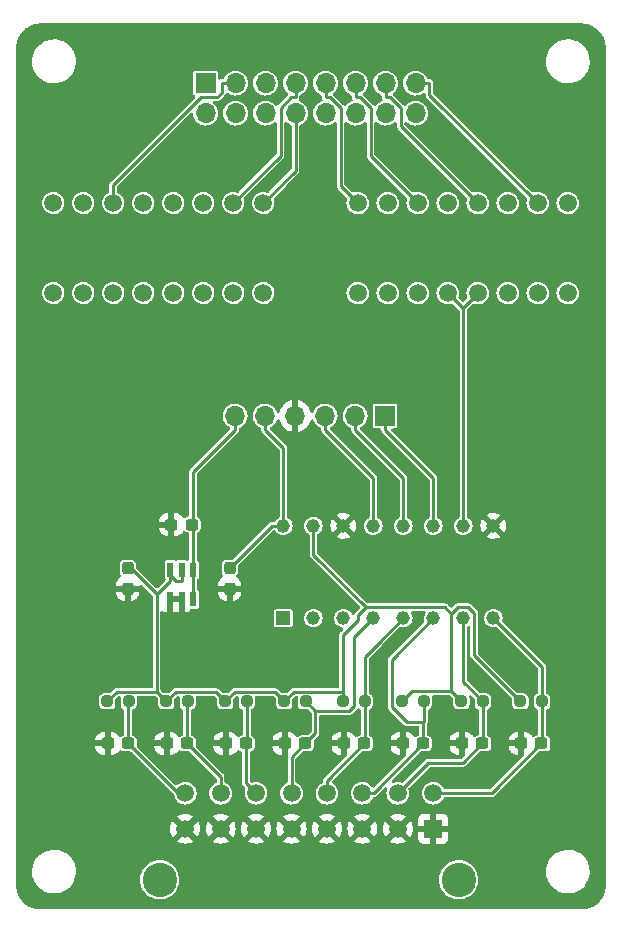
<source format=gbr>
%TF.GenerationSoftware,KiCad,Pcbnew,(6.0.7)*%
%TF.CreationDate,2023-09-07T13:28:03+01:00*%
%TF.ProjectId,CCC_rig_NTC_in,4343435f-7269-4675-9f4e-54435f696e2e,rev?*%
%TF.SameCoordinates,Original*%
%TF.FileFunction,Copper,L1,Top*%
%TF.FilePolarity,Positive*%
%FSLAX46Y46*%
G04 Gerber Fmt 4.6, Leading zero omitted, Abs format (unit mm)*
G04 Created by KiCad (PCBNEW (6.0.7)) date 2023-09-07 13:28:03*
%MOMM*%
%LPD*%
G01*
G04 APERTURE LIST*
G04 Aperture macros list*
%AMRoundRect*
0 Rectangle with rounded corners*
0 $1 Rounding radius*
0 $2 $3 $4 $5 $6 $7 $8 $9 X,Y pos of 4 corners*
0 Add a 4 corners polygon primitive as box body*
4,1,4,$2,$3,$4,$5,$6,$7,$8,$9,$2,$3,0*
0 Add four circle primitives for the rounded corners*
1,1,$1+$1,$2,$3*
1,1,$1+$1,$4,$5*
1,1,$1+$1,$6,$7*
1,1,$1+$1,$8,$9*
0 Add four rect primitives between the rounded corners*
20,1,$1+$1,$2,$3,$4,$5,0*
20,1,$1+$1,$4,$5,$6,$7,0*
20,1,$1+$1,$6,$7,$8,$9,0*
20,1,$1+$1,$8,$9,$2,$3,0*%
G04 Aperture macros list end*
%TA.AperFunction,SMDPad,CuDef*%
%ADD10R,0.600000X1.200000*%
%TD*%
%TA.AperFunction,ComponentPad*%
%ADD11R,1.700000X1.700000*%
%TD*%
%TA.AperFunction,ComponentPad*%
%ADD12O,1.700000X1.700000*%
%TD*%
%TA.AperFunction,SMDPad,CuDef*%
%ADD13RoundRect,0.237500X0.300000X0.237500X-0.300000X0.237500X-0.300000X-0.237500X0.300000X-0.237500X0*%
%TD*%
%TA.AperFunction,SMDPad,CuDef*%
%ADD14RoundRect,0.237500X0.237500X-0.300000X0.237500X0.300000X-0.237500X0.300000X-0.237500X-0.300000X0*%
%TD*%
%TA.AperFunction,SMDPad,CuDef*%
%ADD15RoundRect,0.237500X0.250000X0.237500X-0.250000X0.237500X-0.250000X-0.237500X0.250000X-0.237500X0*%
%TD*%
%TA.AperFunction,ComponentPad*%
%ADD16C,1.500000*%
%TD*%
%TA.AperFunction,SMDPad,CuDef*%
%ADD17RoundRect,0.237500X-0.300000X-0.237500X0.300000X-0.237500X0.300000X0.237500X-0.300000X0.237500X0*%
%TD*%
%TA.AperFunction,ComponentPad*%
%ADD18R,1.159000X1.159000*%
%TD*%
%TA.AperFunction,ComponentPad*%
%ADD19C,1.159000*%
%TD*%
%TA.AperFunction,ComponentPad*%
%ADD20R,1.520000X1.520000*%
%TD*%
%TA.AperFunction,ComponentPad*%
%ADD21C,1.520000*%
%TD*%
%TA.AperFunction,ComponentPad*%
%ADD22C,2.910000*%
%TD*%
%TA.AperFunction,ViaPad*%
%ADD23C,0.800000*%
%TD*%
%TA.AperFunction,Conductor*%
%ADD24C,0.250000*%
%TD*%
G04 APERTURE END LIST*
D10*
%TO.P,IC2,1,GND_F*%
%TO.N,GNDD*%
X31350000Y-75850000D03*
%TO.P,IC2,2,GND_S*%
X32300000Y-75850000D03*
%TO.P,IC2,3,ENABLE*%
%TO.N,+5V*%
X33250000Y-75850000D03*
%TO.P,IC2,4,IN*%
X33250000Y-73350000D03*
%TO.P,IC2,5,OUT_S*%
%TO.N,3V3_ref_NTC_ADC*%
X32300000Y-73350000D03*
%TO.P,IC2,6,OUT_F*%
X31350000Y-73350000D03*
%TD*%
D11*
%TO.P,J11,1,Pin_1*%
%TO.N,NTC_ADC_CS_00*%
X34325100Y-32146400D03*
D12*
%TO.P,J11,2,Pin_2*%
%TO.N,NTC_ADC_CS_01*%
X34325100Y-34686400D03*
%TO.P,J11,3,Pin_3*%
%TO.N,NTC_ADC_CS_02*%
X36865100Y-32146400D03*
%TO.P,J11,4,Pin_4*%
%TO.N,NTC_ADC_CS_03*%
X36865100Y-34686400D03*
%TO.P,J11,5,Pin_5*%
%TO.N,NTC_ADC_CS_04*%
X39405100Y-32146400D03*
%TO.P,J11,6,Pin_6*%
%TO.N,NTC_ADC_CS_05*%
X39405100Y-34686400D03*
%TO.P,J11,7,Pin_7*%
%TO.N,NTC_ADC_CS_06*%
X41945100Y-32146400D03*
%TO.P,J11,8,Pin_8*%
%TO.N,NTC_ADC_CS_07*%
X41945100Y-34686400D03*
%TO.P,J11,9,Pin_9*%
%TO.N,NTC_ADC_CS_08*%
X44485100Y-32146400D03*
%TO.P,J11,10,Pin_10*%
%TO.N,NTC_ADC_CS_09*%
X44485100Y-34686400D03*
%TO.P,J11,11,Pin_11*%
%TO.N,NTC_ADC_CS_10*%
X47025100Y-32146400D03*
%TO.P,J11,12,Pin_12*%
%TO.N,NTC_ADC_CS_11*%
X47025100Y-34686400D03*
%TO.P,J11,13,Pin_13*%
%TO.N,NTC_ADC_CS_12*%
X49565100Y-32146400D03*
%TO.P,J11,14,Pin_14*%
%TO.N,NTC_ADC_CS_13*%
X49565100Y-34686400D03*
%TO.P,J11,15,Pin_15*%
%TO.N,NTC_ADC_CS_14*%
X52105100Y-32146400D03*
%TO.P,J11,16,Pin_16*%
%TO.N,NTC_ADC_CS_15*%
X52105100Y-34686400D03*
%TD*%
D13*
%TO.P,C15,1*%
%TO.N,NTC_ADC_CH4*%
X47762500Y-88056000D03*
%TO.P,C15,2*%
%TO.N,GNDD*%
X46037500Y-88056000D03*
%TD*%
D14*
%TO.P,C20,1*%
%TO.N,GNDD*%
X27728000Y-74954500D03*
%TO.P,C20,2*%
%TO.N,3V3_ref_NTC_ADC*%
X27728000Y-73229500D03*
%TD*%
D15*
%TO.P,R13,1*%
%TO.N,NTC_ADC_CH1*%
X32812500Y-84500000D03*
%TO.P,R13,2*%
%TO.N,3V3_ref_NTC_ADC*%
X30987500Y-84500000D03*
%TD*%
%TO.P,R14,1*%
%TO.N,NTC_ADC_CH2*%
X37812500Y-84500000D03*
%TO.P,R14,2*%
%TO.N,3V3_ref_NTC_ADC*%
X35987500Y-84500000D03*
%TD*%
D13*
%TO.P,C13,1*%
%TO.N,NTC_ADC_CH2*%
X37762500Y-88056000D03*
%TO.P,C13,2*%
%TO.N,GNDD*%
X36037500Y-88056000D03*
%TD*%
D16*
%TO.P,S2,1,COM_1*%
%TO.N,NTC_ADC_CS*%
X47200100Y-49921400D03*
%TO.P,S2,2,NO_1*%
%TO.N,NTC_ADC_CS_08*%
X47200100Y-42301400D03*
%TO.P,S2,3,COM_2*%
%TO.N,NTC_ADC_CS*%
X49740100Y-49921400D03*
%TO.P,S2,4,NO_2*%
%TO.N,NTC_ADC_CS_09*%
X49740100Y-42301400D03*
%TO.P,S2,5,COM_3*%
%TO.N,NTC_ADC_CS*%
X52280100Y-49921400D03*
%TO.P,S2,6,NO_3*%
%TO.N,NTC_ADC_CS_10*%
X52280100Y-42301400D03*
%TO.P,S2,7,COM_4*%
%TO.N,NTC_ADC_CS*%
X54820100Y-49921400D03*
%TO.P,S2,8,NO_4*%
%TO.N,NTC_ADC_CS_11*%
X54820100Y-42301400D03*
%TO.P,S2,9,COM_5*%
%TO.N,NTC_ADC_CS*%
X57360100Y-49921400D03*
%TO.P,S2,10,NO_5*%
%TO.N,NTC_ADC_CS_12*%
X57360100Y-42301400D03*
%TO.P,S2,11,COM_6*%
%TO.N,NTC_ADC_CS*%
X59900100Y-49921400D03*
%TO.P,S2,12,NO_6*%
%TO.N,NTC_ADC_CS_13*%
X59900100Y-42301400D03*
%TO.P,S2,13,COM_7*%
%TO.N,NTC_ADC_CS*%
X62440100Y-49921400D03*
%TO.P,S2,14,NO_7*%
%TO.N,NTC_ADC_CS_14*%
X62440100Y-42301400D03*
%TO.P,S2,15,COM_8*%
%TO.N,NTC_ADC_CS*%
X64980100Y-49921400D03*
%TO.P,S2,16,NO_8*%
%TO.N,NTC_ADC_CS_15*%
X64980100Y-42301400D03*
%TD*%
D17*
%TO.P,C21,1*%
%TO.N,GNDD*%
X31437500Y-69520000D03*
%TO.P,C21,2*%
%TO.N,+5V*%
X33162500Y-69520000D03*
%TD*%
D13*
%TO.P,C12,1*%
%TO.N,NTC_ADC_CH1*%
X32762500Y-88056000D03*
%TO.P,C12,2*%
%TO.N,GNDD*%
X31037500Y-88056000D03*
%TD*%
D15*
%TO.P,R12,1*%
%TO.N,NTC_ADC_CH0*%
X27812500Y-84500000D03*
%TO.P,R12,2*%
%TO.N,3V3_ref_NTC_ADC*%
X25987500Y-84500000D03*
%TD*%
D16*
%TO.P,S1,1,COM_1*%
%TO.N,NTC_ADC_CS*%
X21420100Y-49921400D03*
%TO.P,S1,2,NO_1*%
%TO.N,NTC_ADC_CS_00*%
X21420100Y-42301400D03*
%TO.P,S1,3,COM_2*%
%TO.N,NTC_ADC_CS*%
X23960100Y-49921400D03*
%TO.P,S1,4,NO_2*%
%TO.N,NTC_ADC_CS_01*%
X23960100Y-42301400D03*
%TO.P,S1,5,COM_3*%
%TO.N,NTC_ADC_CS*%
X26500100Y-49921400D03*
%TO.P,S1,6,NO_3*%
%TO.N,NTC_ADC_CS_02*%
X26500100Y-42301400D03*
%TO.P,S1,7,COM_4*%
%TO.N,NTC_ADC_CS*%
X29040100Y-49921400D03*
%TO.P,S1,8,NO_4*%
%TO.N,NTC_ADC_CS_03*%
X29040100Y-42301400D03*
%TO.P,S1,9,COM_5*%
%TO.N,NTC_ADC_CS*%
X31580100Y-49921400D03*
%TO.P,S1,10,NO_5*%
%TO.N,NTC_ADC_CS_04*%
X31580100Y-42301400D03*
%TO.P,S1,11,COM_6*%
%TO.N,NTC_ADC_CS*%
X34120100Y-49921400D03*
%TO.P,S1,12,NO_6*%
%TO.N,NTC_ADC_CS_05*%
X34120100Y-42301400D03*
%TO.P,S1,13,COM_7*%
%TO.N,NTC_ADC_CS*%
X36660100Y-49921400D03*
%TO.P,S1,14,NO_7*%
%TO.N,NTC_ADC_CS_06*%
X36660100Y-42301400D03*
%TO.P,S1,15,COM_8*%
%TO.N,NTC_ADC_CS*%
X39200100Y-49921400D03*
%TO.P,S1,16,NO_8*%
%TO.N,NTC_ADC_CS_07*%
X39200100Y-42301400D03*
%TD*%
D11*
%TO.P,J10,1,Pin_1*%
%TO.N,ADC_SPI_MOSI*%
X49525100Y-60335400D03*
D12*
%TO.P,J10,2,Pin_2*%
%TO.N,ADC_SPI_MISO*%
X46985100Y-60335400D03*
%TO.P,J10,3,Pin_3*%
%TO.N,ADC_SPI_CLK*%
X44445100Y-60335400D03*
%TO.P,J10,4,Pin_4*%
%TO.N,GNDD*%
X41905100Y-60335400D03*
%TO.P,J10,5,Pin_5*%
%TO.N,+3.3V*%
X39365100Y-60335400D03*
%TO.P,J10,6,Pin_6*%
%TO.N,+5V*%
X36825100Y-60335400D03*
%TD*%
D14*
%TO.P,C19,1*%
%TO.N,GNDD*%
X36364000Y-74954500D03*
%TO.P,C19,2*%
%TO.N,+3.3V*%
X36364000Y-73229500D03*
%TD*%
D15*
%TO.P,R18,1*%
%TO.N,NTC_ADC_CH6*%
X57812500Y-84500000D03*
%TO.P,R18,2*%
%TO.N,3V3_ref_NTC_ADC*%
X55987500Y-84500000D03*
%TD*%
%TO.P,R15,1*%
%TO.N,NTC_ADC_CH3*%
X42812500Y-84500000D03*
%TO.P,R15,2*%
%TO.N,3V3_ref_NTC_ADC*%
X40987500Y-84500000D03*
%TD*%
D13*
%TO.P,C17,1*%
%TO.N,NTC_ADC_CH6*%
X57762500Y-88056000D03*
%TO.P,C17,2*%
%TO.N,GNDD*%
X56037500Y-88056000D03*
%TD*%
D18*
%TO.P,IC3,1,CH0*%
%TO.N,NTC_ADC_CH0*%
X40914000Y-77448400D03*
D19*
%TO.P,IC3,2,CH1*%
%TO.N,NTC_ADC_CH1*%
X43454000Y-77448400D03*
%TO.P,IC3,3,CH2*%
%TO.N,NTC_ADC_CH2*%
X45994000Y-77448400D03*
%TO.P,IC3,4,CH3*%
%TO.N,NTC_ADC_CH3*%
X48534000Y-77448400D03*
%TO.P,IC3,5,CH4*%
%TO.N,NTC_ADC_CH4*%
X51074000Y-77448400D03*
%TO.P,IC3,6,CH5*%
%TO.N,NTC_ADC_CH5*%
X53614000Y-77448400D03*
%TO.P,IC3,7,CH6*%
%TO.N,NTC_ADC_CH6*%
X56154000Y-77448400D03*
%TO.P,IC3,8,CH7*%
%TO.N,NTC_ADC_CH7*%
X58694000Y-77448400D03*
%TO.P,IC3,9,DGND*%
%TO.N,GNDD*%
X58694000Y-69638400D03*
%TO.P,IC3,10,~{CS}/SHDN*%
%TO.N,NTC_ADC_CS*%
X56154000Y-69638400D03*
%TO.P,IC3,11,DIN*%
%TO.N,ADC_SPI_MOSI*%
X53614000Y-69638400D03*
%TO.P,IC3,12,DOUT*%
%TO.N,ADC_SPI_MISO*%
X51074000Y-69638400D03*
%TO.P,IC3,13,CLK*%
%TO.N,ADC_SPI_CLK*%
X48534000Y-69638400D03*
%TO.P,IC3,14,AGND*%
%TO.N,GNDD*%
X45994000Y-69638400D03*
%TO.P,IC3,15,VREF*%
%TO.N,3V3_ref_NTC_ADC*%
X43454000Y-69638400D03*
%TO.P,IC3,16,VDD*%
%TO.N,+3.3V*%
X40914000Y-69638400D03*
%TD*%
D13*
%TO.P,C18,1*%
%TO.N,NTC_ADC_CH7*%
X62762500Y-88056000D03*
%TO.P,C18,2*%
%TO.N,GNDD*%
X61037500Y-88056000D03*
%TD*%
%TO.P,C14,1*%
%TO.N,NTC_ADC_CH3*%
X42762500Y-88056000D03*
%TO.P,C14,2*%
%TO.N,GNDD*%
X41037500Y-88056000D03*
%TD*%
%TO.P,C16,1*%
%TO.N,NTC_ADC_CH5*%
X52762500Y-88056000D03*
%TO.P,C16,2*%
%TO.N,GNDD*%
X51037500Y-88056000D03*
%TD*%
D15*
%TO.P,R16,1*%
%TO.N,NTC_ADC_CH4*%
X47812500Y-84500000D03*
%TO.P,R16,2*%
%TO.N,3V3_ref_NTC_ADC*%
X45987500Y-84500000D03*
%TD*%
%TO.P,R19,1*%
%TO.N,NTC_ADC_CH7*%
X62812500Y-84500000D03*
%TO.P,R19,2*%
%TO.N,3V3_ref_NTC_ADC*%
X60987500Y-84500000D03*
%TD*%
%TO.P,R17,1*%
%TO.N,NTC_ADC_CH5*%
X52812500Y-84500000D03*
%TO.P,R17,2*%
%TO.N,3V3_ref_NTC_ADC*%
X50987500Y-84500000D03*
%TD*%
D13*
%TO.P,C11,1*%
%TO.N,NTC_ADC_CH0*%
X27762500Y-88056000D03*
%TO.P,C11,2*%
%TO.N,GNDD*%
X26037500Y-88056000D03*
%TD*%
D20*
%TO.P,J9,1,Pin_1*%
%TO.N,GNDD*%
X53603300Y-95272000D03*
D21*
%TO.P,J9,2,Pin_2*%
X50603300Y-95272000D03*
%TO.P,J9,3,Pin_3*%
X47603300Y-95272000D03*
%TO.P,J9,4,Pin_4*%
X44603300Y-95272000D03*
%TO.P,J9,5,Pin_5*%
X41603300Y-95272000D03*
%TO.P,J9,6,Pin_6*%
X38603300Y-95272000D03*
%TO.P,J9,7,Pin_7*%
X35603300Y-95272000D03*
%TO.P,J9,8,Pin_8*%
X32603300Y-95272000D03*
%TO.P,J9,9,Pin_9*%
%TO.N,NTC_ADC_CH7*%
X53603300Y-92272000D03*
%TO.P,J9,10,Pin_10*%
%TO.N,NTC_ADC_CH6*%
X50603300Y-92272000D03*
%TO.P,J9,11,Pin_11*%
%TO.N,NTC_ADC_CH5*%
X47603300Y-92272000D03*
%TO.P,J9,12,Pin_12*%
%TO.N,NTC_ADC_CH4*%
X44603300Y-92272000D03*
%TO.P,J9,13,Pin_13*%
%TO.N,NTC_ADC_CH3*%
X41603300Y-92272000D03*
%TO.P,J9,14,Pin_14*%
%TO.N,NTC_ADC_CH2*%
X38603300Y-92272000D03*
%TO.P,J9,15,Pin_15*%
%TO.N,NTC_ADC_CH1*%
X35603300Y-92272000D03*
%TO.P,J9,16,Pin_16*%
%TO.N,NTC_ADC_CH0*%
X32603300Y-92272000D03*
D22*
%TO.P,J9,17*%
%TO.N,N/C*%
X55753300Y-99592000D03*
%TO.P,J9,18*%
X30453300Y-99592000D03*
%TD*%
D23*
%TO.N,GNDD*%
X54600000Y-85700000D03*
%TD*%
D24*
%TO.N,NTC_ADC_CS_14*%
X53282000Y-33143300D02*
X53282000Y-32146400D01*
X62440100Y-42301400D02*
X53282000Y-33143300D01*
X52105100Y-32146400D02*
X53282000Y-32146400D01*
%TO.N,NTC_ADC_CS_12*%
X49930900Y-33323300D02*
X49565100Y-33323300D01*
X50835100Y-34227500D02*
X49930900Y-33323300D01*
X50835100Y-35776400D02*
X50835100Y-34227500D01*
X57360100Y-42301400D02*
X50835100Y-35776400D01*
X49565100Y-32146400D02*
X49565100Y-33323300D01*
%TO.N,NTC_ADC_CS_10*%
X47390900Y-33323300D02*
X47025100Y-33323300D01*
X48295100Y-34227500D02*
X47390900Y-33323300D01*
X48295100Y-38316400D02*
X48295100Y-34227500D01*
X52280100Y-42301400D02*
X48295100Y-38316400D01*
X47025100Y-32146400D02*
X47025100Y-33323300D01*
%TO.N,NTC_ADC_CS_08*%
X44850900Y-33323300D02*
X44485100Y-33323300D01*
X45755100Y-34227500D02*
X44850900Y-33323300D01*
X45755100Y-40856400D02*
X45755100Y-34227500D01*
X47200100Y-42301400D02*
X45755100Y-40856400D01*
X44485100Y-32146400D02*
X44485100Y-33323300D01*
%TO.N,NTC_ADC_CS_07*%
X41945100Y-39556400D02*
X41945100Y-34686400D01*
X39200100Y-42301400D02*
X41945100Y-39556400D01*
%TO.N,NTC_ADC_CS_06*%
X41579300Y-33323300D02*
X41945100Y-33323300D01*
X40675100Y-34227500D02*
X41579300Y-33323300D01*
X40675100Y-38286400D02*
X40675100Y-34227500D01*
X36660100Y-42301400D02*
X40675100Y-38286400D01*
X41945100Y-32146400D02*
X41945100Y-33323300D01*
%TO.N,NTC_ADC_CS_02*%
X26500100Y-40783100D02*
X26500100Y-42301400D01*
X33959900Y-33323300D02*
X26500100Y-40783100D01*
X35320500Y-33323300D02*
X33959900Y-33323300D01*
X35688200Y-32955600D02*
X35320500Y-33323300D01*
X35688200Y-32146400D02*
X35688200Y-32955600D01*
X36865100Y-32146400D02*
X35688200Y-32146400D01*
%TO.N,ADC_SPI_CLK*%
X48534000Y-65601200D02*
X44445100Y-61512300D01*
X48534000Y-69638400D02*
X48534000Y-65601200D01*
X44445100Y-60335400D02*
X44445100Y-61512300D01*
%TO.N,ADC_SPI_MISO*%
X46985100Y-60335400D02*
X46985100Y-61512300D01*
X51074000Y-65601200D02*
X51074000Y-69638400D01*
X46985100Y-61512300D02*
X51074000Y-65601200D01*
%TO.N,ADC_SPI_MOSI*%
X53614000Y-65601200D02*
X49525100Y-61512300D01*
X53614000Y-69638400D02*
X53614000Y-65601200D01*
X49525100Y-60335400D02*
X49525100Y-61512300D01*
%TO.N,NTC_ADC_CS*%
X57360100Y-49921400D02*
X56090100Y-51191400D01*
X56154000Y-51255300D02*
X56090100Y-51191400D01*
X56154000Y-69638400D02*
X56154000Y-51255300D01*
X56090100Y-51191400D02*
X54820100Y-49921400D01*
%TO.N,+5V*%
X33250000Y-73350000D02*
X33250000Y-75850000D01*
X36825100Y-60335400D02*
X36825100Y-61512300D01*
X33162500Y-69520000D02*
X33250000Y-69520000D01*
X33250000Y-65087400D02*
X33250000Y-69520000D01*
X36825100Y-61512300D02*
X33250000Y-65087400D01*
X33250000Y-69520000D02*
X33250000Y-73350000D01*
%TO.N,3V3_ref_NTC_ADC*%
X36793300Y-83694200D02*
X35987500Y-84500000D01*
X40181700Y-83694200D02*
X36793300Y-83694200D01*
X40987500Y-84500000D02*
X40181700Y-83694200D01*
X31790300Y-83697200D02*
X30987500Y-84500000D01*
X35184700Y-83697200D02*
X31790300Y-83697200D01*
X35987500Y-84500000D02*
X35184700Y-83697200D01*
X26790300Y-83697200D02*
X30184700Y-83697200D01*
X25987500Y-84500000D02*
X26790300Y-83697200D01*
X30184700Y-83697200D02*
X30987500Y-84500000D01*
X27972000Y-73229500D02*
X30184700Y-75442200D01*
X27728000Y-73229500D02*
X27972000Y-73229500D01*
X30184700Y-83697200D02*
X30184700Y-75442200D01*
X30184700Y-75442200D02*
X31350000Y-74276900D01*
X31350000Y-73350000D02*
X31350000Y-73813400D01*
X31350000Y-73813400D02*
X31350000Y-74276900D01*
X31813500Y-74276900D02*
X32300000Y-74276900D01*
X31350000Y-73813400D02*
X31813500Y-74276900D01*
X32300000Y-73350000D02*
X32300000Y-74276900D01*
X43454000Y-72073000D02*
X43454000Y-69638400D01*
X47913900Y-76532900D02*
X43454000Y-72073000D01*
X41827000Y-83660500D02*
X40987500Y-84500000D01*
X45987500Y-83660500D02*
X41827000Y-83660500D01*
X45987500Y-78845900D02*
X45987500Y-83660500D01*
X47230100Y-77603300D02*
X45987500Y-78845900D01*
X47230100Y-77216700D02*
X47230100Y-77603300D01*
X47913900Y-76532900D02*
X47230100Y-77216700D01*
X45987500Y-83660500D02*
X45987500Y-84500000D01*
X51843100Y-83644400D02*
X55131900Y-83644400D01*
X50987500Y-84500000D02*
X51843100Y-83644400D01*
X55131900Y-83644400D02*
X55987500Y-84500000D01*
X54599000Y-76532900D02*
X47913900Y-76532900D01*
X55131900Y-77065800D02*
X54599000Y-76532900D01*
X55678400Y-76519300D02*
X55131900Y-77065800D01*
X56582300Y-76519300D02*
X55678400Y-76519300D01*
X57060400Y-76997400D02*
X56582300Y-76519300D01*
X57060400Y-80572900D02*
X57060400Y-76997400D01*
X60987500Y-84500000D02*
X57060400Y-80572900D01*
X55131900Y-77065800D02*
X55131900Y-83644400D01*
%TO.N,+3.3V*%
X40914000Y-63061200D02*
X39365100Y-61512300D01*
X40914000Y-69638400D02*
X40914000Y-63061200D01*
X39365100Y-60335400D02*
X39365100Y-61512300D01*
X39955100Y-69638400D02*
X40914000Y-69638400D01*
X36364000Y-73229500D02*
X39955100Y-69638400D01*
%TO.N,NTC_ADC_CH7*%
X58546500Y-92272000D02*
X62762500Y-88056000D01*
X53603300Y-92272000D02*
X58546500Y-92272000D01*
X62812500Y-88006000D02*
X62812500Y-84500000D01*
X62762500Y-88056000D02*
X62812500Y-88006000D01*
X62812500Y-81566900D02*
X58694000Y-77448400D01*
X62812500Y-84500000D02*
X62812500Y-81566900D01*
%TO.N,NTC_ADC_CH6*%
X56134400Y-89684100D02*
X57762500Y-88056000D01*
X53191200Y-89684100D02*
X56134400Y-89684100D01*
X50603300Y-92272000D02*
X53191200Y-89684100D01*
X57812500Y-88006000D02*
X57812500Y-84500000D01*
X57762500Y-88056000D02*
X57812500Y-88006000D01*
X56154000Y-82841500D02*
X57812500Y-84500000D01*
X56154000Y-77448400D02*
X56154000Y-82841500D01*
%TO.N,NTC_ADC_CH5*%
X48546500Y-92272000D02*
X52762500Y-88056000D01*
X47603300Y-92272000D02*
X48546500Y-92272000D01*
X52762500Y-86253000D02*
X52762500Y-88056000D01*
X52812500Y-86203000D02*
X52762500Y-86253000D01*
X52812500Y-84500000D02*
X52812500Y-86203000D01*
X50108100Y-80954300D02*
X53614000Y-77448400D01*
X50108100Y-84961600D02*
X50108100Y-80954300D01*
X51399500Y-86253000D02*
X50108100Y-84961600D01*
X52762500Y-86253000D02*
X51399500Y-86253000D01*
%TO.N,NTC_ADC_CH4*%
X44603300Y-91215200D02*
X47762500Y-88056000D01*
X44603300Y-92272000D02*
X44603300Y-91215200D01*
X47812500Y-88006000D02*
X47762500Y-88056000D01*
X47812500Y-84500000D02*
X47812500Y-88006000D01*
X48985900Y-79536500D02*
X51074000Y-77448400D01*
X48985900Y-79538700D02*
X48985900Y-79536500D01*
X47812500Y-80712100D02*
X48985900Y-79538700D01*
X47812500Y-84500000D02*
X47812500Y-80712100D01*
%TO.N,NTC_ADC_CH3*%
X41603300Y-89215200D02*
X42762500Y-88056000D01*
X41603300Y-92272000D02*
X41603300Y-89215200D01*
X43624400Y-87194100D02*
X43624400Y-85311900D01*
X42762500Y-88056000D02*
X43624400Y-87194100D01*
X42812500Y-84500000D02*
X43624400Y-85311900D01*
X46898900Y-79083500D02*
X48534000Y-77448400D01*
X46898900Y-84921100D02*
X46898900Y-79083500D01*
X46508100Y-85311900D02*
X46898900Y-84921100D01*
X43624400Y-85311900D02*
X46508100Y-85311900D01*
%TO.N,NTC_ADC_CH2*%
X37762500Y-91431200D02*
X37762500Y-88056000D01*
X38603300Y-92272000D02*
X37762500Y-91431200D01*
X37812500Y-88006000D02*
X37812500Y-84500000D01*
X37762500Y-88056000D02*
X37812500Y-88006000D01*
%TO.N,NTC_ADC_CH1*%
X35603300Y-90896800D02*
X32762500Y-88056000D01*
X35603300Y-92272000D02*
X35603300Y-90896800D01*
X32762500Y-84550000D02*
X32762500Y-88056000D01*
X32812500Y-84500000D02*
X32762500Y-84550000D01*
%TO.N,NTC_ADC_CH0*%
X31978500Y-92272000D02*
X27762500Y-88056000D01*
X32603300Y-92272000D02*
X31978500Y-92272000D01*
X27762500Y-84550000D02*
X27762500Y-88056000D01*
X27812500Y-84500000D02*
X27762500Y-84550000D01*
%TD*%
%TA.AperFunction,Conductor*%
%TO.N,GNDD*%
G36*
X66204122Y-27101270D02*
G01*
X66367113Y-27111953D01*
X66367430Y-27111975D01*
X66457453Y-27118413D01*
X66473042Y-27120513D01*
X66615622Y-27148874D01*
X66617823Y-27149332D01*
X66689488Y-27164921D01*
X66725795Y-27172819D01*
X66739502Y-27176624D01*
X66873370Y-27222066D01*
X66876875Y-27223314D01*
X66984080Y-27263299D01*
X66995769Y-27268347D01*
X67063557Y-27301776D01*
X67121129Y-27330167D01*
X67125748Y-27332565D01*
X67178077Y-27361139D01*
X67227492Y-27388122D01*
X67237107Y-27393944D01*
X67312445Y-27444282D01*
X67352694Y-27471177D01*
X67358174Y-27475054D01*
X67424383Y-27524617D01*
X67451478Y-27544901D01*
X67459046Y-27551036D01*
X67563336Y-27642496D01*
X67569353Y-27648133D01*
X67651867Y-27730647D01*
X67657504Y-27736664D01*
X67748964Y-27840954D01*
X67755099Y-27848522D01*
X67824946Y-27941826D01*
X67828830Y-27947315D01*
X67906056Y-28062893D01*
X67911878Y-28072508D01*
X67938861Y-28121923D01*
X67967435Y-28174252D01*
X67969843Y-28178890D01*
X68031653Y-28304231D01*
X68036703Y-28315925D01*
X68076677Y-28423099D01*
X68077932Y-28426625D01*
X68123376Y-28560498D01*
X68127182Y-28574210D01*
X68150668Y-28682177D01*
X68151126Y-28684378D01*
X68179487Y-28826958D01*
X68181587Y-28842547D01*
X68188025Y-28932570D01*
X68188047Y-28932887D01*
X68198730Y-29095877D01*
X68199000Y-29104118D01*
X68199000Y-100095882D01*
X68198730Y-100104122D01*
X68188047Y-100267113D01*
X68188025Y-100267430D01*
X68182772Y-100340880D01*
X68181587Y-100357451D01*
X68179487Y-100373042D01*
X68151126Y-100515622D01*
X68150668Y-100517823D01*
X68127182Y-100625790D01*
X68123376Y-100639502D01*
X68090948Y-100735032D01*
X68077934Y-100773370D01*
X68076677Y-100776901D01*
X68036703Y-100884075D01*
X68031653Y-100895769D01*
X67969843Y-101021110D01*
X67967435Y-101025748D01*
X67943798Y-101069036D01*
X67911878Y-101127492D01*
X67906056Y-101137107D01*
X67882409Y-101172498D01*
X67842276Y-101232562D01*
X67828830Y-101252685D01*
X67824946Y-101258174D01*
X67775383Y-101324383D01*
X67755099Y-101351478D01*
X67748964Y-101359046D01*
X67657504Y-101463336D01*
X67651867Y-101469353D01*
X67569353Y-101551867D01*
X67563336Y-101557504D01*
X67459046Y-101648964D01*
X67451478Y-101655099D01*
X67358174Y-101724946D01*
X67352694Y-101728823D01*
X67312445Y-101755718D01*
X67237107Y-101806056D01*
X67227492Y-101811878D01*
X67178077Y-101838861D01*
X67125748Y-101867435D01*
X67121129Y-101869833D01*
X67063557Y-101898224D01*
X66995769Y-101931653D01*
X66984080Y-101936701D01*
X66876875Y-101976686D01*
X66873375Y-101977932D01*
X66739502Y-102023376D01*
X66725795Y-102027181D01*
X66689488Y-102035079D01*
X66617823Y-102050668D01*
X66615622Y-102051126D01*
X66473042Y-102079487D01*
X66457453Y-102081587D01*
X66367430Y-102088025D01*
X66367113Y-102088047D01*
X66204122Y-102098730D01*
X66195882Y-102099000D01*
X20304118Y-102099000D01*
X20295878Y-102098730D01*
X20132887Y-102088047D01*
X20132570Y-102088025D01*
X20042547Y-102081587D01*
X20026958Y-102079487D01*
X19884378Y-102051126D01*
X19882177Y-102050668D01*
X19810512Y-102035079D01*
X19774205Y-102027181D01*
X19760498Y-102023376D01*
X19626625Y-101977932D01*
X19623125Y-101976686D01*
X19515920Y-101936701D01*
X19504231Y-101931653D01*
X19436443Y-101898224D01*
X19378871Y-101869833D01*
X19374252Y-101867435D01*
X19321923Y-101838861D01*
X19272508Y-101811878D01*
X19262893Y-101806056D01*
X19187555Y-101755718D01*
X19147306Y-101728823D01*
X19141826Y-101724946D01*
X19048522Y-101655099D01*
X19040954Y-101648964D01*
X18936664Y-101557504D01*
X18930647Y-101551867D01*
X18848133Y-101469353D01*
X18842496Y-101463336D01*
X18751036Y-101359046D01*
X18744901Y-101351478D01*
X18724617Y-101324383D01*
X18675054Y-101258174D01*
X18671170Y-101252685D01*
X18657725Y-101232562D01*
X18617591Y-101172498D01*
X18593944Y-101137107D01*
X18588122Y-101127492D01*
X18556202Y-101069036D01*
X18532565Y-101025748D01*
X18530157Y-101021110D01*
X18468347Y-100895769D01*
X18463297Y-100884075D01*
X18423323Y-100776901D01*
X18422066Y-100773370D01*
X18409052Y-100735032D01*
X18376624Y-100639502D01*
X18372818Y-100625790D01*
X18349332Y-100517823D01*
X18348874Y-100515622D01*
X18320513Y-100373042D01*
X18318413Y-100357451D01*
X18317228Y-100340880D01*
X18311975Y-100267430D01*
X18311953Y-100267113D01*
X18301270Y-100104122D01*
X18301000Y-100095882D01*
X18301000Y-98942095D01*
X19645028Y-98942095D01*
X19670534Y-99209431D01*
X19734364Y-99470285D01*
X19736076Y-99474511D01*
X19736077Y-99474515D01*
X19802506Y-99638519D01*
X19835182Y-99719192D01*
X19970875Y-99950938D01*
X19973728Y-99954505D01*
X20085225Y-100093925D01*
X20138601Y-100160669D01*
X20334846Y-100343991D01*
X20376723Y-100373042D01*
X20551746Y-100494461D01*
X20551751Y-100494464D01*
X20555499Y-100497064D01*
X20559584Y-100499096D01*
X20559587Y-100499098D01*
X20592802Y-100515622D01*
X20795938Y-100616680D01*
X20800272Y-100618101D01*
X20800275Y-100618102D01*
X21046793Y-100698915D01*
X21046798Y-100698916D01*
X21051126Y-100700335D01*
X21055617Y-100701115D01*
X21055618Y-100701115D01*
X21311936Y-100745620D01*
X21311944Y-100745621D01*
X21315717Y-100746276D01*
X21319554Y-100746467D01*
X21398996Y-100750422D01*
X21399004Y-100750422D01*
X21400567Y-100750500D01*
X21568223Y-100750500D01*
X21570491Y-100750335D01*
X21570503Y-100750335D01*
X21700823Y-100740879D01*
X21767846Y-100736016D01*
X21772301Y-100735032D01*
X21772304Y-100735032D01*
X22025620Y-100679105D01*
X22025624Y-100679104D01*
X22030080Y-100678120D01*
X22168203Y-100625790D01*
X22276941Y-100584593D01*
X22276944Y-100584592D01*
X22281211Y-100582975D01*
X22515976Y-100452574D01*
X22620188Y-100373042D01*
X22725833Y-100292417D01*
X22725837Y-100292413D01*
X22729458Y-100289650D01*
X22751180Y-100267430D01*
X22913999Y-100100873D01*
X22917185Y-100097614D01*
X23075225Y-99880491D01*
X23162313Y-99714963D01*
X23198140Y-99646868D01*
X23198143Y-99646862D01*
X23200265Y-99642828D01*
X23216474Y-99596930D01*
X23218215Y-99592000D01*
X28792681Y-99592000D01*
X28813126Y-99851778D01*
X28814280Y-99856585D01*
X28814281Y-99856591D01*
X28836932Y-99950938D01*
X28873957Y-100105159D01*
X28875850Y-100109730D01*
X28875851Y-100109732D01*
X28971597Y-100340880D01*
X28973678Y-100345905D01*
X29109831Y-100568087D01*
X29279065Y-100766235D01*
X29477213Y-100935469D01*
X29699395Y-101071622D01*
X29703965Y-101073515D01*
X29703969Y-101073517D01*
X29935568Y-101169449D01*
X29935570Y-101169450D01*
X29940141Y-101171343D01*
X30027451Y-101192304D01*
X30188709Y-101231019D01*
X30188715Y-101231020D01*
X30193522Y-101232174D01*
X30453300Y-101252619D01*
X30713078Y-101232174D01*
X30717885Y-101231020D01*
X30717891Y-101231019D01*
X30879149Y-101192304D01*
X30966459Y-101171343D01*
X30971030Y-101169450D01*
X30971032Y-101169449D01*
X31202631Y-101073517D01*
X31202635Y-101073515D01*
X31207205Y-101071622D01*
X31429387Y-100935469D01*
X31627535Y-100766235D01*
X31796769Y-100568087D01*
X31932922Y-100345905D01*
X31935004Y-100340880D01*
X32030749Y-100109732D01*
X32030750Y-100109730D01*
X32032643Y-100105159D01*
X32069668Y-99950938D01*
X32092319Y-99856591D01*
X32092320Y-99856585D01*
X32093474Y-99851778D01*
X32113919Y-99592000D01*
X54092681Y-99592000D01*
X54113126Y-99851778D01*
X54114280Y-99856585D01*
X54114281Y-99856591D01*
X54136932Y-99950938D01*
X54173957Y-100105159D01*
X54175850Y-100109730D01*
X54175851Y-100109732D01*
X54271597Y-100340880D01*
X54273678Y-100345905D01*
X54409831Y-100568087D01*
X54579065Y-100766235D01*
X54777213Y-100935469D01*
X54999395Y-101071622D01*
X55003965Y-101073515D01*
X55003969Y-101073517D01*
X55235568Y-101169449D01*
X55235570Y-101169450D01*
X55240141Y-101171343D01*
X55327451Y-101192304D01*
X55488709Y-101231019D01*
X55488715Y-101231020D01*
X55493522Y-101232174D01*
X55753300Y-101252619D01*
X56013078Y-101232174D01*
X56017885Y-101231020D01*
X56017891Y-101231019D01*
X56179149Y-101192304D01*
X56266459Y-101171343D01*
X56271030Y-101169450D01*
X56271032Y-101169449D01*
X56502631Y-101073517D01*
X56502635Y-101073515D01*
X56507205Y-101071622D01*
X56729387Y-100935469D01*
X56927535Y-100766235D01*
X57096769Y-100568087D01*
X57232922Y-100345905D01*
X57235004Y-100340880D01*
X57330749Y-100109732D01*
X57330750Y-100109730D01*
X57332643Y-100105159D01*
X57369668Y-99950938D01*
X57392319Y-99856591D01*
X57392320Y-99856585D01*
X57393474Y-99851778D01*
X57413919Y-99592000D01*
X57393474Y-99332222D01*
X57332643Y-99078841D01*
X57276001Y-98942095D01*
X63145028Y-98942095D01*
X63170534Y-99209431D01*
X63234364Y-99470285D01*
X63236076Y-99474511D01*
X63236077Y-99474515D01*
X63302506Y-99638519D01*
X63335182Y-99719192D01*
X63470875Y-99950938D01*
X63473728Y-99954505D01*
X63585225Y-100093925D01*
X63638601Y-100160669D01*
X63834846Y-100343991D01*
X63876723Y-100373042D01*
X64051746Y-100494461D01*
X64051751Y-100494464D01*
X64055499Y-100497064D01*
X64059584Y-100499096D01*
X64059587Y-100499098D01*
X64092802Y-100515622D01*
X64295938Y-100616680D01*
X64300272Y-100618101D01*
X64300275Y-100618102D01*
X64546793Y-100698915D01*
X64546798Y-100698916D01*
X64551126Y-100700335D01*
X64555617Y-100701115D01*
X64555618Y-100701115D01*
X64811936Y-100745620D01*
X64811944Y-100745621D01*
X64815717Y-100746276D01*
X64819554Y-100746467D01*
X64898996Y-100750422D01*
X64899004Y-100750422D01*
X64900567Y-100750500D01*
X65068223Y-100750500D01*
X65070491Y-100750335D01*
X65070503Y-100750335D01*
X65200823Y-100740879D01*
X65267846Y-100736016D01*
X65272301Y-100735032D01*
X65272304Y-100735032D01*
X65525620Y-100679105D01*
X65525624Y-100679104D01*
X65530080Y-100678120D01*
X65668203Y-100625790D01*
X65776941Y-100584593D01*
X65776944Y-100584592D01*
X65781211Y-100582975D01*
X66015976Y-100452574D01*
X66120188Y-100373042D01*
X66225833Y-100292417D01*
X66225837Y-100292413D01*
X66229458Y-100289650D01*
X66251180Y-100267430D01*
X66413999Y-100100873D01*
X66417185Y-100097614D01*
X66575225Y-99880491D01*
X66662313Y-99714963D01*
X66698140Y-99646868D01*
X66698143Y-99646862D01*
X66700265Y-99642828D01*
X66716474Y-99596930D01*
X66788165Y-99393916D01*
X66788165Y-99393915D01*
X66789688Y-99389603D01*
X66841620Y-99126122D01*
X66843974Y-99078841D01*
X66854745Y-98862474D01*
X66854745Y-98862468D01*
X66854972Y-98857905D01*
X66829466Y-98590569D01*
X66765636Y-98329715D01*
X66731707Y-98245947D01*
X66666531Y-98085037D01*
X66666531Y-98085036D01*
X66664818Y-98080808D01*
X66529125Y-97849062D01*
X66418211Y-97710371D01*
X66364251Y-97642897D01*
X66364250Y-97642895D01*
X66361399Y-97639331D01*
X66165154Y-97456009D01*
X66005436Y-97345208D01*
X65948254Y-97305539D01*
X65948249Y-97305536D01*
X65944501Y-97302936D01*
X65940416Y-97300904D01*
X65940413Y-97300902D01*
X65768560Y-97215407D01*
X65704062Y-97183320D01*
X65699728Y-97181899D01*
X65699725Y-97181898D01*
X65453207Y-97101085D01*
X65453202Y-97101084D01*
X65448874Y-97099665D01*
X65444382Y-97098885D01*
X65188064Y-97054380D01*
X65188056Y-97054379D01*
X65184283Y-97053724D01*
X65175622Y-97053293D01*
X65101004Y-97049578D01*
X65100996Y-97049578D01*
X65099433Y-97049500D01*
X64931777Y-97049500D01*
X64929509Y-97049665D01*
X64929497Y-97049665D01*
X64799177Y-97059121D01*
X64732154Y-97063984D01*
X64727699Y-97064968D01*
X64727696Y-97064968D01*
X64474380Y-97120895D01*
X64474376Y-97120896D01*
X64469920Y-97121880D01*
X64344354Y-97169453D01*
X64223059Y-97215407D01*
X64223056Y-97215408D01*
X64218789Y-97217025D01*
X63984024Y-97347426D01*
X63980392Y-97350198D01*
X63774167Y-97507583D01*
X63774163Y-97507587D01*
X63770542Y-97510350D01*
X63582815Y-97702386D01*
X63424775Y-97919509D01*
X63407165Y-97952981D01*
X63301860Y-98153132D01*
X63301857Y-98153138D01*
X63299735Y-98157172D01*
X63298215Y-98161477D01*
X63298213Y-98161481D01*
X63238804Y-98329715D01*
X63210312Y-98410397D01*
X63185222Y-98537694D01*
X63168974Y-98620130D01*
X63158380Y-98673878D01*
X63158153Y-98678431D01*
X63158153Y-98678434D01*
X63148992Y-98862474D01*
X63145028Y-98942095D01*
X57276001Y-98942095D01*
X57274108Y-98937526D01*
X57234817Y-98842669D01*
X57234815Y-98842665D01*
X57232922Y-98838095D01*
X57096769Y-98615913D01*
X56927535Y-98417765D01*
X56729387Y-98248531D01*
X56507205Y-98112378D01*
X56502635Y-98110485D01*
X56502631Y-98110483D01*
X56271032Y-98014551D01*
X56271030Y-98014550D01*
X56266459Y-98012657D01*
X56179149Y-97991696D01*
X56017891Y-97952981D01*
X56017885Y-97952980D01*
X56013078Y-97951826D01*
X55753300Y-97931381D01*
X55493522Y-97951826D01*
X55488715Y-97952980D01*
X55488709Y-97952981D01*
X55327451Y-97991696D01*
X55240141Y-98012657D01*
X55235570Y-98014550D01*
X55235568Y-98014551D01*
X55003969Y-98110483D01*
X55003965Y-98110485D01*
X54999395Y-98112378D01*
X54777213Y-98248531D01*
X54579065Y-98417765D01*
X54409831Y-98615913D01*
X54273678Y-98838095D01*
X54271785Y-98842665D01*
X54271783Y-98842669D01*
X54232492Y-98937526D01*
X54173957Y-99078841D01*
X54113126Y-99332222D01*
X54092681Y-99592000D01*
X32113919Y-99592000D01*
X32093474Y-99332222D01*
X32032643Y-99078841D01*
X31974108Y-98937526D01*
X31934817Y-98842669D01*
X31934815Y-98842665D01*
X31932922Y-98838095D01*
X31796769Y-98615913D01*
X31627535Y-98417765D01*
X31429387Y-98248531D01*
X31207205Y-98112378D01*
X31202635Y-98110485D01*
X31202631Y-98110483D01*
X30971032Y-98014551D01*
X30971030Y-98014550D01*
X30966459Y-98012657D01*
X30879149Y-97991696D01*
X30717891Y-97952981D01*
X30717885Y-97952980D01*
X30713078Y-97951826D01*
X30453300Y-97931381D01*
X30193522Y-97951826D01*
X30188715Y-97952980D01*
X30188709Y-97952981D01*
X30027451Y-97991696D01*
X29940141Y-98012657D01*
X29935570Y-98014550D01*
X29935568Y-98014551D01*
X29703969Y-98110483D01*
X29703965Y-98110485D01*
X29699395Y-98112378D01*
X29477213Y-98248531D01*
X29279065Y-98417765D01*
X29109831Y-98615913D01*
X28973678Y-98838095D01*
X28971785Y-98842665D01*
X28971783Y-98842669D01*
X28932492Y-98937526D01*
X28873957Y-99078841D01*
X28813126Y-99332222D01*
X28792681Y-99592000D01*
X23218215Y-99592000D01*
X23288165Y-99393916D01*
X23288165Y-99393915D01*
X23289688Y-99389603D01*
X23341620Y-99126122D01*
X23343974Y-99078841D01*
X23354745Y-98862474D01*
X23354745Y-98862468D01*
X23354972Y-98857905D01*
X23329466Y-98590569D01*
X23265636Y-98329715D01*
X23231707Y-98245947D01*
X23166531Y-98085037D01*
X23166531Y-98085036D01*
X23164818Y-98080808D01*
X23029125Y-97849062D01*
X22918211Y-97710371D01*
X22864251Y-97642897D01*
X22864250Y-97642895D01*
X22861399Y-97639331D01*
X22665154Y-97456009D01*
X22505436Y-97345208D01*
X22448254Y-97305539D01*
X22448249Y-97305536D01*
X22444501Y-97302936D01*
X22440416Y-97300904D01*
X22440413Y-97300902D01*
X22268560Y-97215407D01*
X22204062Y-97183320D01*
X22199728Y-97181899D01*
X22199725Y-97181898D01*
X21953207Y-97101085D01*
X21953202Y-97101084D01*
X21948874Y-97099665D01*
X21944382Y-97098885D01*
X21688064Y-97054380D01*
X21688056Y-97054379D01*
X21684283Y-97053724D01*
X21675622Y-97053293D01*
X21601004Y-97049578D01*
X21600996Y-97049578D01*
X21599433Y-97049500D01*
X21431777Y-97049500D01*
X21429509Y-97049665D01*
X21429497Y-97049665D01*
X21299177Y-97059121D01*
X21232154Y-97063984D01*
X21227699Y-97064968D01*
X21227696Y-97064968D01*
X20974380Y-97120895D01*
X20974376Y-97120896D01*
X20969920Y-97121880D01*
X20844354Y-97169453D01*
X20723059Y-97215407D01*
X20723056Y-97215408D01*
X20718789Y-97217025D01*
X20484024Y-97347426D01*
X20480392Y-97350198D01*
X20274167Y-97507583D01*
X20274163Y-97507587D01*
X20270542Y-97510350D01*
X20082815Y-97702386D01*
X19924775Y-97919509D01*
X19907165Y-97952981D01*
X19801860Y-98153132D01*
X19801857Y-98153138D01*
X19799735Y-98157172D01*
X19798215Y-98161477D01*
X19798213Y-98161481D01*
X19738804Y-98329715D01*
X19710312Y-98410397D01*
X19685222Y-98537694D01*
X19668974Y-98620130D01*
X19658380Y-98673878D01*
X19658153Y-98678431D01*
X19658153Y-98678434D01*
X19648992Y-98862474D01*
X19645028Y-98942095D01*
X18301000Y-98942095D01*
X18301000Y-96329342D01*
X31910513Y-96329342D01*
X31919809Y-96341357D01*
X31962369Y-96371158D01*
X31971865Y-96376641D01*
X32162980Y-96465759D01*
X32173272Y-96469505D01*
X32376960Y-96524083D01*
X32387753Y-96525986D01*
X32597825Y-96544365D01*
X32608775Y-96544365D01*
X32818847Y-96525986D01*
X32829640Y-96524083D01*
X33033328Y-96469505D01*
X33043620Y-96465759D01*
X33234735Y-96376641D01*
X33244231Y-96371158D01*
X33287629Y-96340770D01*
X33296004Y-96330293D01*
X33295504Y-96329342D01*
X34910513Y-96329342D01*
X34919809Y-96341357D01*
X34962369Y-96371158D01*
X34971865Y-96376641D01*
X35162980Y-96465759D01*
X35173272Y-96469505D01*
X35376960Y-96524083D01*
X35387753Y-96525986D01*
X35597825Y-96544365D01*
X35608775Y-96544365D01*
X35818847Y-96525986D01*
X35829640Y-96524083D01*
X36033328Y-96469505D01*
X36043620Y-96465759D01*
X36234735Y-96376641D01*
X36244231Y-96371158D01*
X36287629Y-96340770D01*
X36296004Y-96330293D01*
X36295504Y-96329342D01*
X37910513Y-96329342D01*
X37919809Y-96341357D01*
X37962369Y-96371158D01*
X37971865Y-96376641D01*
X38162980Y-96465759D01*
X38173272Y-96469505D01*
X38376960Y-96524083D01*
X38387753Y-96525986D01*
X38597825Y-96544365D01*
X38608775Y-96544365D01*
X38818847Y-96525986D01*
X38829640Y-96524083D01*
X39033328Y-96469505D01*
X39043620Y-96465759D01*
X39234735Y-96376641D01*
X39244231Y-96371158D01*
X39287629Y-96340770D01*
X39296004Y-96330293D01*
X39295504Y-96329342D01*
X40910513Y-96329342D01*
X40919809Y-96341357D01*
X40962369Y-96371158D01*
X40971865Y-96376641D01*
X41162980Y-96465759D01*
X41173272Y-96469505D01*
X41376960Y-96524083D01*
X41387753Y-96525986D01*
X41597825Y-96544365D01*
X41608775Y-96544365D01*
X41818847Y-96525986D01*
X41829640Y-96524083D01*
X42033328Y-96469505D01*
X42043620Y-96465759D01*
X42234735Y-96376641D01*
X42244231Y-96371158D01*
X42287629Y-96340770D01*
X42296004Y-96330293D01*
X42295504Y-96329342D01*
X43910513Y-96329342D01*
X43919809Y-96341357D01*
X43962369Y-96371158D01*
X43971865Y-96376641D01*
X44162980Y-96465759D01*
X44173272Y-96469505D01*
X44376960Y-96524083D01*
X44387753Y-96525986D01*
X44597825Y-96544365D01*
X44608775Y-96544365D01*
X44818847Y-96525986D01*
X44829640Y-96524083D01*
X45033328Y-96469505D01*
X45043620Y-96465759D01*
X45234735Y-96376641D01*
X45244231Y-96371158D01*
X45287629Y-96340770D01*
X45296004Y-96330293D01*
X45295504Y-96329342D01*
X46910513Y-96329342D01*
X46919809Y-96341357D01*
X46962369Y-96371158D01*
X46971865Y-96376641D01*
X47162980Y-96465759D01*
X47173272Y-96469505D01*
X47376960Y-96524083D01*
X47387753Y-96525986D01*
X47597825Y-96544365D01*
X47608775Y-96544365D01*
X47818847Y-96525986D01*
X47829640Y-96524083D01*
X48033328Y-96469505D01*
X48043620Y-96465759D01*
X48234735Y-96376641D01*
X48244231Y-96371158D01*
X48287629Y-96340770D01*
X48296004Y-96330293D01*
X48295504Y-96329342D01*
X49910513Y-96329342D01*
X49919809Y-96341357D01*
X49962369Y-96371158D01*
X49971865Y-96376641D01*
X50162980Y-96465759D01*
X50173272Y-96469505D01*
X50376960Y-96524083D01*
X50387753Y-96525986D01*
X50597825Y-96544365D01*
X50608775Y-96544365D01*
X50818847Y-96525986D01*
X50829640Y-96524083D01*
X51033328Y-96469505D01*
X51043620Y-96465759D01*
X51234735Y-96376641D01*
X51244231Y-96371158D01*
X51287629Y-96340770D01*
X51296004Y-96330293D01*
X51288935Y-96316845D01*
X51048759Y-96076669D01*
X52335301Y-96076669D01*
X52335671Y-96083490D01*
X52341195Y-96134352D01*
X52344821Y-96149604D01*
X52389976Y-96270054D01*
X52398514Y-96285649D01*
X52475015Y-96387724D01*
X52487576Y-96400285D01*
X52589651Y-96476786D01*
X52605246Y-96485324D01*
X52725694Y-96530478D01*
X52740949Y-96534105D01*
X52791814Y-96539631D01*
X52798628Y-96540000D01*
X53331185Y-96540000D01*
X53346424Y-96535525D01*
X53347629Y-96534135D01*
X53349300Y-96526452D01*
X53349300Y-96521884D01*
X53857300Y-96521884D01*
X53861775Y-96537123D01*
X53863165Y-96538328D01*
X53870848Y-96539999D01*
X54407969Y-96539999D01*
X54414790Y-96539629D01*
X54465652Y-96534105D01*
X54480904Y-96530479D01*
X54601354Y-96485324D01*
X54616949Y-96476786D01*
X54719024Y-96400285D01*
X54731585Y-96387724D01*
X54808086Y-96285649D01*
X54816624Y-96270054D01*
X54861778Y-96149606D01*
X54865405Y-96134351D01*
X54870931Y-96083486D01*
X54871300Y-96076672D01*
X54871300Y-95544115D01*
X54866825Y-95528876D01*
X54865435Y-95527671D01*
X54857752Y-95526000D01*
X53875415Y-95526000D01*
X53860176Y-95530475D01*
X53858971Y-95531865D01*
X53857300Y-95539548D01*
X53857300Y-96521884D01*
X53349300Y-96521884D01*
X53349300Y-95544115D01*
X53344825Y-95528876D01*
X53343435Y-95527671D01*
X53335752Y-95526000D01*
X52353416Y-95526000D01*
X52338177Y-95530475D01*
X52336972Y-95531865D01*
X52335301Y-95539548D01*
X52335301Y-96076669D01*
X51048759Y-96076669D01*
X50616112Y-95644022D01*
X50602168Y-95636408D01*
X50600335Y-95636539D01*
X50593720Y-95640790D01*
X49916943Y-96317567D01*
X49910513Y-96329342D01*
X48295504Y-96329342D01*
X48288935Y-96316845D01*
X47616112Y-95644022D01*
X47602168Y-95636408D01*
X47600335Y-95636539D01*
X47593720Y-95640790D01*
X46916943Y-96317567D01*
X46910513Y-96329342D01*
X45295504Y-96329342D01*
X45288935Y-96316845D01*
X44616112Y-95644022D01*
X44602168Y-95636408D01*
X44600335Y-95636539D01*
X44593720Y-95640790D01*
X43916943Y-96317567D01*
X43910513Y-96329342D01*
X42295504Y-96329342D01*
X42288935Y-96316845D01*
X41616112Y-95644022D01*
X41602168Y-95636408D01*
X41600335Y-95636539D01*
X41593720Y-95640790D01*
X40916943Y-96317567D01*
X40910513Y-96329342D01*
X39295504Y-96329342D01*
X39288935Y-96316845D01*
X38616112Y-95644022D01*
X38602168Y-95636408D01*
X38600335Y-95636539D01*
X38593720Y-95640790D01*
X37916943Y-96317567D01*
X37910513Y-96329342D01*
X36295504Y-96329342D01*
X36288935Y-96316845D01*
X35616112Y-95644022D01*
X35602168Y-95636408D01*
X35600335Y-95636539D01*
X35593720Y-95640790D01*
X34916943Y-96317567D01*
X34910513Y-96329342D01*
X33295504Y-96329342D01*
X33288935Y-96316845D01*
X32616112Y-95644022D01*
X32602168Y-95636408D01*
X32600335Y-95636539D01*
X32593720Y-95640790D01*
X31916943Y-96317567D01*
X31910513Y-96329342D01*
X18301000Y-96329342D01*
X18301000Y-95277475D01*
X31330935Y-95277475D01*
X31349314Y-95487547D01*
X31351217Y-95498340D01*
X31405795Y-95702028D01*
X31409541Y-95712320D01*
X31498659Y-95903435D01*
X31504142Y-95912931D01*
X31534530Y-95956329D01*
X31545007Y-95964704D01*
X31558455Y-95957635D01*
X32231278Y-95284812D01*
X32237656Y-95273132D01*
X32967708Y-95273132D01*
X32967839Y-95274965D01*
X32972090Y-95281580D01*
X33648867Y-95958357D01*
X33660642Y-95964787D01*
X33672657Y-95955491D01*
X33702458Y-95912931D01*
X33707941Y-95903435D01*
X33797059Y-95712320D01*
X33800805Y-95702028D01*
X33855383Y-95498340D01*
X33857286Y-95487547D01*
X33875665Y-95277475D01*
X34330935Y-95277475D01*
X34349314Y-95487547D01*
X34351217Y-95498340D01*
X34405795Y-95702028D01*
X34409541Y-95712320D01*
X34498659Y-95903435D01*
X34504142Y-95912931D01*
X34534530Y-95956329D01*
X34545007Y-95964704D01*
X34558455Y-95957635D01*
X35231278Y-95284812D01*
X35237656Y-95273132D01*
X35967708Y-95273132D01*
X35967839Y-95274965D01*
X35972090Y-95281580D01*
X36648867Y-95958357D01*
X36660642Y-95964787D01*
X36672657Y-95955491D01*
X36702458Y-95912931D01*
X36707941Y-95903435D01*
X36797059Y-95712320D01*
X36800805Y-95702028D01*
X36855383Y-95498340D01*
X36857286Y-95487547D01*
X36875665Y-95277475D01*
X37330935Y-95277475D01*
X37349314Y-95487547D01*
X37351217Y-95498340D01*
X37405795Y-95702028D01*
X37409541Y-95712320D01*
X37498659Y-95903435D01*
X37504142Y-95912931D01*
X37534530Y-95956329D01*
X37545007Y-95964704D01*
X37558455Y-95957635D01*
X38231278Y-95284812D01*
X38237656Y-95273132D01*
X38967708Y-95273132D01*
X38967839Y-95274965D01*
X38972090Y-95281580D01*
X39648867Y-95958357D01*
X39660642Y-95964787D01*
X39672657Y-95955491D01*
X39702458Y-95912931D01*
X39707941Y-95903435D01*
X39797059Y-95712320D01*
X39800805Y-95702028D01*
X39855383Y-95498340D01*
X39857286Y-95487547D01*
X39875665Y-95277475D01*
X40330935Y-95277475D01*
X40349314Y-95487547D01*
X40351217Y-95498340D01*
X40405795Y-95702028D01*
X40409541Y-95712320D01*
X40498659Y-95903435D01*
X40504142Y-95912931D01*
X40534530Y-95956329D01*
X40545007Y-95964704D01*
X40558455Y-95957635D01*
X41231278Y-95284812D01*
X41237656Y-95273132D01*
X41967708Y-95273132D01*
X41967839Y-95274965D01*
X41972090Y-95281580D01*
X42648867Y-95958357D01*
X42660642Y-95964787D01*
X42672657Y-95955491D01*
X42702458Y-95912931D01*
X42707941Y-95903435D01*
X42797059Y-95712320D01*
X42800805Y-95702028D01*
X42855383Y-95498340D01*
X42857286Y-95487547D01*
X42875665Y-95277475D01*
X43330935Y-95277475D01*
X43349314Y-95487547D01*
X43351217Y-95498340D01*
X43405795Y-95702028D01*
X43409541Y-95712320D01*
X43498659Y-95903435D01*
X43504142Y-95912931D01*
X43534530Y-95956329D01*
X43545007Y-95964704D01*
X43558455Y-95957635D01*
X44231278Y-95284812D01*
X44237656Y-95273132D01*
X44967708Y-95273132D01*
X44967839Y-95274965D01*
X44972090Y-95281580D01*
X45648867Y-95958357D01*
X45660642Y-95964787D01*
X45672657Y-95955491D01*
X45702458Y-95912931D01*
X45707941Y-95903435D01*
X45797059Y-95712320D01*
X45800805Y-95702028D01*
X45855383Y-95498340D01*
X45857286Y-95487547D01*
X45875665Y-95277475D01*
X46330935Y-95277475D01*
X46349314Y-95487547D01*
X46351217Y-95498340D01*
X46405795Y-95702028D01*
X46409541Y-95712320D01*
X46498659Y-95903435D01*
X46504142Y-95912931D01*
X46534530Y-95956329D01*
X46545007Y-95964704D01*
X46558455Y-95957635D01*
X47231278Y-95284812D01*
X47237656Y-95273132D01*
X47967708Y-95273132D01*
X47967839Y-95274965D01*
X47972090Y-95281580D01*
X48648867Y-95958357D01*
X48660642Y-95964787D01*
X48672657Y-95955491D01*
X48702458Y-95912931D01*
X48707941Y-95903435D01*
X48797059Y-95712320D01*
X48800805Y-95702028D01*
X48855383Y-95498340D01*
X48857286Y-95487547D01*
X48875665Y-95277475D01*
X49330935Y-95277475D01*
X49349314Y-95487547D01*
X49351217Y-95498340D01*
X49405795Y-95702028D01*
X49409541Y-95712320D01*
X49498659Y-95903435D01*
X49504142Y-95912931D01*
X49534530Y-95956329D01*
X49545007Y-95964704D01*
X49558455Y-95957635D01*
X50231278Y-95284812D01*
X50237656Y-95273132D01*
X50967708Y-95273132D01*
X50967839Y-95274965D01*
X50972090Y-95281580D01*
X51648867Y-95958357D01*
X51660642Y-95964787D01*
X51672657Y-95955491D01*
X51702458Y-95912931D01*
X51707941Y-95903435D01*
X51797059Y-95712320D01*
X51800805Y-95702028D01*
X51855383Y-95498340D01*
X51857286Y-95487547D01*
X51875665Y-95277475D01*
X51875665Y-95266525D01*
X51857286Y-95056453D01*
X51855383Y-95045660D01*
X51843118Y-94999885D01*
X52335300Y-94999885D01*
X52339775Y-95015124D01*
X52341165Y-95016329D01*
X52348848Y-95018000D01*
X53331185Y-95018000D01*
X53346424Y-95013525D01*
X53347629Y-95012135D01*
X53349300Y-95004452D01*
X53349300Y-94999885D01*
X53857300Y-94999885D01*
X53861775Y-95015124D01*
X53863165Y-95016329D01*
X53870848Y-95018000D01*
X54853184Y-95018000D01*
X54868423Y-95013525D01*
X54869628Y-95012135D01*
X54871299Y-95004452D01*
X54871299Y-94467331D01*
X54870929Y-94460510D01*
X54865405Y-94409648D01*
X54861779Y-94394396D01*
X54816624Y-94273946D01*
X54808086Y-94258351D01*
X54731585Y-94156276D01*
X54719024Y-94143715D01*
X54616949Y-94067214D01*
X54601354Y-94058676D01*
X54480906Y-94013522D01*
X54465651Y-94009895D01*
X54414786Y-94004369D01*
X54407972Y-94004000D01*
X53875415Y-94004000D01*
X53860176Y-94008475D01*
X53858971Y-94009865D01*
X53857300Y-94017548D01*
X53857300Y-94999885D01*
X53349300Y-94999885D01*
X53349300Y-94022116D01*
X53344825Y-94006877D01*
X53343435Y-94005672D01*
X53335752Y-94004001D01*
X52798631Y-94004001D01*
X52791810Y-94004371D01*
X52740948Y-94009895D01*
X52725696Y-94013521D01*
X52605246Y-94058676D01*
X52589651Y-94067214D01*
X52487576Y-94143715D01*
X52475015Y-94156276D01*
X52398514Y-94258351D01*
X52389976Y-94273946D01*
X52344822Y-94394394D01*
X52341195Y-94409649D01*
X52335669Y-94460514D01*
X52335300Y-94467328D01*
X52335300Y-94999885D01*
X51843118Y-94999885D01*
X51800805Y-94841972D01*
X51797059Y-94831680D01*
X51707941Y-94640565D01*
X51702458Y-94631069D01*
X51672070Y-94587671D01*
X51661593Y-94579296D01*
X51648145Y-94586365D01*
X50975322Y-95259188D01*
X50967708Y-95273132D01*
X50237656Y-95273132D01*
X50238892Y-95270868D01*
X50238761Y-95269035D01*
X50234510Y-95262420D01*
X49557733Y-94585643D01*
X49545958Y-94579213D01*
X49533943Y-94588509D01*
X49504142Y-94631069D01*
X49498659Y-94640565D01*
X49409541Y-94831680D01*
X49405795Y-94841972D01*
X49351217Y-95045660D01*
X49349314Y-95056453D01*
X49330935Y-95266525D01*
X49330935Y-95277475D01*
X48875665Y-95277475D01*
X48875665Y-95266525D01*
X48857286Y-95056453D01*
X48855383Y-95045660D01*
X48800805Y-94841972D01*
X48797059Y-94831680D01*
X48707941Y-94640565D01*
X48702458Y-94631069D01*
X48672070Y-94587671D01*
X48661593Y-94579296D01*
X48648145Y-94586365D01*
X47975322Y-95259188D01*
X47967708Y-95273132D01*
X47237656Y-95273132D01*
X47238892Y-95270868D01*
X47238761Y-95269035D01*
X47234510Y-95262420D01*
X46557733Y-94585643D01*
X46545958Y-94579213D01*
X46533943Y-94588509D01*
X46504142Y-94631069D01*
X46498659Y-94640565D01*
X46409541Y-94831680D01*
X46405795Y-94841972D01*
X46351217Y-95045660D01*
X46349314Y-95056453D01*
X46330935Y-95266525D01*
X46330935Y-95277475D01*
X45875665Y-95277475D01*
X45875665Y-95266525D01*
X45857286Y-95056453D01*
X45855383Y-95045660D01*
X45800805Y-94841972D01*
X45797059Y-94831680D01*
X45707941Y-94640565D01*
X45702458Y-94631069D01*
X45672070Y-94587671D01*
X45661593Y-94579296D01*
X45648145Y-94586365D01*
X44975322Y-95259188D01*
X44967708Y-95273132D01*
X44237656Y-95273132D01*
X44238892Y-95270868D01*
X44238761Y-95269035D01*
X44234510Y-95262420D01*
X43557733Y-94585643D01*
X43545958Y-94579213D01*
X43533943Y-94588509D01*
X43504142Y-94631069D01*
X43498659Y-94640565D01*
X43409541Y-94831680D01*
X43405795Y-94841972D01*
X43351217Y-95045660D01*
X43349314Y-95056453D01*
X43330935Y-95266525D01*
X43330935Y-95277475D01*
X42875665Y-95277475D01*
X42875665Y-95266525D01*
X42857286Y-95056453D01*
X42855383Y-95045660D01*
X42800805Y-94841972D01*
X42797059Y-94831680D01*
X42707941Y-94640565D01*
X42702458Y-94631069D01*
X42672070Y-94587671D01*
X42661593Y-94579296D01*
X42648145Y-94586365D01*
X41975322Y-95259188D01*
X41967708Y-95273132D01*
X41237656Y-95273132D01*
X41238892Y-95270868D01*
X41238761Y-95269035D01*
X41234510Y-95262420D01*
X40557733Y-94585643D01*
X40545958Y-94579213D01*
X40533943Y-94588509D01*
X40504142Y-94631069D01*
X40498659Y-94640565D01*
X40409541Y-94831680D01*
X40405795Y-94841972D01*
X40351217Y-95045660D01*
X40349314Y-95056453D01*
X40330935Y-95266525D01*
X40330935Y-95277475D01*
X39875665Y-95277475D01*
X39875665Y-95266525D01*
X39857286Y-95056453D01*
X39855383Y-95045660D01*
X39800805Y-94841972D01*
X39797059Y-94831680D01*
X39707941Y-94640565D01*
X39702458Y-94631069D01*
X39672070Y-94587671D01*
X39661593Y-94579296D01*
X39648145Y-94586365D01*
X38975322Y-95259188D01*
X38967708Y-95273132D01*
X38237656Y-95273132D01*
X38238892Y-95270868D01*
X38238761Y-95269035D01*
X38234510Y-95262420D01*
X37557733Y-94585643D01*
X37545958Y-94579213D01*
X37533943Y-94588509D01*
X37504142Y-94631069D01*
X37498659Y-94640565D01*
X37409541Y-94831680D01*
X37405795Y-94841972D01*
X37351217Y-95045660D01*
X37349314Y-95056453D01*
X37330935Y-95266525D01*
X37330935Y-95277475D01*
X36875665Y-95277475D01*
X36875665Y-95266525D01*
X36857286Y-95056453D01*
X36855383Y-95045660D01*
X36800805Y-94841972D01*
X36797059Y-94831680D01*
X36707941Y-94640565D01*
X36702458Y-94631069D01*
X36672070Y-94587671D01*
X36661593Y-94579296D01*
X36648145Y-94586365D01*
X35975322Y-95259188D01*
X35967708Y-95273132D01*
X35237656Y-95273132D01*
X35238892Y-95270868D01*
X35238761Y-95269035D01*
X35234510Y-95262420D01*
X34557733Y-94585643D01*
X34545958Y-94579213D01*
X34533943Y-94588509D01*
X34504142Y-94631069D01*
X34498659Y-94640565D01*
X34409541Y-94831680D01*
X34405795Y-94841972D01*
X34351217Y-95045660D01*
X34349314Y-95056453D01*
X34330935Y-95266525D01*
X34330935Y-95277475D01*
X33875665Y-95277475D01*
X33875665Y-95266525D01*
X33857286Y-95056453D01*
X33855383Y-95045660D01*
X33800805Y-94841972D01*
X33797059Y-94831680D01*
X33707941Y-94640565D01*
X33702458Y-94631069D01*
X33672070Y-94587671D01*
X33661593Y-94579296D01*
X33648145Y-94586365D01*
X32975322Y-95259188D01*
X32967708Y-95273132D01*
X32237656Y-95273132D01*
X32238892Y-95270868D01*
X32238761Y-95269035D01*
X32234510Y-95262420D01*
X31557733Y-94585643D01*
X31545958Y-94579213D01*
X31533943Y-94588509D01*
X31504142Y-94631069D01*
X31498659Y-94640565D01*
X31409541Y-94831680D01*
X31405795Y-94841972D01*
X31351217Y-95045660D01*
X31349314Y-95056453D01*
X31330935Y-95266525D01*
X31330935Y-95277475D01*
X18301000Y-95277475D01*
X18301000Y-94213707D01*
X31910596Y-94213707D01*
X31917665Y-94227155D01*
X32590488Y-94899978D01*
X32604432Y-94907592D01*
X32606265Y-94907461D01*
X32612880Y-94903210D01*
X33289657Y-94226433D01*
X33296087Y-94214658D01*
X33295351Y-94213707D01*
X34910596Y-94213707D01*
X34917665Y-94227155D01*
X35590488Y-94899978D01*
X35604432Y-94907592D01*
X35606265Y-94907461D01*
X35612880Y-94903210D01*
X36289657Y-94226433D01*
X36296087Y-94214658D01*
X36295351Y-94213707D01*
X37910596Y-94213707D01*
X37917665Y-94227155D01*
X38590488Y-94899978D01*
X38604432Y-94907592D01*
X38606265Y-94907461D01*
X38612880Y-94903210D01*
X39289657Y-94226433D01*
X39296087Y-94214658D01*
X39295351Y-94213707D01*
X40910596Y-94213707D01*
X40917665Y-94227155D01*
X41590488Y-94899978D01*
X41604432Y-94907592D01*
X41606265Y-94907461D01*
X41612880Y-94903210D01*
X42289657Y-94226433D01*
X42296087Y-94214658D01*
X42295351Y-94213707D01*
X43910596Y-94213707D01*
X43917665Y-94227155D01*
X44590488Y-94899978D01*
X44604432Y-94907592D01*
X44606265Y-94907461D01*
X44612880Y-94903210D01*
X45289657Y-94226433D01*
X45296087Y-94214658D01*
X45295351Y-94213707D01*
X46910596Y-94213707D01*
X46917665Y-94227155D01*
X47590488Y-94899978D01*
X47604432Y-94907592D01*
X47606265Y-94907461D01*
X47612880Y-94903210D01*
X48289657Y-94226433D01*
X48296087Y-94214658D01*
X48295351Y-94213707D01*
X49910596Y-94213707D01*
X49917665Y-94227155D01*
X50590488Y-94899978D01*
X50604432Y-94907592D01*
X50606265Y-94907461D01*
X50612880Y-94903210D01*
X51289657Y-94226433D01*
X51296087Y-94214658D01*
X51286791Y-94202643D01*
X51244231Y-94172842D01*
X51234735Y-94167359D01*
X51043620Y-94078241D01*
X51033328Y-94074495D01*
X50829640Y-94019917D01*
X50818847Y-94018014D01*
X50608775Y-93999635D01*
X50597825Y-93999635D01*
X50387753Y-94018014D01*
X50376960Y-94019917D01*
X50173272Y-94074495D01*
X50162980Y-94078241D01*
X49971865Y-94167359D01*
X49962369Y-94172842D01*
X49918971Y-94203230D01*
X49910596Y-94213707D01*
X48295351Y-94213707D01*
X48286791Y-94202643D01*
X48244231Y-94172842D01*
X48234735Y-94167359D01*
X48043620Y-94078241D01*
X48033328Y-94074495D01*
X47829640Y-94019917D01*
X47818847Y-94018014D01*
X47608775Y-93999635D01*
X47597825Y-93999635D01*
X47387753Y-94018014D01*
X47376960Y-94019917D01*
X47173272Y-94074495D01*
X47162980Y-94078241D01*
X46971865Y-94167359D01*
X46962369Y-94172842D01*
X46918971Y-94203230D01*
X46910596Y-94213707D01*
X45295351Y-94213707D01*
X45286791Y-94202643D01*
X45244231Y-94172842D01*
X45234735Y-94167359D01*
X45043620Y-94078241D01*
X45033328Y-94074495D01*
X44829640Y-94019917D01*
X44818847Y-94018014D01*
X44608775Y-93999635D01*
X44597825Y-93999635D01*
X44387753Y-94018014D01*
X44376960Y-94019917D01*
X44173272Y-94074495D01*
X44162980Y-94078241D01*
X43971865Y-94167359D01*
X43962369Y-94172842D01*
X43918971Y-94203230D01*
X43910596Y-94213707D01*
X42295351Y-94213707D01*
X42286791Y-94202643D01*
X42244231Y-94172842D01*
X42234735Y-94167359D01*
X42043620Y-94078241D01*
X42033328Y-94074495D01*
X41829640Y-94019917D01*
X41818847Y-94018014D01*
X41608775Y-93999635D01*
X41597825Y-93999635D01*
X41387753Y-94018014D01*
X41376960Y-94019917D01*
X41173272Y-94074495D01*
X41162980Y-94078241D01*
X40971865Y-94167359D01*
X40962369Y-94172842D01*
X40918971Y-94203230D01*
X40910596Y-94213707D01*
X39295351Y-94213707D01*
X39286791Y-94202643D01*
X39244231Y-94172842D01*
X39234735Y-94167359D01*
X39043620Y-94078241D01*
X39033328Y-94074495D01*
X38829640Y-94019917D01*
X38818847Y-94018014D01*
X38608775Y-93999635D01*
X38597825Y-93999635D01*
X38387753Y-94018014D01*
X38376960Y-94019917D01*
X38173272Y-94074495D01*
X38162980Y-94078241D01*
X37971865Y-94167359D01*
X37962369Y-94172842D01*
X37918971Y-94203230D01*
X37910596Y-94213707D01*
X36295351Y-94213707D01*
X36286791Y-94202643D01*
X36244231Y-94172842D01*
X36234735Y-94167359D01*
X36043620Y-94078241D01*
X36033328Y-94074495D01*
X35829640Y-94019917D01*
X35818847Y-94018014D01*
X35608775Y-93999635D01*
X35597825Y-93999635D01*
X35387753Y-94018014D01*
X35376960Y-94019917D01*
X35173272Y-94074495D01*
X35162980Y-94078241D01*
X34971865Y-94167359D01*
X34962369Y-94172842D01*
X34918971Y-94203230D01*
X34910596Y-94213707D01*
X33295351Y-94213707D01*
X33286791Y-94202643D01*
X33244231Y-94172842D01*
X33234735Y-94167359D01*
X33043620Y-94078241D01*
X33033328Y-94074495D01*
X32829640Y-94019917D01*
X32818847Y-94018014D01*
X32608775Y-93999635D01*
X32597825Y-93999635D01*
X32387753Y-94018014D01*
X32376960Y-94019917D01*
X32173272Y-94074495D01*
X32162980Y-94078241D01*
X31971865Y-94167359D01*
X31962369Y-94172842D01*
X31918971Y-94203230D01*
X31910596Y-94213707D01*
X18301000Y-94213707D01*
X18301000Y-88339766D01*
X24992000Y-88339766D01*
X24992337Y-88346282D01*
X25002075Y-88440132D01*
X25004968Y-88453528D01*
X25055488Y-88604953D01*
X25061653Y-88618115D01*
X25145426Y-88753492D01*
X25154460Y-88764890D01*
X25267129Y-88877363D01*
X25278540Y-88886375D01*
X25414063Y-88969912D01*
X25427241Y-88976056D01*
X25578766Y-89026315D01*
X25592132Y-89029181D01*
X25684770Y-89038672D01*
X25691185Y-89039000D01*
X25765385Y-89039000D01*
X25780624Y-89034525D01*
X25781829Y-89033135D01*
X25783500Y-89025452D01*
X25783500Y-88328115D01*
X25779025Y-88312876D01*
X25777635Y-88311671D01*
X25769952Y-88310000D01*
X25010115Y-88310000D01*
X24994876Y-88314475D01*
X24993671Y-88315865D01*
X24992000Y-88323548D01*
X24992000Y-88339766D01*
X18301000Y-88339766D01*
X18301000Y-87783885D01*
X24992000Y-87783885D01*
X24996475Y-87799124D01*
X24997865Y-87800329D01*
X25005548Y-87802000D01*
X25765385Y-87802000D01*
X25780624Y-87797525D01*
X25781829Y-87796135D01*
X25783500Y-87788452D01*
X25783500Y-87091115D01*
X25779025Y-87075876D01*
X25777635Y-87074671D01*
X25769952Y-87073000D01*
X25691234Y-87073000D01*
X25684718Y-87073337D01*
X25590868Y-87083075D01*
X25577472Y-87085968D01*
X25426047Y-87136488D01*
X25412885Y-87142653D01*
X25277508Y-87226426D01*
X25266110Y-87235460D01*
X25153637Y-87348129D01*
X25144625Y-87359540D01*
X25061088Y-87495063D01*
X25054944Y-87508241D01*
X25004685Y-87659766D01*
X25001819Y-87673132D01*
X24992328Y-87765770D01*
X24992000Y-87772185D01*
X24992000Y-87783885D01*
X18301000Y-87783885D01*
X18301000Y-84210167D01*
X25299500Y-84210167D01*
X25299501Y-84789832D01*
X25302399Y-84820500D01*
X25304944Y-84827748D01*
X25304945Y-84827751D01*
X25306929Y-84833399D01*
X25346039Y-84944768D01*
X25351634Y-84952343D01*
X25351635Y-84952345D01*
X25406636Y-85026810D01*
X25424289Y-85050711D01*
X25431860Y-85056303D01*
X25522655Y-85123365D01*
X25522657Y-85123366D01*
X25530232Y-85128961D01*
X25539119Y-85132082D01*
X25539121Y-85132083D01*
X25647252Y-85170056D01*
X25647254Y-85170057D01*
X25654500Y-85172601D01*
X25662144Y-85173324D01*
X25662146Y-85173324D01*
X25669881Y-85174055D01*
X25685167Y-85175500D01*
X25987347Y-85175500D01*
X26289832Y-85175499D01*
X26292782Y-85175220D01*
X26292787Y-85175220D01*
X26312850Y-85173324D01*
X26312851Y-85173324D01*
X26320500Y-85172601D01*
X26327748Y-85170056D01*
X26327751Y-85170055D01*
X26435879Y-85132083D01*
X26435881Y-85132082D01*
X26444768Y-85128961D01*
X26452343Y-85123366D01*
X26452345Y-85123365D01*
X26543140Y-85056303D01*
X26550711Y-85050711D01*
X26568364Y-85026810D01*
X26623365Y-84952345D01*
X26623366Y-84952343D01*
X26628961Y-84944768D01*
X26668072Y-84833399D01*
X26670056Y-84827748D01*
X26670057Y-84827746D01*
X26672601Y-84820500D01*
X26675500Y-84789833D01*
X26675499Y-84324516D01*
X26695501Y-84256396D01*
X26712404Y-84235422D01*
X26888221Y-84059605D01*
X26950533Y-84025579D01*
X26977316Y-84022700D01*
X27006114Y-84022700D01*
X27074235Y-84042702D01*
X27120728Y-84096358D01*
X27130832Y-84166632D01*
X27129672Y-84173026D01*
X27127399Y-84179500D01*
X27124500Y-84210167D01*
X27124501Y-84789832D01*
X27127399Y-84820500D01*
X27129944Y-84827748D01*
X27129945Y-84827751D01*
X27131929Y-84833399D01*
X27171039Y-84944768D01*
X27176634Y-84952343D01*
X27176635Y-84952345D01*
X27231636Y-85026810D01*
X27249289Y-85050711D01*
X27355232Y-85128961D01*
X27364120Y-85132082D01*
X27369956Y-85135172D01*
X27420801Y-85184723D01*
X27437000Y-85246528D01*
X27437000Y-87273911D01*
X27416998Y-87342032D01*
X27363342Y-87388525D01*
X27352749Y-87392793D01*
X27264122Y-87423917D01*
X27255232Y-87427039D01*
X27247657Y-87432634D01*
X27247655Y-87432635D01*
X27170859Y-87489357D01*
X27104180Y-87513739D01*
X27034905Y-87498202D01*
X26988855Y-87454307D01*
X26929573Y-87358508D01*
X26920540Y-87347110D01*
X26807871Y-87234637D01*
X26796460Y-87225625D01*
X26660937Y-87142088D01*
X26647759Y-87135944D01*
X26496234Y-87085685D01*
X26482868Y-87082819D01*
X26390230Y-87073328D01*
X26383815Y-87073000D01*
X26309615Y-87073000D01*
X26294376Y-87077475D01*
X26293171Y-87078865D01*
X26291500Y-87086548D01*
X26291500Y-89020885D01*
X26295975Y-89036124D01*
X26297365Y-89037329D01*
X26305048Y-89039000D01*
X26383766Y-89039000D01*
X26390282Y-89038663D01*
X26484132Y-89028925D01*
X26497528Y-89026032D01*
X26648953Y-88975512D01*
X26662115Y-88969347D01*
X26797492Y-88885574D01*
X26808890Y-88876540D01*
X26921363Y-88763871D01*
X26930377Y-88752457D01*
X26988695Y-88657847D01*
X27041467Y-88610353D01*
X27111538Y-88598929D01*
X27170813Y-88622610D01*
X27247652Y-88679363D01*
X27247655Y-88679365D01*
X27255232Y-88684961D01*
X27264119Y-88688082D01*
X27264121Y-88688083D01*
X27372252Y-88726056D01*
X27372254Y-88726057D01*
X27379500Y-88728601D01*
X27387144Y-88729324D01*
X27387146Y-88729324D01*
X27395121Y-88730078D01*
X27410167Y-88731500D01*
X27440655Y-88731500D01*
X27925483Y-88731499D01*
X27993604Y-88751501D01*
X28014578Y-88768404D01*
X31618377Y-92372204D01*
X31653212Y-92438554D01*
X31653493Y-92440087D01*
X31654009Y-92446228D01*
X31705929Y-92627294D01*
X31708747Y-92632776D01*
X31708748Y-92632780D01*
X31725565Y-92665502D01*
X31792030Y-92794828D01*
X31909031Y-92942447D01*
X31913718Y-92946436D01*
X31913721Y-92946439D01*
X32047786Y-93060537D01*
X32052478Y-93064530D01*
X32216904Y-93156425D01*
X32396049Y-93214632D01*
X32583087Y-93236935D01*
X32589222Y-93236463D01*
X32589224Y-93236463D01*
X32764753Y-93222957D01*
X32764756Y-93222956D01*
X32770896Y-93222484D01*
X32952321Y-93171830D01*
X33120452Y-93086901D01*
X33125303Y-93083111D01*
X33125306Y-93083109D01*
X33264027Y-92974727D01*
X33264028Y-92974726D01*
X33268884Y-92970932D01*
X33272910Y-92966268D01*
X33272913Y-92966265D01*
X33387936Y-92833010D01*
X33387937Y-92833008D01*
X33391965Y-92828342D01*
X33485006Y-92664561D01*
X33544462Y-92485827D01*
X33549465Y-92446228D01*
X33567629Y-92302450D01*
X33567630Y-92302443D01*
X33568071Y-92298948D01*
X33568447Y-92272000D01*
X33550066Y-92084535D01*
X33495623Y-91904211D01*
X33482566Y-91879654D01*
X33410085Y-91743338D01*
X33410083Y-91743335D01*
X33407191Y-91737896D01*
X33288140Y-91591924D01*
X33143003Y-91471857D01*
X32977310Y-91382267D01*
X32797370Y-91326566D01*
X32791245Y-91325922D01*
X32791244Y-91325922D01*
X32616167Y-91307521D01*
X32616165Y-91307521D01*
X32610038Y-91306877D01*
X32536049Y-91313610D01*
X32428589Y-91323389D01*
X32428587Y-91323389D01*
X32422449Y-91323948D01*
X32241750Y-91377131D01*
X32074821Y-91464399D01*
X31928022Y-91582429D01*
X31926195Y-91584607D01*
X31864546Y-91617434D01*
X31793787Y-91611626D01*
X31749961Y-91583134D01*
X28537405Y-88370579D01*
X28520579Y-88339766D01*
X29992000Y-88339766D01*
X29992337Y-88346282D01*
X30002075Y-88440132D01*
X30004968Y-88453528D01*
X30055488Y-88604953D01*
X30061653Y-88618115D01*
X30145426Y-88753492D01*
X30154460Y-88764890D01*
X30267129Y-88877363D01*
X30278540Y-88886375D01*
X30414063Y-88969912D01*
X30427241Y-88976056D01*
X30578766Y-89026315D01*
X30592132Y-89029181D01*
X30684770Y-89038672D01*
X30691185Y-89039000D01*
X30765385Y-89039000D01*
X30780624Y-89034525D01*
X30781829Y-89033135D01*
X30783500Y-89025452D01*
X30783500Y-88328115D01*
X30779025Y-88312876D01*
X30777635Y-88311671D01*
X30769952Y-88310000D01*
X30010115Y-88310000D01*
X29994876Y-88314475D01*
X29993671Y-88315865D01*
X29992000Y-88323548D01*
X29992000Y-88339766D01*
X28520579Y-88339766D01*
X28503379Y-88308267D01*
X28500500Y-88281484D01*
X28500499Y-87783885D01*
X29992000Y-87783885D01*
X29996475Y-87799124D01*
X29997865Y-87800329D01*
X30005548Y-87802000D01*
X30765385Y-87802000D01*
X30780624Y-87797525D01*
X30781829Y-87796135D01*
X30783500Y-87788452D01*
X30783500Y-87091115D01*
X30779025Y-87075876D01*
X30777635Y-87074671D01*
X30769952Y-87073000D01*
X30691234Y-87073000D01*
X30684718Y-87073337D01*
X30590868Y-87083075D01*
X30577472Y-87085968D01*
X30426047Y-87136488D01*
X30412885Y-87142653D01*
X30277508Y-87226426D01*
X30266110Y-87235460D01*
X30153637Y-87348129D01*
X30144625Y-87359540D01*
X30061088Y-87495063D01*
X30054944Y-87508241D01*
X30004685Y-87659766D01*
X30001819Y-87673132D01*
X29992328Y-87765770D01*
X29992000Y-87772185D01*
X29992000Y-87783885D01*
X28500499Y-87783885D01*
X28500499Y-87769134D01*
X28500499Y-87766168D01*
X28497601Y-87735500D01*
X28453961Y-87611232D01*
X28375711Y-87505289D01*
X28354141Y-87489357D01*
X28277345Y-87432635D01*
X28277343Y-87432634D01*
X28269768Y-87427039D01*
X28260878Y-87423917D01*
X28172251Y-87392793D01*
X28114606Y-87351350D01*
X28088518Y-87285320D01*
X28088000Y-87273911D01*
X28088000Y-85282089D01*
X28108002Y-85213968D01*
X28161658Y-85167475D01*
X28172251Y-85163207D01*
X28260878Y-85132083D01*
X28269768Y-85128961D01*
X28277343Y-85123366D01*
X28277345Y-85123365D01*
X28368140Y-85056303D01*
X28375711Y-85050711D01*
X28393364Y-85026810D01*
X28448365Y-84952345D01*
X28448366Y-84952343D01*
X28453961Y-84944768D01*
X28493072Y-84833399D01*
X28495056Y-84827748D01*
X28495057Y-84827746D01*
X28497601Y-84820500D01*
X28500500Y-84789833D01*
X28500499Y-84210168D01*
X28497601Y-84179500D01*
X28495888Y-84174623D01*
X28500751Y-84104879D01*
X28543195Y-84047967D01*
X28609671Y-84023037D01*
X28618885Y-84022700D01*
X29997684Y-84022700D01*
X30065805Y-84042702D01*
X30086779Y-84059605D01*
X30262595Y-84235421D01*
X30296621Y-84297733D01*
X30299500Y-84324516D01*
X30299501Y-84789832D01*
X30302399Y-84820500D01*
X30304944Y-84827748D01*
X30304945Y-84827751D01*
X30306929Y-84833399D01*
X30346039Y-84944768D01*
X30351634Y-84952343D01*
X30351635Y-84952345D01*
X30406636Y-85026810D01*
X30424289Y-85050711D01*
X30431860Y-85056303D01*
X30522655Y-85123365D01*
X30522657Y-85123366D01*
X30530232Y-85128961D01*
X30539119Y-85132082D01*
X30539121Y-85132083D01*
X30647252Y-85170056D01*
X30647254Y-85170057D01*
X30654500Y-85172601D01*
X30662144Y-85173324D01*
X30662146Y-85173324D01*
X30669881Y-85174055D01*
X30685167Y-85175500D01*
X30987347Y-85175500D01*
X31289832Y-85175499D01*
X31292782Y-85175220D01*
X31292787Y-85175220D01*
X31312850Y-85173324D01*
X31312851Y-85173324D01*
X31320500Y-85172601D01*
X31327748Y-85170056D01*
X31327751Y-85170055D01*
X31435879Y-85132083D01*
X31435881Y-85132082D01*
X31444768Y-85128961D01*
X31452343Y-85123366D01*
X31452345Y-85123365D01*
X31543140Y-85056303D01*
X31550711Y-85050711D01*
X31568364Y-85026810D01*
X31623365Y-84952345D01*
X31623366Y-84952343D01*
X31628961Y-84944768D01*
X31668072Y-84833399D01*
X31670056Y-84827748D01*
X31670057Y-84827746D01*
X31672601Y-84820500D01*
X31675500Y-84789833D01*
X31675499Y-84324516D01*
X31695501Y-84256396D01*
X31712404Y-84235422D01*
X31888221Y-84059605D01*
X31950533Y-84025579D01*
X31977316Y-84022700D01*
X32006114Y-84022700D01*
X32074235Y-84042702D01*
X32120728Y-84096358D01*
X32130832Y-84166632D01*
X32129672Y-84173026D01*
X32127399Y-84179500D01*
X32124500Y-84210167D01*
X32124501Y-84789832D01*
X32127399Y-84820500D01*
X32129944Y-84827748D01*
X32129945Y-84827751D01*
X32131929Y-84833399D01*
X32171039Y-84944768D01*
X32176634Y-84952343D01*
X32176635Y-84952345D01*
X32231636Y-85026810D01*
X32249289Y-85050711D01*
X32355232Y-85128961D01*
X32364120Y-85132082D01*
X32369956Y-85135172D01*
X32420801Y-85184723D01*
X32437000Y-85246528D01*
X32437000Y-87273911D01*
X32416998Y-87342032D01*
X32363342Y-87388525D01*
X32352749Y-87392793D01*
X32264122Y-87423917D01*
X32255232Y-87427039D01*
X32247657Y-87432634D01*
X32247655Y-87432635D01*
X32170859Y-87489357D01*
X32104180Y-87513739D01*
X32034905Y-87498202D01*
X31988855Y-87454307D01*
X31929573Y-87358508D01*
X31920540Y-87347110D01*
X31807871Y-87234637D01*
X31796460Y-87225625D01*
X31660937Y-87142088D01*
X31647759Y-87135944D01*
X31496234Y-87085685D01*
X31482868Y-87082819D01*
X31390230Y-87073328D01*
X31383815Y-87073000D01*
X31309615Y-87073000D01*
X31294376Y-87077475D01*
X31293171Y-87078865D01*
X31291500Y-87086548D01*
X31291500Y-89020885D01*
X31295975Y-89036124D01*
X31297365Y-89037329D01*
X31305048Y-89039000D01*
X31383766Y-89039000D01*
X31390282Y-89038663D01*
X31484132Y-89028925D01*
X31497528Y-89026032D01*
X31648953Y-88975512D01*
X31662115Y-88969347D01*
X31797492Y-88885574D01*
X31808890Y-88876540D01*
X31921363Y-88763871D01*
X31930377Y-88752457D01*
X31988695Y-88657847D01*
X32041467Y-88610353D01*
X32111538Y-88598929D01*
X32170813Y-88622610D01*
X32247652Y-88679363D01*
X32247655Y-88679365D01*
X32255232Y-88684961D01*
X32264119Y-88688082D01*
X32264121Y-88688083D01*
X32372252Y-88726056D01*
X32372254Y-88726057D01*
X32379500Y-88728601D01*
X32387144Y-88729324D01*
X32387146Y-88729324D01*
X32395121Y-88730078D01*
X32410167Y-88731500D01*
X32440655Y-88731500D01*
X32925483Y-88731499D01*
X32993604Y-88751501D01*
X33014578Y-88768404D01*
X35240895Y-90994721D01*
X35274921Y-91057033D01*
X35277800Y-91083816D01*
X35277800Y-91281976D01*
X35257798Y-91350097D01*
X35210175Y-91393638D01*
X35074821Y-91464399D01*
X34928022Y-91582429D01*
X34806944Y-91726724D01*
X34803980Y-91732116D01*
X34803977Y-91732120D01*
X34735825Y-91856088D01*
X34716199Y-91891788D01*
X34659244Y-92071335D01*
X34638247Y-92258524D01*
X34638763Y-92264668D01*
X34653365Y-92438554D01*
X34654009Y-92446228D01*
X34705929Y-92627294D01*
X34708747Y-92632776D01*
X34708748Y-92632780D01*
X34725565Y-92665502D01*
X34792030Y-92794828D01*
X34909031Y-92942447D01*
X34913718Y-92946436D01*
X34913721Y-92946439D01*
X35047786Y-93060537D01*
X35052478Y-93064530D01*
X35216904Y-93156425D01*
X35396049Y-93214632D01*
X35583087Y-93236935D01*
X35589222Y-93236463D01*
X35589224Y-93236463D01*
X35764753Y-93222957D01*
X35764756Y-93222956D01*
X35770896Y-93222484D01*
X35952321Y-93171830D01*
X36120452Y-93086901D01*
X36125303Y-93083111D01*
X36125306Y-93083109D01*
X36264027Y-92974727D01*
X36264028Y-92974726D01*
X36268884Y-92970932D01*
X36272910Y-92966268D01*
X36272913Y-92966265D01*
X36387936Y-92833010D01*
X36387937Y-92833008D01*
X36391965Y-92828342D01*
X36485006Y-92664561D01*
X36544462Y-92485827D01*
X36549465Y-92446228D01*
X36567629Y-92302450D01*
X36567630Y-92302443D01*
X36568071Y-92298948D01*
X36568447Y-92272000D01*
X36550066Y-92084535D01*
X36495623Y-91904211D01*
X36482566Y-91879654D01*
X36410085Y-91743338D01*
X36410083Y-91743335D01*
X36407191Y-91737896D01*
X36288140Y-91591924D01*
X36143003Y-91471857D01*
X36073595Y-91434328D01*
X35994871Y-91391762D01*
X35944462Y-91341767D01*
X35928800Y-91280926D01*
X35928800Y-90916510D01*
X35929280Y-90905528D01*
X35931603Y-90878980D01*
X35931603Y-90878978D01*
X35932564Y-90867993D01*
X35922808Y-90831585D01*
X35920430Y-90820858D01*
X35919838Y-90817499D01*
X35913888Y-90783755D01*
X35908377Y-90774210D01*
X35907185Y-90770934D01*
X35905708Y-90767766D01*
X35902854Y-90757116D01*
X35881245Y-90726256D01*
X35875339Y-90716985D01*
X35862007Y-90693894D01*
X35856494Y-90684345D01*
X35827617Y-90660115D01*
X35819515Y-90652689D01*
X33537405Y-88370579D01*
X33520579Y-88339766D01*
X34992000Y-88339766D01*
X34992337Y-88346282D01*
X35002075Y-88440132D01*
X35004968Y-88453528D01*
X35055488Y-88604953D01*
X35061653Y-88618115D01*
X35145426Y-88753492D01*
X35154460Y-88764890D01*
X35267129Y-88877363D01*
X35278540Y-88886375D01*
X35414063Y-88969912D01*
X35427241Y-88976056D01*
X35578766Y-89026315D01*
X35592132Y-89029181D01*
X35684770Y-89038672D01*
X35691185Y-89039000D01*
X35765385Y-89039000D01*
X35780624Y-89034525D01*
X35781829Y-89033135D01*
X35783500Y-89025452D01*
X35783500Y-88328115D01*
X35779025Y-88312876D01*
X35777635Y-88311671D01*
X35769952Y-88310000D01*
X35010115Y-88310000D01*
X34994876Y-88314475D01*
X34993671Y-88315865D01*
X34992000Y-88323548D01*
X34992000Y-88339766D01*
X33520579Y-88339766D01*
X33503379Y-88308267D01*
X33500500Y-88281484D01*
X33500499Y-87783885D01*
X34992000Y-87783885D01*
X34996475Y-87799124D01*
X34997865Y-87800329D01*
X35005548Y-87802000D01*
X35765385Y-87802000D01*
X35780624Y-87797525D01*
X35781829Y-87796135D01*
X35783500Y-87788452D01*
X35783500Y-87091115D01*
X35779025Y-87075876D01*
X35777635Y-87074671D01*
X35769952Y-87073000D01*
X35691234Y-87073000D01*
X35684718Y-87073337D01*
X35590868Y-87083075D01*
X35577472Y-87085968D01*
X35426047Y-87136488D01*
X35412885Y-87142653D01*
X35277508Y-87226426D01*
X35266110Y-87235460D01*
X35153637Y-87348129D01*
X35144625Y-87359540D01*
X35061088Y-87495063D01*
X35054944Y-87508241D01*
X35004685Y-87659766D01*
X35001819Y-87673132D01*
X34992328Y-87765770D01*
X34992000Y-87772185D01*
X34992000Y-87783885D01*
X33500499Y-87783885D01*
X33500499Y-87769134D01*
X33500499Y-87766168D01*
X33497601Y-87735500D01*
X33453961Y-87611232D01*
X33375711Y-87505289D01*
X33354141Y-87489357D01*
X33277345Y-87432635D01*
X33277343Y-87432634D01*
X33269768Y-87427039D01*
X33260878Y-87423917D01*
X33172251Y-87392793D01*
X33114606Y-87351350D01*
X33088518Y-87285320D01*
X33088000Y-87273911D01*
X33088000Y-85282089D01*
X33108002Y-85213968D01*
X33161658Y-85167475D01*
X33172251Y-85163207D01*
X33260878Y-85132083D01*
X33269768Y-85128961D01*
X33277343Y-85123366D01*
X33277345Y-85123365D01*
X33368140Y-85056303D01*
X33375711Y-85050711D01*
X33393364Y-85026810D01*
X33448365Y-84952345D01*
X33448366Y-84952343D01*
X33453961Y-84944768D01*
X33493072Y-84833399D01*
X33495056Y-84827748D01*
X33495057Y-84827746D01*
X33497601Y-84820500D01*
X33500500Y-84789833D01*
X33500499Y-84210168D01*
X33497601Y-84179500D01*
X33495888Y-84174623D01*
X33500751Y-84104879D01*
X33543195Y-84047967D01*
X33609671Y-84023037D01*
X33618885Y-84022700D01*
X34997684Y-84022700D01*
X35065805Y-84042702D01*
X35086779Y-84059605D01*
X35262595Y-84235421D01*
X35296621Y-84297733D01*
X35299500Y-84324516D01*
X35299501Y-84789832D01*
X35302399Y-84820500D01*
X35304944Y-84827748D01*
X35304945Y-84827751D01*
X35306929Y-84833399D01*
X35346039Y-84944768D01*
X35351634Y-84952343D01*
X35351635Y-84952345D01*
X35406636Y-85026810D01*
X35424289Y-85050711D01*
X35431860Y-85056303D01*
X35522655Y-85123365D01*
X35522657Y-85123366D01*
X35530232Y-85128961D01*
X35539119Y-85132082D01*
X35539121Y-85132083D01*
X35647252Y-85170056D01*
X35647254Y-85170057D01*
X35654500Y-85172601D01*
X35662144Y-85173324D01*
X35662146Y-85173324D01*
X35669881Y-85174055D01*
X35685167Y-85175500D01*
X35987347Y-85175500D01*
X36289832Y-85175499D01*
X36292782Y-85175220D01*
X36292787Y-85175220D01*
X36312850Y-85173324D01*
X36312851Y-85173324D01*
X36320500Y-85172601D01*
X36327748Y-85170056D01*
X36327751Y-85170055D01*
X36435879Y-85132083D01*
X36435881Y-85132082D01*
X36444768Y-85128961D01*
X36452343Y-85123366D01*
X36452345Y-85123365D01*
X36543140Y-85056303D01*
X36550711Y-85050711D01*
X36568364Y-85026810D01*
X36623365Y-84952345D01*
X36623366Y-84952343D01*
X36628961Y-84944768D01*
X36668072Y-84833399D01*
X36670056Y-84827748D01*
X36670057Y-84827746D01*
X36672601Y-84820500D01*
X36675500Y-84789833D01*
X36675499Y-84324517D01*
X36695501Y-84256397D01*
X36712404Y-84235422D01*
X36891223Y-84056604D01*
X36953535Y-84022579D01*
X36980318Y-84019700D01*
X37006773Y-84019700D01*
X37074894Y-84039702D01*
X37121387Y-84093358D01*
X37131491Y-84163632D01*
X37129910Y-84172351D01*
X37127399Y-84179500D01*
X37124500Y-84210167D01*
X37124501Y-84789832D01*
X37127399Y-84820500D01*
X37129944Y-84827748D01*
X37129945Y-84827751D01*
X37131929Y-84833399D01*
X37171039Y-84944768D01*
X37176634Y-84952343D01*
X37176635Y-84952345D01*
X37231636Y-85026810D01*
X37249289Y-85050711D01*
X37256860Y-85056303D01*
X37347655Y-85123365D01*
X37347657Y-85123366D01*
X37355232Y-85128961D01*
X37364122Y-85132083D01*
X37402749Y-85145648D01*
X37460394Y-85187091D01*
X37486482Y-85253121D01*
X37487000Y-85264530D01*
X37487000Y-87259416D01*
X37466998Y-87327537D01*
X37413342Y-87374030D01*
X37388003Y-87382488D01*
X37387142Y-87382677D01*
X37379500Y-87383399D01*
X37372257Y-87385943D01*
X37372255Y-87385943D01*
X37264121Y-87423917D01*
X37264119Y-87423918D01*
X37255232Y-87427039D01*
X37247657Y-87432634D01*
X37247655Y-87432635D01*
X37170859Y-87489357D01*
X37104180Y-87513739D01*
X37034905Y-87498202D01*
X36988855Y-87454307D01*
X36929573Y-87358508D01*
X36920540Y-87347110D01*
X36807871Y-87234637D01*
X36796460Y-87225625D01*
X36660937Y-87142088D01*
X36647759Y-87135944D01*
X36496234Y-87085685D01*
X36482868Y-87082819D01*
X36390230Y-87073328D01*
X36383815Y-87073000D01*
X36309615Y-87073000D01*
X36294376Y-87077475D01*
X36293171Y-87078865D01*
X36291500Y-87086548D01*
X36291500Y-89020885D01*
X36295975Y-89036124D01*
X36297365Y-89037329D01*
X36305048Y-89039000D01*
X36383766Y-89039000D01*
X36390282Y-89038663D01*
X36484132Y-89028925D01*
X36497528Y-89026032D01*
X36648953Y-88975512D01*
X36662115Y-88969347D01*
X36797492Y-88885574D01*
X36808890Y-88876540D01*
X36921363Y-88763871D01*
X36930377Y-88752457D01*
X36988695Y-88657847D01*
X37041467Y-88610353D01*
X37111538Y-88598929D01*
X37170813Y-88622610D01*
X37247652Y-88679363D01*
X37247655Y-88679365D01*
X37255232Y-88684961D01*
X37264122Y-88688083D01*
X37352749Y-88719207D01*
X37410394Y-88760650D01*
X37436482Y-88826680D01*
X37437000Y-88838089D01*
X37437000Y-91411490D01*
X37436520Y-91422472D01*
X37433236Y-91460007D01*
X37437465Y-91475787D01*
X37442991Y-91496410D01*
X37445370Y-91507142D01*
X37451912Y-91544245D01*
X37457423Y-91553790D01*
X37458615Y-91557066D01*
X37460092Y-91560234D01*
X37462946Y-91570884D01*
X37477679Y-91591924D01*
X37484555Y-91601744D01*
X37490461Y-91611015D01*
X37503793Y-91634106D01*
X37509306Y-91643655D01*
X37517751Y-91650741D01*
X37538182Y-91667885D01*
X37546285Y-91675311D01*
X37673242Y-91802268D01*
X37707268Y-91864580D01*
X37704249Y-91929459D01*
X37659244Y-92071335D01*
X37638247Y-92258524D01*
X37638763Y-92264668D01*
X37653365Y-92438554D01*
X37654009Y-92446228D01*
X37705929Y-92627294D01*
X37708747Y-92632776D01*
X37708748Y-92632780D01*
X37725565Y-92665502D01*
X37792030Y-92794828D01*
X37909031Y-92942447D01*
X37913718Y-92946436D01*
X37913721Y-92946439D01*
X38047786Y-93060537D01*
X38052478Y-93064530D01*
X38216904Y-93156425D01*
X38396049Y-93214632D01*
X38583087Y-93236935D01*
X38589222Y-93236463D01*
X38589224Y-93236463D01*
X38764753Y-93222957D01*
X38764756Y-93222956D01*
X38770896Y-93222484D01*
X38952321Y-93171830D01*
X39120452Y-93086901D01*
X39125303Y-93083111D01*
X39125306Y-93083109D01*
X39264027Y-92974727D01*
X39264028Y-92974726D01*
X39268884Y-92970932D01*
X39272910Y-92966268D01*
X39272913Y-92966265D01*
X39387936Y-92833010D01*
X39387937Y-92833008D01*
X39391965Y-92828342D01*
X39485006Y-92664561D01*
X39544462Y-92485827D01*
X39549465Y-92446228D01*
X39567629Y-92302450D01*
X39567630Y-92302443D01*
X39568071Y-92298948D01*
X39568447Y-92272000D01*
X39550066Y-92084535D01*
X39495623Y-91904211D01*
X39482566Y-91879654D01*
X39410085Y-91743338D01*
X39410083Y-91743335D01*
X39407191Y-91737896D01*
X39288140Y-91591924D01*
X39143003Y-91471857D01*
X38977310Y-91382267D01*
X38797370Y-91326566D01*
X38791245Y-91325922D01*
X38791244Y-91325922D01*
X38616167Y-91307521D01*
X38616165Y-91307521D01*
X38610038Y-91306877D01*
X38536049Y-91313610D01*
X38428589Y-91323389D01*
X38428587Y-91323389D01*
X38422449Y-91323948D01*
X38257121Y-91372607D01*
X38186128Y-91372652D01*
X38132454Y-91340828D01*
X38124905Y-91333279D01*
X38090879Y-91270967D01*
X38088000Y-91244184D01*
X38088000Y-88838089D01*
X38108002Y-88769968D01*
X38161658Y-88723475D01*
X38172251Y-88719207D01*
X38260878Y-88688083D01*
X38269768Y-88684961D01*
X38277343Y-88679366D01*
X38277345Y-88679365D01*
X38368140Y-88612303D01*
X38375711Y-88606711D01*
X38453961Y-88500768D01*
X38497601Y-88376500D01*
X38500500Y-88345833D01*
X38500500Y-88339766D01*
X39992000Y-88339766D01*
X39992337Y-88346282D01*
X40002075Y-88440132D01*
X40004968Y-88453528D01*
X40055488Y-88604953D01*
X40061653Y-88618115D01*
X40145426Y-88753492D01*
X40154460Y-88764890D01*
X40267129Y-88877363D01*
X40278540Y-88886375D01*
X40414063Y-88969912D01*
X40427241Y-88976056D01*
X40578766Y-89026315D01*
X40592132Y-89029181D01*
X40684770Y-89038672D01*
X40691185Y-89039000D01*
X40765385Y-89039000D01*
X40780624Y-89034525D01*
X40781829Y-89033135D01*
X40783500Y-89025452D01*
X40783500Y-88328115D01*
X40779025Y-88312876D01*
X40777635Y-88311671D01*
X40769952Y-88310000D01*
X40010115Y-88310000D01*
X39994876Y-88314475D01*
X39993671Y-88315865D01*
X39992000Y-88323548D01*
X39992000Y-88339766D01*
X38500500Y-88339766D01*
X38500499Y-87783885D01*
X39992000Y-87783885D01*
X39996475Y-87799124D01*
X39997865Y-87800329D01*
X40005548Y-87802000D01*
X40765385Y-87802000D01*
X40780624Y-87797525D01*
X40781829Y-87796135D01*
X40783500Y-87788452D01*
X40783500Y-87091115D01*
X40779025Y-87075876D01*
X40777635Y-87074671D01*
X40769952Y-87073000D01*
X40691234Y-87073000D01*
X40684718Y-87073337D01*
X40590868Y-87083075D01*
X40577472Y-87085968D01*
X40426047Y-87136488D01*
X40412885Y-87142653D01*
X40277508Y-87226426D01*
X40266110Y-87235460D01*
X40153637Y-87348129D01*
X40144625Y-87359540D01*
X40061088Y-87495063D01*
X40054944Y-87508241D01*
X40004685Y-87659766D01*
X40001819Y-87673132D01*
X39992328Y-87765770D01*
X39992000Y-87772185D01*
X39992000Y-87783885D01*
X38500499Y-87783885D01*
X38500499Y-87766168D01*
X38497601Y-87735500D01*
X38453961Y-87611232D01*
X38375711Y-87505289D01*
X38354141Y-87489357D01*
X38277345Y-87432635D01*
X38277343Y-87432634D01*
X38269768Y-87427039D01*
X38260878Y-87423917D01*
X38222251Y-87410352D01*
X38164606Y-87368909D01*
X38138518Y-87302879D01*
X38138000Y-87291470D01*
X38138000Y-85264530D01*
X38158002Y-85196409D01*
X38211658Y-85149916D01*
X38222251Y-85145648D01*
X38260878Y-85132083D01*
X38269768Y-85128961D01*
X38277343Y-85123366D01*
X38277345Y-85123365D01*
X38368140Y-85056303D01*
X38375711Y-85050711D01*
X38393364Y-85026810D01*
X38448365Y-84952345D01*
X38448366Y-84952343D01*
X38453961Y-84944768D01*
X38493072Y-84833399D01*
X38495056Y-84827748D01*
X38495057Y-84827746D01*
X38497601Y-84820500D01*
X38500500Y-84789833D01*
X38500499Y-84210168D01*
X38497601Y-84179500D01*
X38495164Y-84172560D01*
X38500093Y-84101878D01*
X38542539Y-84044966D01*
X38609015Y-84020037D01*
X38618227Y-84019700D01*
X39994683Y-84019700D01*
X40062804Y-84039702D01*
X40083779Y-84056605D01*
X40262596Y-84235423D01*
X40296621Y-84297735D01*
X40299500Y-84324516D01*
X40299501Y-84789832D01*
X40302399Y-84820500D01*
X40304944Y-84827748D01*
X40304945Y-84827751D01*
X40306929Y-84833399D01*
X40346039Y-84944768D01*
X40351634Y-84952343D01*
X40351635Y-84952345D01*
X40406636Y-85026810D01*
X40424289Y-85050711D01*
X40431860Y-85056303D01*
X40522655Y-85123365D01*
X40522657Y-85123366D01*
X40530232Y-85128961D01*
X40539119Y-85132082D01*
X40539121Y-85132083D01*
X40647252Y-85170056D01*
X40647254Y-85170057D01*
X40654500Y-85172601D01*
X40662144Y-85173324D01*
X40662146Y-85173324D01*
X40669881Y-85174055D01*
X40685167Y-85175500D01*
X40987347Y-85175500D01*
X41289832Y-85175499D01*
X41292782Y-85175220D01*
X41292787Y-85175220D01*
X41312850Y-85173324D01*
X41312851Y-85173324D01*
X41320500Y-85172601D01*
X41327748Y-85170056D01*
X41327751Y-85170055D01*
X41435879Y-85132083D01*
X41435881Y-85132082D01*
X41444768Y-85128961D01*
X41452343Y-85123366D01*
X41452345Y-85123365D01*
X41543140Y-85056303D01*
X41550711Y-85050711D01*
X41568364Y-85026810D01*
X41623365Y-84952345D01*
X41623366Y-84952343D01*
X41628961Y-84944768D01*
X41668072Y-84833399D01*
X41670056Y-84827748D01*
X41670057Y-84827746D01*
X41672601Y-84820500D01*
X41675500Y-84789833D01*
X41675499Y-84324517D01*
X41695501Y-84256397D01*
X41712404Y-84235422D01*
X41924923Y-84022904D01*
X41987235Y-83988879D01*
X42014018Y-83986000D01*
X42017560Y-83986000D01*
X42085681Y-84006002D01*
X42132174Y-84059658D01*
X42142278Y-84129932D01*
X42136444Y-84153743D01*
X42127399Y-84179500D01*
X42124500Y-84210167D01*
X42124501Y-84789832D01*
X42127399Y-84820500D01*
X42129944Y-84827748D01*
X42129945Y-84827751D01*
X42131929Y-84833399D01*
X42171039Y-84944768D01*
X42176634Y-84952343D01*
X42176635Y-84952345D01*
X42231636Y-85026810D01*
X42249289Y-85050711D01*
X42256860Y-85056303D01*
X42347655Y-85123365D01*
X42347657Y-85123366D01*
X42355232Y-85128961D01*
X42364119Y-85132082D01*
X42364121Y-85132083D01*
X42472252Y-85170056D01*
X42472254Y-85170057D01*
X42479500Y-85172601D01*
X42487144Y-85173324D01*
X42487146Y-85173324D01*
X42494881Y-85174055D01*
X42510167Y-85175500D01*
X42537969Y-85175500D01*
X42975483Y-85175499D01*
X43043604Y-85195501D01*
X43064578Y-85212404D01*
X43261995Y-85409821D01*
X43296021Y-85472133D01*
X43298900Y-85498916D01*
X43298900Y-87007084D01*
X43278898Y-87075205D01*
X43261995Y-87096179D01*
X43014579Y-87343595D01*
X42952267Y-87377621D01*
X42925484Y-87380500D01*
X42440685Y-87380501D01*
X42410168Y-87380501D01*
X42407218Y-87380780D01*
X42407213Y-87380780D01*
X42387150Y-87382676D01*
X42387149Y-87382676D01*
X42379500Y-87383399D01*
X42372252Y-87385944D01*
X42372249Y-87385945D01*
X42264121Y-87423917D01*
X42264119Y-87423918D01*
X42255232Y-87427039D01*
X42247657Y-87432634D01*
X42247655Y-87432635D01*
X42170859Y-87489357D01*
X42104180Y-87513739D01*
X42034905Y-87498202D01*
X41988855Y-87454307D01*
X41929573Y-87358508D01*
X41920540Y-87347110D01*
X41807871Y-87234637D01*
X41796460Y-87225625D01*
X41660937Y-87142088D01*
X41647759Y-87135944D01*
X41496234Y-87085685D01*
X41482868Y-87082819D01*
X41390230Y-87073328D01*
X41383815Y-87073000D01*
X41309615Y-87073000D01*
X41294376Y-87077475D01*
X41293171Y-87078865D01*
X41291500Y-87086548D01*
X41291500Y-89020885D01*
X41294500Y-89031102D01*
X41294500Y-89099058D01*
X41292712Y-89102155D01*
X41290798Y-89113008D01*
X41290798Y-89113009D01*
X41286170Y-89139258D01*
X41283792Y-89149985D01*
X41274036Y-89186393D01*
X41274997Y-89197378D01*
X41274997Y-89197380D01*
X41277320Y-89223928D01*
X41277800Y-89234910D01*
X41277800Y-91281976D01*
X41257798Y-91350097D01*
X41210175Y-91393638D01*
X41074821Y-91464399D01*
X40928022Y-91582429D01*
X40806944Y-91726724D01*
X40803980Y-91732116D01*
X40803977Y-91732120D01*
X40735825Y-91856088D01*
X40716199Y-91891788D01*
X40659244Y-92071335D01*
X40638247Y-92258524D01*
X40638763Y-92264668D01*
X40653365Y-92438554D01*
X40654009Y-92446228D01*
X40705929Y-92627294D01*
X40708747Y-92632776D01*
X40708748Y-92632780D01*
X40725565Y-92665502D01*
X40792030Y-92794828D01*
X40909031Y-92942447D01*
X40913718Y-92946436D01*
X40913721Y-92946439D01*
X41047786Y-93060537D01*
X41052478Y-93064530D01*
X41216904Y-93156425D01*
X41396049Y-93214632D01*
X41583087Y-93236935D01*
X41589222Y-93236463D01*
X41589224Y-93236463D01*
X41764753Y-93222957D01*
X41764756Y-93222956D01*
X41770896Y-93222484D01*
X41952321Y-93171830D01*
X42120452Y-93086901D01*
X42125303Y-93083111D01*
X42125306Y-93083109D01*
X42264027Y-92974727D01*
X42264028Y-92974726D01*
X42268884Y-92970932D01*
X42272910Y-92966268D01*
X42272913Y-92966265D01*
X42387936Y-92833010D01*
X42387937Y-92833008D01*
X42391965Y-92828342D01*
X42485006Y-92664561D01*
X42544462Y-92485827D01*
X42549465Y-92446228D01*
X42567629Y-92302450D01*
X42567630Y-92302443D01*
X42568071Y-92298948D01*
X42568447Y-92272000D01*
X42550066Y-92084535D01*
X42495623Y-91904211D01*
X42482566Y-91879654D01*
X42410085Y-91743338D01*
X42410083Y-91743335D01*
X42407191Y-91737896D01*
X42288140Y-91591924D01*
X42143003Y-91471857D01*
X42073595Y-91434328D01*
X41994871Y-91391762D01*
X41944462Y-91341767D01*
X41928800Y-91280926D01*
X41928800Y-89402217D01*
X41948802Y-89334096D01*
X41965705Y-89313121D01*
X42510423Y-88768404D01*
X42572735Y-88734379D01*
X42599518Y-88731500D01*
X43084315Y-88731499D01*
X43114832Y-88731499D01*
X43117782Y-88731220D01*
X43117787Y-88731220D01*
X43137850Y-88729324D01*
X43137851Y-88729324D01*
X43145500Y-88728601D01*
X43152748Y-88726056D01*
X43152751Y-88726055D01*
X43260879Y-88688083D01*
X43260881Y-88688082D01*
X43269768Y-88684961D01*
X43277343Y-88679366D01*
X43277345Y-88679365D01*
X43368140Y-88612303D01*
X43375711Y-88606711D01*
X43453961Y-88500768D01*
X43497601Y-88376500D01*
X43500500Y-88345833D01*
X43500500Y-88339766D01*
X44992000Y-88339766D01*
X44992337Y-88346282D01*
X45002075Y-88440132D01*
X45004968Y-88453528D01*
X45055488Y-88604953D01*
X45061653Y-88618115D01*
X45145426Y-88753492D01*
X45154460Y-88764890D01*
X45267129Y-88877363D01*
X45278540Y-88886375D01*
X45414063Y-88969912D01*
X45427241Y-88976056D01*
X45578766Y-89026315D01*
X45592132Y-89029181D01*
X45684770Y-89038672D01*
X45691185Y-89039000D01*
X45765385Y-89039000D01*
X45780624Y-89034525D01*
X45781829Y-89033135D01*
X45783500Y-89025452D01*
X45783500Y-88328115D01*
X45779025Y-88312876D01*
X45777635Y-88311671D01*
X45769952Y-88310000D01*
X45010115Y-88310000D01*
X44994876Y-88314475D01*
X44993671Y-88315865D01*
X44992000Y-88323548D01*
X44992000Y-88339766D01*
X43500500Y-88339766D01*
X43500499Y-87830517D01*
X43514191Y-87783885D01*
X44992000Y-87783885D01*
X44996475Y-87799124D01*
X44997865Y-87800329D01*
X45005548Y-87802000D01*
X45765385Y-87802000D01*
X45780624Y-87797525D01*
X45781829Y-87796135D01*
X45783500Y-87788452D01*
X45783500Y-87091115D01*
X45779025Y-87075876D01*
X45777635Y-87074671D01*
X45769952Y-87073000D01*
X45691234Y-87073000D01*
X45684718Y-87073337D01*
X45590868Y-87083075D01*
X45577472Y-87085968D01*
X45426047Y-87136488D01*
X45412885Y-87142653D01*
X45277508Y-87226426D01*
X45266110Y-87235460D01*
X45153637Y-87348129D01*
X45144625Y-87359540D01*
X45061088Y-87495063D01*
X45054944Y-87508241D01*
X45004685Y-87659766D01*
X45001819Y-87673132D01*
X44992328Y-87765770D01*
X44992000Y-87772185D01*
X44992000Y-87783885D01*
X43514191Y-87783885D01*
X43520501Y-87762396D01*
X43537404Y-87741422D01*
X43840615Y-87438211D01*
X43848719Y-87430784D01*
X43869149Y-87413641D01*
X43877594Y-87406555D01*
X43885539Y-87392793D01*
X43896439Y-87373915D01*
X43902345Y-87364644D01*
X43917630Y-87342815D01*
X43923954Y-87333784D01*
X43926808Y-87323134D01*
X43928285Y-87319966D01*
X43929477Y-87316690D01*
X43934988Y-87307145D01*
X43941530Y-87270042D01*
X43943909Y-87259310D01*
X43953664Y-87222907D01*
X43950379Y-87185357D01*
X43949900Y-87174376D01*
X43949900Y-85763400D01*
X43969902Y-85695279D01*
X44023558Y-85648786D01*
X44075900Y-85637400D01*
X46488390Y-85637400D01*
X46499372Y-85637880D01*
X46525920Y-85640203D01*
X46525922Y-85640203D01*
X46536907Y-85641164D01*
X46573315Y-85631408D01*
X46584042Y-85629030D01*
X46587401Y-85628438D01*
X46621145Y-85622488D01*
X46630690Y-85616977D01*
X46633966Y-85615785D01*
X46637134Y-85614308D01*
X46647784Y-85611454D01*
X46678644Y-85589845D01*
X46687915Y-85583939D01*
X46711006Y-85570607D01*
X46720555Y-85565094D01*
X46744785Y-85536217D01*
X46752211Y-85528115D01*
X47115115Y-85165211D01*
X47123219Y-85157784D01*
X47143649Y-85140641D01*
X47152094Y-85133555D01*
X47156090Y-85126634D01*
X47213644Y-85088342D01*
X47284632Y-85087216D01*
X47325913Y-85107307D01*
X47347652Y-85123363D01*
X47347655Y-85123365D01*
X47355232Y-85128961D01*
X47364122Y-85132083D01*
X47402749Y-85145648D01*
X47460394Y-85187091D01*
X47486482Y-85253121D01*
X47487000Y-85264530D01*
X47487000Y-87259416D01*
X47466998Y-87327537D01*
X47413342Y-87374030D01*
X47388003Y-87382488D01*
X47387142Y-87382677D01*
X47379500Y-87383399D01*
X47372257Y-87385943D01*
X47372255Y-87385943D01*
X47264121Y-87423917D01*
X47264119Y-87423918D01*
X47255232Y-87427039D01*
X47247657Y-87432634D01*
X47247655Y-87432635D01*
X47170859Y-87489357D01*
X47104180Y-87513739D01*
X47034905Y-87498202D01*
X46988855Y-87454307D01*
X46929573Y-87358508D01*
X46920540Y-87347110D01*
X46807871Y-87234637D01*
X46796460Y-87225625D01*
X46660937Y-87142088D01*
X46647759Y-87135944D01*
X46496234Y-87085685D01*
X46482868Y-87082819D01*
X46390230Y-87073328D01*
X46383815Y-87073000D01*
X46309615Y-87073000D01*
X46294376Y-87077475D01*
X46293171Y-87078865D01*
X46291500Y-87086548D01*
X46291500Y-89014483D01*
X46271498Y-89082604D01*
X46254595Y-89103578D01*
X44387084Y-90971090D01*
X44378981Y-90978516D01*
X44350106Y-91002745D01*
X44344593Y-91012294D01*
X44331261Y-91035385D01*
X44325355Y-91044656D01*
X44303746Y-91075516D01*
X44300892Y-91086166D01*
X44299415Y-91089334D01*
X44298223Y-91092610D01*
X44292712Y-91102155D01*
X44286762Y-91135899D01*
X44286170Y-91139258D01*
X44283792Y-91149985D01*
X44274036Y-91186393D01*
X44274997Y-91197378D01*
X44274997Y-91197380D01*
X44277320Y-91223928D01*
X44277800Y-91234910D01*
X44277800Y-91281976D01*
X44257798Y-91350097D01*
X44210175Y-91393638D01*
X44074821Y-91464399D01*
X43928022Y-91582429D01*
X43806944Y-91726724D01*
X43803980Y-91732116D01*
X43803977Y-91732120D01*
X43735825Y-91856088D01*
X43716199Y-91891788D01*
X43659244Y-92071335D01*
X43638247Y-92258524D01*
X43638763Y-92264668D01*
X43653365Y-92438554D01*
X43654009Y-92446228D01*
X43705929Y-92627294D01*
X43708747Y-92632776D01*
X43708748Y-92632780D01*
X43725565Y-92665502D01*
X43792030Y-92794828D01*
X43909031Y-92942447D01*
X43913718Y-92946436D01*
X43913721Y-92946439D01*
X44047786Y-93060537D01*
X44052478Y-93064530D01*
X44216904Y-93156425D01*
X44396049Y-93214632D01*
X44583087Y-93236935D01*
X44589222Y-93236463D01*
X44589224Y-93236463D01*
X44764753Y-93222957D01*
X44764756Y-93222956D01*
X44770896Y-93222484D01*
X44952321Y-93171830D01*
X45120452Y-93086901D01*
X45125303Y-93083111D01*
X45125306Y-93083109D01*
X45264027Y-92974727D01*
X45264028Y-92974726D01*
X45268884Y-92970932D01*
X45272910Y-92966268D01*
X45272913Y-92966265D01*
X45387936Y-92833010D01*
X45387937Y-92833008D01*
X45391965Y-92828342D01*
X45485006Y-92664561D01*
X45544462Y-92485827D01*
X45549465Y-92446228D01*
X45567629Y-92302450D01*
X45567630Y-92302443D01*
X45568071Y-92298948D01*
X45568447Y-92272000D01*
X45550066Y-92084535D01*
X45495623Y-91904211D01*
X45482566Y-91879654D01*
X45410085Y-91743338D01*
X45410083Y-91743335D01*
X45407191Y-91737896D01*
X45288140Y-91591924D01*
X45143003Y-91471857D01*
X45073595Y-91434328D01*
X45023186Y-91384333D01*
X45007809Y-91315021D01*
X45032345Y-91248400D01*
X45044429Y-91234397D01*
X46265463Y-90013364D01*
X47510422Y-88768405D01*
X47572734Y-88734379D01*
X47599517Y-88731500D01*
X48084315Y-88731499D01*
X48114832Y-88731499D01*
X48117782Y-88731220D01*
X48117787Y-88731220D01*
X48137850Y-88729324D01*
X48137851Y-88729324D01*
X48145500Y-88728601D01*
X48152748Y-88726056D01*
X48152751Y-88726055D01*
X48260879Y-88688083D01*
X48260881Y-88688082D01*
X48269768Y-88684961D01*
X48277343Y-88679366D01*
X48277345Y-88679365D01*
X48368140Y-88612303D01*
X48375711Y-88606711D01*
X48453961Y-88500768D01*
X48497601Y-88376500D01*
X48500500Y-88345833D01*
X48500500Y-88339766D01*
X49992000Y-88339766D01*
X49992337Y-88346282D01*
X50002075Y-88440132D01*
X50004968Y-88453528D01*
X50055488Y-88604953D01*
X50061653Y-88618115D01*
X50145426Y-88753492D01*
X50154460Y-88764890D01*
X50267129Y-88877363D01*
X50278540Y-88886375D01*
X50414063Y-88969912D01*
X50427241Y-88976056D01*
X50578766Y-89026315D01*
X50592132Y-89029181D01*
X50684770Y-89038672D01*
X50691185Y-89039000D01*
X50765385Y-89039000D01*
X50780624Y-89034525D01*
X50781829Y-89033135D01*
X50783500Y-89025452D01*
X50783500Y-88328115D01*
X50779025Y-88312876D01*
X50777635Y-88311671D01*
X50769952Y-88310000D01*
X50010115Y-88310000D01*
X49994876Y-88314475D01*
X49993671Y-88315865D01*
X49992000Y-88323548D01*
X49992000Y-88339766D01*
X48500500Y-88339766D01*
X48500499Y-87783885D01*
X49992000Y-87783885D01*
X49996475Y-87799124D01*
X49997865Y-87800329D01*
X50005548Y-87802000D01*
X50765385Y-87802000D01*
X50780624Y-87797525D01*
X50781829Y-87796135D01*
X50783500Y-87788452D01*
X50783500Y-87091115D01*
X50779025Y-87075876D01*
X50777635Y-87074671D01*
X50769952Y-87073000D01*
X50691234Y-87073000D01*
X50684718Y-87073337D01*
X50590868Y-87083075D01*
X50577472Y-87085968D01*
X50426047Y-87136488D01*
X50412885Y-87142653D01*
X50277508Y-87226426D01*
X50266110Y-87235460D01*
X50153637Y-87348129D01*
X50144625Y-87359540D01*
X50061088Y-87495063D01*
X50054944Y-87508241D01*
X50004685Y-87659766D01*
X50001819Y-87673132D01*
X49992328Y-87765770D01*
X49992000Y-87772185D01*
X49992000Y-87783885D01*
X48500499Y-87783885D01*
X48500499Y-87766168D01*
X48497601Y-87735500D01*
X48453961Y-87611232D01*
X48375711Y-87505289D01*
X48354141Y-87489357D01*
X48277345Y-87432635D01*
X48277343Y-87432634D01*
X48269768Y-87427039D01*
X48260878Y-87423917D01*
X48222251Y-87410352D01*
X48164606Y-87368909D01*
X48138518Y-87302879D01*
X48138000Y-87291470D01*
X48138000Y-85264530D01*
X48158002Y-85196409D01*
X48211658Y-85149916D01*
X48222251Y-85145648D01*
X48260878Y-85132083D01*
X48269768Y-85128961D01*
X48277343Y-85123366D01*
X48277345Y-85123365D01*
X48368140Y-85056303D01*
X48375711Y-85050711D01*
X48393364Y-85026810D01*
X48448365Y-84952345D01*
X48448366Y-84952343D01*
X48453961Y-84944768D01*
X48493072Y-84833399D01*
X48495056Y-84827748D01*
X48495057Y-84827746D01*
X48497601Y-84820500D01*
X48500500Y-84789833D01*
X48500499Y-84210168D01*
X48497601Y-84179500D01*
X48486640Y-84148288D01*
X48457083Y-84064121D01*
X48457082Y-84064119D01*
X48453961Y-84055232D01*
X48446379Y-84044966D01*
X48381303Y-83956860D01*
X48375711Y-83949289D01*
X48366400Y-83942412D01*
X48277345Y-83876635D01*
X48277343Y-83876634D01*
X48269768Y-83871039D01*
X48260878Y-83867917D01*
X48222251Y-83854352D01*
X48164606Y-83812909D01*
X48138518Y-83746879D01*
X48138000Y-83735470D01*
X48138000Y-80899116D01*
X48158002Y-80830995D01*
X48174905Y-80810021D01*
X49202122Y-79782805D01*
X49210226Y-79775378D01*
X49230649Y-79758241D01*
X49239094Y-79751155D01*
X49244606Y-79741608D01*
X49251692Y-79733163D01*
X49252030Y-79733447D01*
X49261102Y-79721624D01*
X50745707Y-78237020D01*
X50808019Y-78202994D01*
X50870280Y-78207417D01*
X50870668Y-78205860D01*
X50877503Y-78207564D01*
X50884107Y-78210020D01*
X51057562Y-78233164D01*
X51064573Y-78232526D01*
X51064577Y-78232526D01*
X51224812Y-78217943D01*
X51231833Y-78217304D01*
X51238535Y-78215126D01*
X51238537Y-78215126D01*
X51391562Y-78165405D01*
X51391565Y-78165404D01*
X51398261Y-78163228D01*
X51422090Y-78149023D01*
X51542520Y-78077233D01*
X51542522Y-78077232D01*
X51548572Y-78073625D01*
X51675296Y-77952947D01*
X51772135Y-77807193D01*
X51822797Y-77673825D01*
X51831776Y-77650189D01*
X51831777Y-77650184D01*
X51834276Y-77643606D01*
X51858630Y-77470317D01*
X51858936Y-77448400D01*
X51839430Y-77274499D01*
X51781881Y-77109240D01*
X51745595Y-77051170D01*
X51726459Y-76982800D01*
X51747324Y-76914939D01*
X51801566Y-76869131D01*
X51852449Y-76858400D01*
X52835130Y-76858400D01*
X52903251Y-76878402D01*
X52949744Y-76932058D01*
X52959848Y-77002332D01*
X52941042Y-77052654D01*
X52914742Y-77093464D01*
X52914740Y-77093469D01*
X52910924Y-77099390D01*
X52908515Y-77106010D01*
X52908514Y-77106011D01*
X52864829Y-77226035D01*
X52851073Y-77263828D01*
X52829141Y-77437441D01*
X52846217Y-77611597D01*
X52854546Y-77636634D01*
X52857664Y-77646007D01*
X52860186Y-77716959D01*
X52827200Y-77774873D01*
X49891884Y-80710190D01*
X49883781Y-80717616D01*
X49854906Y-80741845D01*
X49849393Y-80751394D01*
X49836061Y-80774485D01*
X49830155Y-80783756D01*
X49808546Y-80814616D01*
X49805692Y-80825266D01*
X49804215Y-80828434D01*
X49803023Y-80831710D01*
X49797512Y-80841255D01*
X49791562Y-80874999D01*
X49790970Y-80878358D01*
X49788592Y-80889085D01*
X49778836Y-80925493D01*
X49779797Y-80936478D01*
X49779797Y-80936480D01*
X49782120Y-80963028D01*
X49782600Y-80974010D01*
X49782600Y-84941890D01*
X49782120Y-84952872D01*
X49780937Y-84966398D01*
X49778836Y-84990407D01*
X49781690Y-85001056D01*
X49788591Y-85026810D01*
X49790970Y-85037542D01*
X49797512Y-85074645D01*
X49803023Y-85084190D01*
X49804215Y-85087466D01*
X49805692Y-85090634D01*
X49808546Y-85101284D01*
X49827926Y-85128961D01*
X49830155Y-85132144D01*
X49836061Y-85141415D01*
X49845450Y-85157676D01*
X49854906Y-85174055D01*
X49863351Y-85181141D01*
X49883782Y-85198285D01*
X49891885Y-85205711D01*
X51155395Y-86469222D01*
X51162821Y-86477325D01*
X51187045Y-86506194D01*
X51219684Y-86525038D01*
X51228952Y-86530942D01*
X51259816Y-86552553D01*
X51270462Y-86555406D01*
X51273630Y-86556883D01*
X51276907Y-86558076D01*
X51286455Y-86563588D01*
X51316008Y-86568799D01*
X51323569Y-86570132D01*
X51334303Y-86572512D01*
X51370693Y-86582263D01*
X51381669Y-86581303D01*
X51381672Y-86581303D01*
X51408231Y-86578979D01*
X51419212Y-86578500D01*
X52311000Y-86578500D01*
X52379121Y-86598502D01*
X52425614Y-86652158D01*
X52437000Y-86704500D01*
X52437000Y-87273911D01*
X52416998Y-87342032D01*
X52363342Y-87388525D01*
X52352749Y-87392793D01*
X52264122Y-87423917D01*
X52255232Y-87427039D01*
X52247657Y-87432634D01*
X52247655Y-87432635D01*
X52170859Y-87489357D01*
X52104180Y-87513739D01*
X52034905Y-87498202D01*
X51988855Y-87454307D01*
X51929573Y-87358508D01*
X51920540Y-87347110D01*
X51807871Y-87234637D01*
X51796460Y-87225625D01*
X51660937Y-87142088D01*
X51647759Y-87135944D01*
X51496234Y-87085685D01*
X51482868Y-87082819D01*
X51390230Y-87073328D01*
X51383815Y-87073000D01*
X51309615Y-87073000D01*
X51294376Y-87077475D01*
X51293171Y-87078865D01*
X51291500Y-87086548D01*
X51291500Y-89014483D01*
X51271498Y-89082604D01*
X51254595Y-89103578D01*
X48600671Y-91757503D01*
X48538359Y-91791529D01*
X48467544Y-91786464D01*
X48407823Y-91739084D01*
X48407191Y-91737896D01*
X48398080Y-91726724D01*
X48356148Y-91675311D01*
X48288140Y-91591924D01*
X48143003Y-91471857D01*
X47977310Y-91382267D01*
X47797370Y-91326566D01*
X47791245Y-91325922D01*
X47791244Y-91325922D01*
X47616167Y-91307521D01*
X47616165Y-91307521D01*
X47610038Y-91306877D01*
X47536049Y-91313610D01*
X47428589Y-91323389D01*
X47428587Y-91323389D01*
X47422449Y-91323948D01*
X47241750Y-91377131D01*
X47074821Y-91464399D01*
X46928022Y-91582429D01*
X46806944Y-91726724D01*
X46803980Y-91732116D01*
X46803977Y-91732120D01*
X46735825Y-91856088D01*
X46716199Y-91891788D01*
X46659244Y-92071335D01*
X46638247Y-92258524D01*
X46638763Y-92264668D01*
X46653365Y-92438554D01*
X46654009Y-92446228D01*
X46705929Y-92627294D01*
X46708747Y-92632776D01*
X46708748Y-92632780D01*
X46725565Y-92665502D01*
X46792030Y-92794828D01*
X46909031Y-92942447D01*
X46913718Y-92946436D01*
X46913721Y-92946439D01*
X47047786Y-93060537D01*
X47052478Y-93064530D01*
X47216904Y-93156425D01*
X47396049Y-93214632D01*
X47583087Y-93236935D01*
X47589222Y-93236463D01*
X47589224Y-93236463D01*
X47764753Y-93222957D01*
X47764756Y-93222956D01*
X47770896Y-93222484D01*
X47952321Y-93171830D01*
X48120452Y-93086901D01*
X48125303Y-93083111D01*
X48125306Y-93083109D01*
X48264027Y-92974727D01*
X48264028Y-92974726D01*
X48268884Y-92970932D01*
X48272910Y-92966268D01*
X48272913Y-92966265D01*
X48387936Y-92833010D01*
X48387937Y-92833008D01*
X48391965Y-92828342D01*
X48485006Y-92664561D01*
X48486805Y-92665583D01*
X48526669Y-92618685D01*
X48575442Y-92601762D01*
X48575308Y-92601264D01*
X48611715Y-92591508D01*
X48622442Y-92589130D01*
X48625801Y-92588538D01*
X48659545Y-92582588D01*
X48669090Y-92577077D01*
X48672366Y-92575885D01*
X48675534Y-92574408D01*
X48686184Y-92571554D01*
X48717044Y-92549945D01*
X48726315Y-92544039D01*
X48749406Y-92530707D01*
X48758955Y-92525194D01*
X48783185Y-92496317D01*
X48790611Y-92488215D01*
X49503643Y-91775183D01*
X49565955Y-91741157D01*
X49636770Y-91746222D01*
X49693606Y-91788769D01*
X49718417Y-91855289D01*
X49712840Y-91902376D01*
X49661107Y-92065462D01*
X49659244Y-92071335D01*
X49638247Y-92258524D01*
X49638763Y-92264668D01*
X49653365Y-92438554D01*
X49654009Y-92446228D01*
X49705929Y-92627294D01*
X49708747Y-92632776D01*
X49708748Y-92632780D01*
X49725565Y-92665502D01*
X49792030Y-92794828D01*
X49909031Y-92942447D01*
X49913718Y-92946436D01*
X49913721Y-92946439D01*
X50047786Y-93060537D01*
X50052478Y-93064530D01*
X50216904Y-93156425D01*
X50396049Y-93214632D01*
X50583087Y-93236935D01*
X50589222Y-93236463D01*
X50589224Y-93236463D01*
X50764753Y-93222957D01*
X50764756Y-93222956D01*
X50770896Y-93222484D01*
X50952321Y-93171830D01*
X51120452Y-93086901D01*
X51125303Y-93083111D01*
X51125306Y-93083109D01*
X51264027Y-92974727D01*
X51264028Y-92974726D01*
X51268884Y-92970932D01*
X51272910Y-92966268D01*
X51272913Y-92966265D01*
X51387936Y-92833010D01*
X51387937Y-92833008D01*
X51391965Y-92828342D01*
X51485006Y-92664561D01*
X51544462Y-92485827D01*
X51549465Y-92446228D01*
X51567629Y-92302450D01*
X51567630Y-92302443D01*
X51568071Y-92298948D01*
X51568447Y-92272000D01*
X51567126Y-92258524D01*
X52638247Y-92258524D01*
X52638763Y-92264668D01*
X52653365Y-92438554D01*
X52654009Y-92446228D01*
X52705929Y-92627294D01*
X52708747Y-92632776D01*
X52708748Y-92632780D01*
X52725565Y-92665502D01*
X52792030Y-92794828D01*
X52909031Y-92942447D01*
X52913718Y-92946436D01*
X52913721Y-92946439D01*
X53047786Y-93060537D01*
X53052478Y-93064530D01*
X53216904Y-93156425D01*
X53396049Y-93214632D01*
X53583087Y-93236935D01*
X53589222Y-93236463D01*
X53589224Y-93236463D01*
X53764753Y-93222957D01*
X53764756Y-93222956D01*
X53770896Y-93222484D01*
X53952321Y-93171830D01*
X54120452Y-93086901D01*
X54125303Y-93083111D01*
X54125306Y-93083109D01*
X54264027Y-92974727D01*
X54264028Y-92974726D01*
X54268884Y-92970932D01*
X54272910Y-92966268D01*
X54272913Y-92966265D01*
X54387936Y-92833010D01*
X54387937Y-92833008D01*
X54391965Y-92828342D01*
X54485006Y-92664561D01*
X54486663Y-92665502D01*
X54526894Y-92618162D01*
X54596030Y-92597500D01*
X58526790Y-92597500D01*
X58537772Y-92597980D01*
X58564320Y-92600303D01*
X58564322Y-92600303D01*
X58575307Y-92601264D01*
X58611715Y-92591508D01*
X58622442Y-92589130D01*
X58625801Y-92588538D01*
X58659545Y-92582588D01*
X58669090Y-92577077D01*
X58672366Y-92575885D01*
X58675534Y-92574408D01*
X58686184Y-92571554D01*
X58717044Y-92549945D01*
X58726315Y-92544039D01*
X58749406Y-92530707D01*
X58758955Y-92525194D01*
X58783185Y-92496317D01*
X58790611Y-92488215D01*
X62510422Y-88768405D01*
X62572734Y-88734379D01*
X62599517Y-88731500D01*
X63084315Y-88731499D01*
X63114832Y-88731499D01*
X63117782Y-88731220D01*
X63117787Y-88731220D01*
X63137850Y-88729324D01*
X63137851Y-88729324D01*
X63145500Y-88728601D01*
X63152748Y-88726056D01*
X63152751Y-88726055D01*
X63260879Y-88688083D01*
X63260881Y-88688082D01*
X63269768Y-88684961D01*
X63277343Y-88679366D01*
X63277345Y-88679365D01*
X63368140Y-88612303D01*
X63375711Y-88606711D01*
X63453961Y-88500768D01*
X63497601Y-88376500D01*
X63500500Y-88345833D01*
X63500499Y-87766168D01*
X63497601Y-87735500D01*
X63453961Y-87611232D01*
X63375711Y-87505289D01*
X63354141Y-87489357D01*
X63277345Y-87432635D01*
X63277343Y-87432634D01*
X63269768Y-87427039D01*
X63260878Y-87423917D01*
X63222251Y-87410352D01*
X63164606Y-87368909D01*
X63138518Y-87302879D01*
X63138000Y-87291470D01*
X63138000Y-85264530D01*
X63158002Y-85196409D01*
X63211658Y-85149916D01*
X63222251Y-85145648D01*
X63260878Y-85132083D01*
X63269768Y-85128961D01*
X63277343Y-85123366D01*
X63277345Y-85123365D01*
X63368140Y-85056303D01*
X63375711Y-85050711D01*
X63393364Y-85026810D01*
X63448365Y-84952345D01*
X63448366Y-84952343D01*
X63453961Y-84944768D01*
X63493072Y-84833399D01*
X63495056Y-84827748D01*
X63495057Y-84827746D01*
X63497601Y-84820500D01*
X63500500Y-84789833D01*
X63500499Y-84210168D01*
X63497601Y-84179500D01*
X63486640Y-84148288D01*
X63457083Y-84064121D01*
X63457082Y-84064119D01*
X63453961Y-84055232D01*
X63446379Y-84044966D01*
X63381303Y-83956860D01*
X63375711Y-83949289D01*
X63366400Y-83942412D01*
X63277345Y-83876635D01*
X63277343Y-83876634D01*
X63269768Y-83871039D01*
X63260878Y-83867917D01*
X63222251Y-83854352D01*
X63164606Y-83812909D01*
X63138518Y-83746879D01*
X63138000Y-83735470D01*
X63138000Y-81586610D01*
X63138480Y-81575628D01*
X63140803Y-81549080D01*
X63140803Y-81549078D01*
X63141764Y-81538093D01*
X63132008Y-81501685D01*
X63129630Y-81490958D01*
X63129038Y-81487599D01*
X63123088Y-81453855D01*
X63117577Y-81444310D01*
X63116385Y-81441034D01*
X63114908Y-81437866D01*
X63112054Y-81427216D01*
X63090445Y-81396356D01*
X63084539Y-81387085D01*
X63071207Y-81363994D01*
X63065694Y-81354445D01*
X63036817Y-81330215D01*
X63028715Y-81322789D01*
X59483051Y-77777125D01*
X59449025Y-77714813D01*
X59450105Y-77656694D01*
X59451775Y-77650189D01*
X59454276Y-77643606D01*
X59478630Y-77470317D01*
X59478936Y-77448400D01*
X59459430Y-77274499D01*
X59401881Y-77109240D01*
X59394553Y-77097512D01*
X59312882Y-76966813D01*
X59309149Y-76960839D01*
X59300667Y-76952297D01*
X59207423Y-76858400D01*
X59185844Y-76836670D01*
X59179896Y-76832895D01*
X59044047Y-76746682D01*
X59044043Y-76746680D01*
X59038093Y-76742904D01*
X58985982Y-76724348D01*
X58879876Y-76686565D01*
X58879871Y-76686564D01*
X58873241Y-76684203D01*
X58866253Y-76683370D01*
X58866250Y-76683369D01*
X58740715Y-76668400D01*
X58699480Y-76663483D01*
X58692477Y-76664219D01*
X58692476Y-76664219D01*
X58652699Y-76668400D01*
X58525447Y-76681775D01*
X58518781Y-76684044D01*
X58518778Y-76684045D01*
X58366458Y-76735899D01*
X58366455Y-76735900D01*
X58359791Y-76738169D01*
X58210745Y-76829862D01*
X58205714Y-76834788D01*
X58205711Y-76834791D01*
X58168194Y-76871531D01*
X58085718Y-76952297D01*
X57990924Y-77099390D01*
X57988515Y-77106010D01*
X57988514Y-77106011D01*
X57944829Y-77226035D01*
X57931073Y-77263828D01*
X57909141Y-77437441D01*
X57926217Y-77611597D01*
X57981453Y-77777643D01*
X57985100Y-77783665D01*
X57985101Y-77783667D01*
X58021346Y-77843514D01*
X58072103Y-77927325D01*
X58193663Y-78053204D01*
X58340090Y-78149023D01*
X58504107Y-78210020D01*
X58511088Y-78210951D01*
X58511090Y-78210952D01*
X58563487Y-78217943D01*
X58677562Y-78233164D01*
X58684573Y-78232526D01*
X58684577Y-78232526D01*
X58844812Y-78217943D01*
X58851833Y-78217304D01*
X58892179Y-78204195D01*
X58963146Y-78202169D01*
X59020208Y-78234934D01*
X62450095Y-81664821D01*
X62484121Y-81727133D01*
X62487000Y-81753916D01*
X62487000Y-83735470D01*
X62466998Y-83803591D01*
X62413342Y-83850084D01*
X62402749Y-83854352D01*
X62364122Y-83867917D01*
X62355232Y-83871039D01*
X62347657Y-83876634D01*
X62347655Y-83876635D01*
X62258600Y-83942412D01*
X62249289Y-83949289D01*
X62243697Y-83956860D01*
X62178622Y-84044966D01*
X62171039Y-84055232D01*
X62167918Y-84064119D01*
X62167917Y-84064121D01*
X62138360Y-84148288D01*
X62127399Y-84179500D01*
X62124500Y-84210167D01*
X62124501Y-84789832D01*
X62127399Y-84820500D01*
X62129944Y-84827748D01*
X62129945Y-84827751D01*
X62131929Y-84833399D01*
X62171039Y-84944768D01*
X62176634Y-84952343D01*
X62176635Y-84952345D01*
X62231636Y-85026810D01*
X62249289Y-85050711D01*
X62256860Y-85056303D01*
X62347655Y-85123365D01*
X62347657Y-85123366D01*
X62355232Y-85128961D01*
X62364122Y-85132083D01*
X62402749Y-85145648D01*
X62460394Y-85187091D01*
X62486482Y-85253121D01*
X62487000Y-85264530D01*
X62487000Y-87259416D01*
X62466998Y-87327537D01*
X62413342Y-87374030D01*
X62388003Y-87382488D01*
X62387142Y-87382677D01*
X62379500Y-87383399D01*
X62372257Y-87385943D01*
X62372255Y-87385943D01*
X62264121Y-87423917D01*
X62264119Y-87423918D01*
X62255232Y-87427039D01*
X62247657Y-87432634D01*
X62247655Y-87432635D01*
X62170859Y-87489357D01*
X62104180Y-87513739D01*
X62034905Y-87498202D01*
X61988855Y-87454307D01*
X61929573Y-87358508D01*
X61920540Y-87347110D01*
X61807871Y-87234637D01*
X61796460Y-87225625D01*
X61660937Y-87142088D01*
X61647759Y-87135944D01*
X61496234Y-87085685D01*
X61482868Y-87082819D01*
X61390230Y-87073328D01*
X61383815Y-87073000D01*
X61309615Y-87073000D01*
X61294376Y-87077475D01*
X61293171Y-87078865D01*
X61291500Y-87086548D01*
X61291500Y-89014483D01*
X61271498Y-89082604D01*
X61254595Y-89103578D01*
X58448579Y-91909595D01*
X58386267Y-91943621D01*
X58359484Y-91946500D01*
X54593817Y-91946500D01*
X54525696Y-91926498D01*
X54482566Y-91879654D01*
X54410085Y-91743339D01*
X54407191Y-91737896D01*
X54288140Y-91591924D01*
X54143003Y-91471857D01*
X53977310Y-91382267D01*
X53797370Y-91326566D01*
X53791245Y-91325922D01*
X53791244Y-91325922D01*
X53616167Y-91307521D01*
X53616165Y-91307521D01*
X53610038Y-91306877D01*
X53536049Y-91313610D01*
X53428589Y-91323389D01*
X53428587Y-91323389D01*
X53422449Y-91323948D01*
X53241750Y-91377131D01*
X53074821Y-91464399D01*
X52928022Y-91582429D01*
X52806944Y-91726724D01*
X52803980Y-91732116D01*
X52803977Y-91732120D01*
X52735825Y-91856088D01*
X52716199Y-91891788D01*
X52659244Y-92071335D01*
X52638247Y-92258524D01*
X51567126Y-92258524D01*
X51550066Y-92084535D01*
X51503247Y-91929462D01*
X51502529Y-91927083D01*
X51501988Y-91856088D01*
X51534056Y-91801570D01*
X53289122Y-90046505D01*
X53351434Y-90012479D01*
X53378217Y-90009600D01*
X56114690Y-90009600D01*
X56125672Y-90010080D01*
X56152220Y-90012403D01*
X56152222Y-90012403D01*
X56163207Y-90013364D01*
X56199615Y-90003608D01*
X56210342Y-90001230D01*
X56213701Y-90000638D01*
X56247445Y-89994688D01*
X56256990Y-89989177D01*
X56260266Y-89987985D01*
X56263434Y-89986508D01*
X56274084Y-89983654D01*
X56304944Y-89962045D01*
X56314215Y-89956139D01*
X56337306Y-89942807D01*
X56346855Y-89937294D01*
X56371085Y-89908417D01*
X56378511Y-89900315D01*
X57510421Y-88768405D01*
X57572733Y-88734379D01*
X57599516Y-88731500D01*
X58084315Y-88731499D01*
X58114832Y-88731499D01*
X58117782Y-88731220D01*
X58117787Y-88731220D01*
X58137850Y-88729324D01*
X58137851Y-88729324D01*
X58145500Y-88728601D01*
X58152748Y-88726056D01*
X58152751Y-88726055D01*
X58260879Y-88688083D01*
X58260881Y-88688082D01*
X58269768Y-88684961D01*
X58277343Y-88679366D01*
X58277345Y-88679365D01*
X58368140Y-88612303D01*
X58375711Y-88606711D01*
X58453961Y-88500768D01*
X58497601Y-88376500D01*
X58500500Y-88345833D01*
X58500500Y-88339766D01*
X59992000Y-88339766D01*
X59992337Y-88346282D01*
X60002075Y-88440132D01*
X60004968Y-88453528D01*
X60055488Y-88604953D01*
X60061653Y-88618115D01*
X60145426Y-88753492D01*
X60154460Y-88764890D01*
X60267129Y-88877363D01*
X60278540Y-88886375D01*
X60414063Y-88969912D01*
X60427241Y-88976056D01*
X60578766Y-89026315D01*
X60592132Y-89029181D01*
X60684770Y-89038672D01*
X60691185Y-89039000D01*
X60765385Y-89039000D01*
X60780624Y-89034525D01*
X60781829Y-89033135D01*
X60783500Y-89025452D01*
X60783500Y-88328115D01*
X60779025Y-88312876D01*
X60777635Y-88311671D01*
X60769952Y-88310000D01*
X60010115Y-88310000D01*
X59994876Y-88314475D01*
X59993671Y-88315865D01*
X59992000Y-88323548D01*
X59992000Y-88339766D01*
X58500500Y-88339766D01*
X58500499Y-87783885D01*
X59992000Y-87783885D01*
X59996475Y-87799124D01*
X59997865Y-87800329D01*
X60005548Y-87802000D01*
X60765385Y-87802000D01*
X60780624Y-87797525D01*
X60781829Y-87796135D01*
X60783500Y-87788452D01*
X60783500Y-87091115D01*
X60779025Y-87075876D01*
X60777635Y-87074671D01*
X60769952Y-87073000D01*
X60691234Y-87073000D01*
X60684718Y-87073337D01*
X60590868Y-87083075D01*
X60577472Y-87085968D01*
X60426047Y-87136488D01*
X60412885Y-87142653D01*
X60277508Y-87226426D01*
X60266110Y-87235460D01*
X60153637Y-87348129D01*
X60144625Y-87359540D01*
X60061088Y-87495063D01*
X60054944Y-87508241D01*
X60004685Y-87659766D01*
X60001819Y-87673132D01*
X59992328Y-87765770D01*
X59992000Y-87772185D01*
X59992000Y-87783885D01*
X58500499Y-87783885D01*
X58500499Y-87766168D01*
X58497601Y-87735500D01*
X58453961Y-87611232D01*
X58375711Y-87505289D01*
X58354141Y-87489357D01*
X58277345Y-87432635D01*
X58277343Y-87432634D01*
X58269768Y-87427039D01*
X58260878Y-87423917D01*
X58222251Y-87410352D01*
X58164606Y-87368909D01*
X58138518Y-87302879D01*
X58138000Y-87291470D01*
X58138000Y-85264530D01*
X58158002Y-85196409D01*
X58211658Y-85149916D01*
X58222251Y-85145648D01*
X58260878Y-85132083D01*
X58269768Y-85128961D01*
X58277343Y-85123366D01*
X58277345Y-85123365D01*
X58368140Y-85056303D01*
X58375711Y-85050711D01*
X58393364Y-85026810D01*
X58448365Y-84952345D01*
X58448366Y-84952343D01*
X58453961Y-84944768D01*
X58493072Y-84833399D01*
X58495056Y-84827748D01*
X58495057Y-84827746D01*
X58497601Y-84820500D01*
X58500500Y-84789833D01*
X58500499Y-84210168D01*
X58497601Y-84179500D01*
X58486640Y-84148288D01*
X58457083Y-84064121D01*
X58457082Y-84064119D01*
X58453961Y-84055232D01*
X58446379Y-84044966D01*
X58381303Y-83956860D01*
X58375711Y-83949289D01*
X58366400Y-83942412D01*
X58277345Y-83876635D01*
X58277343Y-83876634D01*
X58269768Y-83871039D01*
X58260881Y-83867918D01*
X58260879Y-83867917D01*
X58152748Y-83829944D01*
X58152746Y-83829943D01*
X58145500Y-83827399D01*
X58137856Y-83826676D01*
X58137854Y-83826676D01*
X58129879Y-83825922D01*
X58114833Y-83824500D01*
X58087031Y-83824500D01*
X57649518Y-83824501D01*
X57581397Y-83804499D01*
X57560423Y-83787596D01*
X56516405Y-82743579D01*
X56482380Y-82681267D01*
X56479500Y-82654484D01*
X56479500Y-78234067D01*
X56499502Y-78165946D01*
X56540978Y-78125841D01*
X56544378Y-78123814D01*
X56613132Y-78106111D01*
X56680543Y-78128390D01*
X56725207Y-78183577D01*
X56734900Y-78232040D01*
X56734900Y-80553190D01*
X56734420Y-80564172D01*
X56732470Y-80586463D01*
X56731136Y-80601707D01*
X56733990Y-80612356D01*
X56740891Y-80638110D01*
X56743270Y-80648842D01*
X56749812Y-80685945D01*
X56755323Y-80695490D01*
X56756515Y-80698766D01*
X56757992Y-80701934D01*
X56760846Y-80712584D01*
X56767170Y-80721615D01*
X56782455Y-80743444D01*
X56788361Y-80752715D01*
X56800930Y-80774485D01*
X56807206Y-80785355D01*
X56815651Y-80792441D01*
X56836082Y-80809585D01*
X56844185Y-80817011D01*
X60262595Y-84235421D01*
X60296621Y-84297733D01*
X60299500Y-84324516D01*
X60299501Y-84789832D01*
X60302399Y-84820500D01*
X60304944Y-84827748D01*
X60304945Y-84827751D01*
X60306929Y-84833399D01*
X60346039Y-84944768D01*
X60351634Y-84952343D01*
X60351635Y-84952345D01*
X60406636Y-85026810D01*
X60424289Y-85050711D01*
X60431860Y-85056303D01*
X60522655Y-85123365D01*
X60522657Y-85123366D01*
X60530232Y-85128961D01*
X60539119Y-85132082D01*
X60539121Y-85132083D01*
X60647252Y-85170056D01*
X60647254Y-85170057D01*
X60654500Y-85172601D01*
X60662144Y-85173324D01*
X60662146Y-85173324D01*
X60669881Y-85174055D01*
X60685167Y-85175500D01*
X60987347Y-85175500D01*
X61289832Y-85175499D01*
X61292782Y-85175220D01*
X61292787Y-85175220D01*
X61312850Y-85173324D01*
X61312851Y-85173324D01*
X61320500Y-85172601D01*
X61327748Y-85170056D01*
X61327751Y-85170055D01*
X61435879Y-85132083D01*
X61435881Y-85132082D01*
X61444768Y-85128961D01*
X61452343Y-85123366D01*
X61452345Y-85123365D01*
X61543140Y-85056303D01*
X61550711Y-85050711D01*
X61568364Y-85026810D01*
X61623365Y-84952345D01*
X61623366Y-84952343D01*
X61628961Y-84944768D01*
X61668072Y-84833399D01*
X61670056Y-84827748D01*
X61670057Y-84827746D01*
X61672601Y-84820500D01*
X61675500Y-84789833D01*
X61675499Y-84210168D01*
X61672601Y-84179500D01*
X61661640Y-84148288D01*
X61632083Y-84064121D01*
X61632082Y-84064119D01*
X61628961Y-84055232D01*
X61621379Y-84044966D01*
X61556303Y-83956860D01*
X61550711Y-83949289D01*
X61541400Y-83942412D01*
X61452345Y-83876635D01*
X61452343Y-83876634D01*
X61444768Y-83871039D01*
X61435881Y-83867918D01*
X61435879Y-83867917D01*
X61327748Y-83829944D01*
X61327746Y-83829943D01*
X61320500Y-83827399D01*
X61312856Y-83826676D01*
X61312854Y-83826676D01*
X61304879Y-83825922D01*
X61289833Y-83824500D01*
X61262031Y-83824500D01*
X60824517Y-83824501D01*
X60756396Y-83804499D01*
X60735422Y-83787596D01*
X57422805Y-80474979D01*
X57388779Y-80412667D01*
X57385900Y-80385884D01*
X57385900Y-77017111D01*
X57386380Y-77006129D01*
X57388421Y-76982800D01*
X57389664Y-76968594D01*
X57386726Y-76957629D01*
X57379911Y-76932192D01*
X57377533Y-76921465D01*
X57372904Y-76895215D01*
X57372902Y-76895210D01*
X57370988Y-76884355D01*
X57365475Y-76874807D01*
X57364283Y-76871531D01*
X57362809Y-76868369D01*
X57359954Y-76857716D01*
X57338345Y-76826856D01*
X57332439Y-76817585D01*
X57319107Y-76794494D01*
X57313594Y-76784945D01*
X57284717Y-76760715D01*
X57276615Y-76753289D01*
X56826411Y-76303085D01*
X56818984Y-76294981D01*
X56801841Y-76274551D01*
X56801842Y-76274551D01*
X56794755Y-76266106D01*
X56785206Y-76260593D01*
X56762115Y-76247261D01*
X56752844Y-76241355D01*
X56731015Y-76226070D01*
X56721984Y-76219746D01*
X56711334Y-76216892D01*
X56708166Y-76215415D01*
X56704890Y-76214223D01*
X56695345Y-76208712D01*
X56661601Y-76202762D01*
X56658242Y-76202170D01*
X56647515Y-76199792D01*
X56611107Y-76190036D01*
X56600122Y-76190997D01*
X56600120Y-76190997D01*
X56573572Y-76193320D01*
X56562590Y-76193800D01*
X55698110Y-76193800D01*
X55687128Y-76193320D01*
X55660580Y-76190997D01*
X55660578Y-76190997D01*
X55649593Y-76190036D01*
X55613185Y-76199792D01*
X55602458Y-76202170D01*
X55599099Y-76202762D01*
X55565355Y-76208712D01*
X55555810Y-76214223D01*
X55552534Y-76215415D01*
X55549366Y-76216892D01*
X55538716Y-76219746D01*
X55529685Y-76226070D01*
X55507856Y-76241355D01*
X55498585Y-76247261D01*
X55475494Y-76260593D01*
X55465945Y-76266106D01*
X55458859Y-76274551D01*
X55441715Y-76294982D01*
X55434289Y-76303085D01*
X55220995Y-76516379D01*
X55158683Y-76550405D01*
X55087868Y-76545340D01*
X55042805Y-76516379D01*
X54843110Y-76316684D01*
X54835683Y-76308580D01*
X54818541Y-76288151D01*
X54811455Y-76279706D01*
X54787899Y-76266106D01*
X54778815Y-76260861D01*
X54769544Y-76254955D01*
X54758556Y-76247261D01*
X54738684Y-76233346D01*
X54728034Y-76230492D01*
X54724866Y-76229015D01*
X54721590Y-76227823D01*
X54712045Y-76222312D01*
X54676144Y-76215982D01*
X54674942Y-76215770D01*
X54664215Y-76213392D01*
X54627807Y-76203636D01*
X54616822Y-76204597D01*
X54616820Y-76204597D01*
X54590272Y-76206920D01*
X54579290Y-76207400D01*
X48100916Y-76207400D01*
X48032795Y-76187398D01*
X48011821Y-76170495D01*
X43816405Y-71975079D01*
X43782379Y-71912767D01*
X43779500Y-71885984D01*
X43779500Y-70564914D01*
X45431847Y-70564914D01*
X45441727Y-70577401D01*
X45468066Y-70595000D01*
X45478171Y-70600487D01*
X45651203Y-70674827D01*
X45662136Y-70678379D01*
X45845806Y-70719939D01*
X45857220Y-70721442D01*
X46045391Y-70728835D01*
X46056873Y-70728233D01*
X46243245Y-70701211D01*
X46254427Y-70698527D01*
X46432753Y-70637993D01*
X46443256Y-70633317D01*
X46546970Y-70575235D01*
X46556832Y-70565159D01*
X46556738Y-70564914D01*
X58131847Y-70564914D01*
X58141727Y-70577401D01*
X58168066Y-70595000D01*
X58178171Y-70600487D01*
X58351203Y-70674827D01*
X58362136Y-70678379D01*
X58545806Y-70719939D01*
X58557220Y-70721442D01*
X58745391Y-70728835D01*
X58756873Y-70728233D01*
X58943245Y-70701211D01*
X58954427Y-70698527D01*
X59132753Y-70637993D01*
X59143256Y-70633317D01*
X59246970Y-70575235D01*
X59256832Y-70565159D01*
X59253877Y-70557487D01*
X58706812Y-70010422D01*
X58692868Y-70002808D01*
X58691035Y-70002939D01*
X58684420Y-70007190D01*
X58138043Y-70553567D01*
X58131847Y-70564914D01*
X46556738Y-70564914D01*
X46553877Y-70557487D01*
X46006812Y-70010422D01*
X45992868Y-70002808D01*
X45991035Y-70002939D01*
X45984420Y-70007190D01*
X45438043Y-70553567D01*
X45431847Y-70564914D01*
X43779500Y-70564914D01*
X43779500Y-70424067D01*
X43799502Y-70355946D01*
X43840983Y-70315838D01*
X43922520Y-70267233D01*
X43922522Y-70267232D01*
X43928572Y-70263625D01*
X44055296Y-70142947D01*
X44152135Y-69997193D01*
X44189501Y-69898827D01*
X44211776Y-69840189D01*
X44211777Y-69840184D01*
X44214276Y-69833606D01*
X44217835Y-69808282D01*
X44238079Y-69664240D01*
X44238079Y-69664235D01*
X44238630Y-69660317D01*
X44238936Y-69638400D01*
X44236376Y-69615577D01*
X44902593Y-69615577D01*
X44914909Y-69803484D01*
X44916709Y-69814852D01*
X44963065Y-69997375D01*
X44966903Y-70008213D01*
X45045746Y-70179236D01*
X45051494Y-70189192D01*
X45054498Y-70193444D01*
X45065086Y-70201831D01*
X45078387Y-70194803D01*
X45621978Y-69651212D01*
X45628356Y-69639532D01*
X46358408Y-69639532D01*
X46358539Y-69641365D01*
X46362790Y-69647980D01*
X46909172Y-70194362D01*
X46921552Y-70201122D01*
X46928132Y-70196196D01*
X46988917Y-70087656D01*
X46993593Y-70077153D01*
X47054127Y-69898827D01*
X47056811Y-69887645D01*
X47084129Y-69699233D01*
X47084759Y-69691851D01*
X47086062Y-69642104D01*
X47085819Y-69634705D01*
X47068400Y-69445124D01*
X47066303Y-69433810D01*
X47015186Y-69252564D01*
X47011064Y-69241825D01*
X46929949Y-69077340D01*
X46924221Y-69073040D01*
X46911797Y-69079813D01*
X46366022Y-69625588D01*
X46358408Y-69639532D01*
X45628356Y-69639532D01*
X45629592Y-69637268D01*
X45629461Y-69635435D01*
X45625210Y-69628820D01*
X45077722Y-69081332D01*
X45065342Y-69074572D01*
X45059376Y-69079038D01*
X44987665Y-69215340D01*
X44983264Y-69225966D01*
X44927421Y-69405806D01*
X44925028Y-69417064D01*
X44902894Y-69604076D01*
X44902593Y-69615577D01*
X44236376Y-69615577D01*
X44219430Y-69464499D01*
X44202912Y-69417064D01*
X44171831Y-69327812D01*
X44161881Y-69299240D01*
X44146023Y-69273861D01*
X44072882Y-69156813D01*
X44069149Y-69150839D01*
X44060667Y-69142297D01*
X43950806Y-69031667D01*
X43945844Y-69026670D01*
X43939896Y-69022895D01*
X43804047Y-68936682D01*
X43804043Y-68936680D01*
X43798093Y-68932904D01*
X43757100Y-68918307D01*
X43639876Y-68876565D01*
X43639871Y-68876564D01*
X43633241Y-68874203D01*
X43626253Y-68873370D01*
X43626250Y-68873369D01*
X43507353Y-68859192D01*
X43459480Y-68853483D01*
X43452477Y-68854219D01*
X43452476Y-68854219D01*
X43417132Y-68857934D01*
X43285447Y-68871775D01*
X43278781Y-68874044D01*
X43278778Y-68874045D01*
X43126458Y-68925899D01*
X43126455Y-68925900D01*
X43119791Y-68928169D01*
X42970745Y-69019862D01*
X42965714Y-69024788D01*
X42965711Y-69024791D01*
X42958690Y-69031667D01*
X42845718Y-69142297D01*
X42750924Y-69289390D01*
X42748515Y-69296010D01*
X42748514Y-69296011D01*
X42702595Y-69422173D01*
X42691073Y-69453828D01*
X42669141Y-69627441D01*
X42686217Y-69801597D01*
X42741453Y-69967643D01*
X42745100Y-69973665D01*
X42745101Y-69973667D01*
X42803873Y-70070711D01*
X42832103Y-70117325D01*
X42953663Y-70243204D01*
X42959555Y-70247059D01*
X42959559Y-70247063D01*
X43071493Y-70320310D01*
X43117542Y-70374347D01*
X43128500Y-70425742D01*
X43128500Y-72053290D01*
X43128020Y-72064272D01*
X43124736Y-72101807D01*
X43127590Y-72112456D01*
X43134491Y-72138210D01*
X43136870Y-72148942D01*
X43143412Y-72186045D01*
X43148923Y-72195590D01*
X43150115Y-72198866D01*
X43151592Y-72202034D01*
X43154446Y-72212684D01*
X43160770Y-72221715D01*
X43176055Y-72243544D01*
X43181961Y-72252815D01*
X43195293Y-72275906D01*
X43200806Y-72285455D01*
X43209251Y-72292541D01*
X43229682Y-72309685D01*
X43237785Y-72317111D01*
X47364479Y-76443805D01*
X47398505Y-76506117D01*
X47393440Y-76576932D01*
X47364479Y-76621995D01*
X47013884Y-76972590D01*
X47005780Y-76980017D01*
X46976906Y-77004245D01*
X46971393Y-77013794D01*
X46958061Y-77036885D01*
X46952155Y-77046156D01*
X46930546Y-77077016D01*
X46927692Y-77087667D01*
X46925603Y-77092147D01*
X46924661Y-77093957D01*
X46923881Y-77095839D01*
X46923427Y-77096812D01*
X46922810Y-77097512D01*
X46920532Y-77101888D01*
X46919512Y-77103655D01*
X46919512Y-77103656D01*
X46918111Y-77102847D01*
X46876497Y-77150086D01*
X46808215Y-77169531D01*
X46740260Y-77148973D01*
X46704208Y-77107786D01*
X46701881Y-77109240D01*
X46612882Y-76966813D01*
X46609149Y-76960839D01*
X46600667Y-76952297D01*
X46507423Y-76858400D01*
X46485844Y-76836670D01*
X46479896Y-76832895D01*
X46344047Y-76746682D01*
X46344043Y-76746680D01*
X46338093Y-76742904D01*
X46285982Y-76724348D01*
X46179876Y-76686565D01*
X46179871Y-76686564D01*
X46173241Y-76684203D01*
X46166253Y-76683370D01*
X46166250Y-76683369D01*
X46040715Y-76668400D01*
X45999480Y-76663483D01*
X45992477Y-76664219D01*
X45992476Y-76664219D01*
X45952699Y-76668400D01*
X45825447Y-76681775D01*
X45818781Y-76684044D01*
X45818778Y-76684045D01*
X45666458Y-76735899D01*
X45666455Y-76735900D01*
X45659791Y-76738169D01*
X45510745Y-76829862D01*
X45505714Y-76834788D01*
X45505711Y-76834791D01*
X45468194Y-76871531D01*
X45385718Y-76952297D01*
X45290924Y-77099390D01*
X45288515Y-77106010D01*
X45288514Y-77106011D01*
X45244829Y-77226035D01*
X45231073Y-77263828D01*
X45209141Y-77437441D01*
X45226217Y-77611597D01*
X45281453Y-77777643D01*
X45285100Y-77783665D01*
X45285101Y-77783667D01*
X45321346Y-77843514D01*
X45372103Y-77927325D01*
X45493663Y-78053204D01*
X45640090Y-78149023D01*
X45804107Y-78210020D01*
X45811088Y-78210951D01*
X45811090Y-78210952D01*
X45842374Y-78215126D01*
X45868097Y-78218558D01*
X45932974Y-78247393D01*
X45971962Y-78306727D01*
X45972683Y-78377720D01*
X45940528Y-78432546D01*
X45771285Y-78601789D01*
X45763181Y-78609216D01*
X45734306Y-78633445D01*
X45728793Y-78642994D01*
X45715461Y-78666085D01*
X45709555Y-78675356D01*
X45687946Y-78706216D01*
X45685092Y-78716866D01*
X45683615Y-78720034D01*
X45682423Y-78723310D01*
X45676912Y-78732855D01*
X45670962Y-78766599D01*
X45670370Y-78769958D01*
X45667992Y-78780685D01*
X45658236Y-78817093D01*
X45659197Y-78828078D01*
X45659197Y-78828080D01*
X45661520Y-78854628D01*
X45662000Y-78865610D01*
X45662000Y-83209000D01*
X45641998Y-83277121D01*
X45588342Y-83323614D01*
X45536000Y-83335000D01*
X41846713Y-83335000D01*
X41835732Y-83334521D01*
X41809170Y-83332197D01*
X41809168Y-83332197D01*
X41798193Y-83331237D01*
X41761783Y-83340992D01*
X41751076Y-83343366D01*
X41713955Y-83349912D01*
X41704411Y-83355422D01*
X41701135Y-83356614D01*
X41697964Y-83358093D01*
X41687316Y-83360946D01*
X41678287Y-83367268D01*
X41656449Y-83382559D01*
X41647179Y-83388464D01*
X41624092Y-83401793D01*
X41624088Y-83401796D01*
X41614545Y-83407306D01*
X41604519Y-83419255D01*
X41590320Y-83436176D01*
X41582894Y-83444279D01*
X41239578Y-83787595D01*
X41177266Y-83821621D01*
X41150483Y-83824500D01*
X40987500Y-83824501D01*
X40824517Y-83824501D01*
X40756397Y-83804499D01*
X40735422Y-83787596D01*
X40425810Y-83477984D01*
X40418383Y-83469880D01*
X40401241Y-83449451D01*
X40401240Y-83449450D01*
X40394155Y-83441006D01*
X40384606Y-83435493D01*
X40361515Y-83422161D01*
X40352244Y-83416255D01*
X40339464Y-83407306D01*
X40321384Y-83394646D01*
X40310734Y-83391792D01*
X40307566Y-83390315D01*
X40304290Y-83389123D01*
X40294745Y-83383612D01*
X40261001Y-83377662D01*
X40257642Y-83377070D01*
X40246915Y-83374692D01*
X40210507Y-83364936D01*
X40199522Y-83365897D01*
X40199520Y-83365897D01*
X40172972Y-83368220D01*
X40161990Y-83368700D01*
X36813013Y-83368700D01*
X36802032Y-83368221D01*
X36775470Y-83365897D01*
X36775468Y-83365897D01*
X36764493Y-83364937D01*
X36728083Y-83374692D01*
X36717376Y-83377066D01*
X36680255Y-83383612D01*
X36670711Y-83389122D01*
X36667435Y-83390314D01*
X36664264Y-83391793D01*
X36653616Y-83394646D01*
X36644587Y-83400968D01*
X36622749Y-83416259D01*
X36613479Y-83422164D01*
X36590392Y-83435493D01*
X36590388Y-83435496D01*
X36580845Y-83441006D01*
X36567102Y-83457384D01*
X36556620Y-83469876D01*
X36549194Y-83477979D01*
X36239578Y-83787595D01*
X36177266Y-83821621D01*
X36150483Y-83824500D01*
X35987500Y-83824501D01*
X35824517Y-83824501D01*
X35756397Y-83804499D01*
X35735422Y-83787596D01*
X35428811Y-83480985D01*
X35421384Y-83472881D01*
X35404241Y-83452451D01*
X35404242Y-83452451D01*
X35397155Y-83444006D01*
X35382410Y-83435493D01*
X35364515Y-83425161D01*
X35355244Y-83419255D01*
X35350960Y-83416255D01*
X35324384Y-83397646D01*
X35313734Y-83394792D01*
X35310566Y-83393315D01*
X35307290Y-83392123D01*
X35297745Y-83386612D01*
X35264001Y-83380662D01*
X35260642Y-83380070D01*
X35249915Y-83377692D01*
X35213507Y-83367936D01*
X35202522Y-83368897D01*
X35202520Y-83368897D01*
X35175972Y-83371220D01*
X35164990Y-83371700D01*
X31810010Y-83371700D01*
X31799028Y-83371220D01*
X31772480Y-83368897D01*
X31772478Y-83368897D01*
X31761493Y-83367936D01*
X31725085Y-83377692D01*
X31714358Y-83380070D01*
X31710999Y-83380662D01*
X31677255Y-83386612D01*
X31667710Y-83392123D01*
X31664434Y-83393315D01*
X31661266Y-83394792D01*
X31650616Y-83397646D01*
X31624040Y-83416255D01*
X31619756Y-83419255D01*
X31610485Y-83425161D01*
X31592590Y-83435493D01*
X31577845Y-83444006D01*
X31556137Y-83469876D01*
X31553615Y-83472882D01*
X31546189Y-83480985D01*
X31239579Y-83787595D01*
X31177267Y-83821621D01*
X31150484Y-83824500D01*
X30987501Y-83824501D01*
X30824517Y-83824501D01*
X30756397Y-83804499D01*
X30735422Y-83787596D01*
X30547105Y-83599279D01*
X30513079Y-83536967D01*
X30510200Y-83510184D01*
X30510200Y-78047648D01*
X40134000Y-78047648D01*
X40145633Y-78106131D01*
X40189948Y-78172452D01*
X40256269Y-78216767D01*
X40268438Y-78219188D01*
X40268439Y-78219188D01*
X40308684Y-78227193D01*
X40314752Y-78228400D01*
X41513248Y-78228400D01*
X41519316Y-78227193D01*
X41559561Y-78219188D01*
X41559562Y-78219188D01*
X41571731Y-78216767D01*
X41638052Y-78172452D01*
X41682367Y-78106131D01*
X41694000Y-78047648D01*
X41694000Y-77437441D01*
X42669141Y-77437441D01*
X42686217Y-77611597D01*
X42741453Y-77777643D01*
X42745100Y-77783665D01*
X42745101Y-77783667D01*
X42781346Y-77843514D01*
X42832103Y-77927325D01*
X42953663Y-78053204D01*
X43100090Y-78149023D01*
X43264107Y-78210020D01*
X43271088Y-78210951D01*
X43271090Y-78210952D01*
X43323487Y-78217943D01*
X43437562Y-78233164D01*
X43444573Y-78232526D01*
X43444577Y-78232526D01*
X43604812Y-78217943D01*
X43611833Y-78217304D01*
X43618535Y-78215126D01*
X43618537Y-78215126D01*
X43771562Y-78165405D01*
X43771565Y-78165404D01*
X43778261Y-78163228D01*
X43802090Y-78149023D01*
X43922520Y-78077233D01*
X43922522Y-78077232D01*
X43928572Y-78073625D01*
X44055296Y-77952947D01*
X44152135Y-77807193D01*
X44202797Y-77673825D01*
X44211776Y-77650189D01*
X44211777Y-77650184D01*
X44214276Y-77643606D01*
X44238630Y-77470317D01*
X44238936Y-77448400D01*
X44219430Y-77274499D01*
X44161881Y-77109240D01*
X44154553Y-77097512D01*
X44072882Y-76966813D01*
X44069149Y-76960839D01*
X44060667Y-76952297D01*
X43967423Y-76858400D01*
X43945844Y-76836670D01*
X43939896Y-76832895D01*
X43804047Y-76746682D01*
X43804043Y-76746680D01*
X43798093Y-76742904D01*
X43745982Y-76724348D01*
X43639876Y-76686565D01*
X43639871Y-76686564D01*
X43633241Y-76684203D01*
X43626253Y-76683370D01*
X43626250Y-76683369D01*
X43500715Y-76668400D01*
X43459480Y-76663483D01*
X43452477Y-76664219D01*
X43452476Y-76664219D01*
X43412699Y-76668400D01*
X43285447Y-76681775D01*
X43278781Y-76684044D01*
X43278778Y-76684045D01*
X43126458Y-76735899D01*
X43126455Y-76735900D01*
X43119791Y-76738169D01*
X42970745Y-76829862D01*
X42965714Y-76834788D01*
X42965711Y-76834791D01*
X42928194Y-76871531D01*
X42845718Y-76952297D01*
X42750924Y-77099390D01*
X42748515Y-77106010D01*
X42748514Y-77106011D01*
X42704829Y-77226035D01*
X42691073Y-77263828D01*
X42669141Y-77437441D01*
X41694000Y-77437441D01*
X41694000Y-76849152D01*
X41682367Y-76790669D01*
X41673808Y-76777859D01*
X41644943Y-76734661D01*
X41638052Y-76724348D01*
X41571731Y-76680033D01*
X41559562Y-76677612D01*
X41559561Y-76677612D01*
X41519316Y-76669607D01*
X41513248Y-76668400D01*
X40314752Y-76668400D01*
X40308684Y-76669607D01*
X40268439Y-76677612D01*
X40268438Y-76677612D01*
X40256269Y-76680033D01*
X40189948Y-76724348D01*
X40183057Y-76734661D01*
X40154193Y-76777859D01*
X40145633Y-76790669D01*
X40134000Y-76849152D01*
X40134000Y-78047648D01*
X30510200Y-78047648D01*
X30510200Y-76932218D01*
X30530202Y-76864097D01*
X30583858Y-76817604D01*
X30654132Y-76807500D01*
X30711765Y-76831392D01*
X30796352Y-76894786D01*
X30811946Y-76903324D01*
X30932394Y-76948478D01*
X30947649Y-76952105D01*
X30998514Y-76957631D01*
X31005328Y-76958000D01*
X31077885Y-76958000D01*
X31093124Y-76953525D01*
X31094329Y-76952135D01*
X31096000Y-76944452D01*
X31096000Y-76939884D01*
X31604000Y-76939884D01*
X31608475Y-76955123D01*
X31609865Y-76956328D01*
X31617548Y-76957999D01*
X31694669Y-76957999D01*
X31701490Y-76957629D01*
X31752352Y-76952105D01*
X31767607Y-76948478D01*
X31780769Y-76943544D01*
X31851576Y-76938360D01*
X31869231Y-76943544D01*
X31882390Y-76948477D01*
X31897649Y-76952105D01*
X31948514Y-76957631D01*
X31955328Y-76958000D01*
X32027885Y-76958000D01*
X32043124Y-76953525D01*
X32044329Y-76952135D01*
X32046000Y-76944452D01*
X32046000Y-76122115D01*
X32041525Y-76106876D01*
X32040135Y-76105671D01*
X32032452Y-76104000D01*
X31622115Y-76104000D01*
X31606876Y-76108475D01*
X31605671Y-76109865D01*
X31604000Y-76117548D01*
X31604000Y-76939884D01*
X31096000Y-76939884D01*
X31096000Y-75722000D01*
X31116002Y-75653879D01*
X31169658Y-75607386D01*
X31222000Y-75596000D01*
X32428000Y-75596000D01*
X32496121Y-75616002D01*
X32542614Y-75669658D01*
X32554000Y-75722000D01*
X32554000Y-76939884D01*
X32558475Y-76955123D01*
X32559865Y-76956328D01*
X32567548Y-76957999D01*
X32644669Y-76957999D01*
X32651490Y-76957629D01*
X32702352Y-76952105D01*
X32717604Y-76948479D01*
X32838054Y-76903324D01*
X32853649Y-76894786D01*
X32955724Y-76818285D01*
X32968285Y-76805724D01*
X33046820Y-76700935D01*
X33103679Y-76658420D01*
X33147646Y-76650500D01*
X33569748Y-76650500D01*
X33575816Y-76649293D01*
X33616061Y-76641288D01*
X33616062Y-76641288D01*
X33628231Y-76638867D01*
X33694552Y-76594552D01*
X33738867Y-76528231D01*
X33750500Y-76469748D01*
X33750500Y-75300766D01*
X35381000Y-75300766D01*
X35381337Y-75307282D01*
X35391075Y-75401132D01*
X35393968Y-75414528D01*
X35444488Y-75565953D01*
X35450653Y-75579115D01*
X35534426Y-75714492D01*
X35543460Y-75725890D01*
X35656129Y-75838363D01*
X35667540Y-75847375D01*
X35803063Y-75930912D01*
X35816241Y-75937056D01*
X35967766Y-75987315D01*
X35981132Y-75990181D01*
X36073770Y-75999672D01*
X36080185Y-76000000D01*
X36091885Y-76000000D01*
X36107124Y-75995525D01*
X36108329Y-75994135D01*
X36110000Y-75986452D01*
X36110000Y-75981885D01*
X36618000Y-75981885D01*
X36622475Y-75997124D01*
X36623865Y-75998329D01*
X36631548Y-76000000D01*
X36647766Y-76000000D01*
X36654282Y-75999663D01*
X36748132Y-75989925D01*
X36761528Y-75987032D01*
X36912953Y-75936512D01*
X36926115Y-75930347D01*
X37061492Y-75846574D01*
X37072890Y-75837540D01*
X37185363Y-75724871D01*
X37194375Y-75713460D01*
X37277912Y-75577937D01*
X37284056Y-75564759D01*
X37334315Y-75413234D01*
X37337181Y-75399868D01*
X37346672Y-75307230D01*
X37347000Y-75300815D01*
X37347000Y-75226615D01*
X37342525Y-75211376D01*
X37341135Y-75210171D01*
X37333452Y-75208500D01*
X36636115Y-75208500D01*
X36620876Y-75212975D01*
X36619671Y-75214365D01*
X36618000Y-75222048D01*
X36618000Y-75981885D01*
X36110000Y-75981885D01*
X36110000Y-75226615D01*
X36105525Y-75211376D01*
X36104135Y-75210171D01*
X36096452Y-75208500D01*
X35399115Y-75208500D01*
X35383876Y-75212975D01*
X35382671Y-75214365D01*
X35381000Y-75222048D01*
X35381000Y-75300766D01*
X33750500Y-75300766D01*
X33750500Y-75230252D01*
X33738867Y-75171769D01*
X33694552Y-75105448D01*
X33684239Y-75098557D01*
X33684236Y-75098554D01*
X33631497Y-75063314D01*
X33585970Y-75008837D01*
X33575500Y-74958550D01*
X33575500Y-74682385D01*
X35381000Y-74682385D01*
X35385475Y-74697624D01*
X35386865Y-74698829D01*
X35394548Y-74700500D01*
X37328885Y-74700500D01*
X37344124Y-74696025D01*
X37345329Y-74694635D01*
X37347000Y-74686952D01*
X37347000Y-74608234D01*
X37346663Y-74601718D01*
X37336925Y-74507868D01*
X37334032Y-74494472D01*
X37283512Y-74343047D01*
X37277347Y-74329885D01*
X37193574Y-74194508D01*
X37184540Y-74183110D01*
X37071871Y-74070637D01*
X37060457Y-74061623D01*
X36965847Y-74003305D01*
X36918353Y-73950533D01*
X36906929Y-73880462D01*
X36930610Y-73821187D01*
X36987363Y-73744348D01*
X36987365Y-73744345D01*
X36992961Y-73736768D01*
X37036601Y-73612500D01*
X37039500Y-73581833D01*
X37039499Y-73066517D01*
X37059501Y-72998396D01*
X37076404Y-72977422D01*
X40044347Y-70009480D01*
X40106659Y-69975454D01*
X40177475Y-69980519D01*
X40234310Y-70023066D01*
X40241218Y-70033304D01*
X40266078Y-70074353D01*
X40292103Y-70117325D01*
X40413663Y-70243204D01*
X40560090Y-70339023D01*
X40724107Y-70400020D01*
X40731088Y-70400951D01*
X40731090Y-70400952D01*
X40783487Y-70407943D01*
X40897562Y-70423164D01*
X40904573Y-70422526D01*
X40904577Y-70422526D01*
X41064812Y-70407943D01*
X41071833Y-70407304D01*
X41078535Y-70405126D01*
X41078537Y-70405126D01*
X41231562Y-70355405D01*
X41231565Y-70355404D01*
X41238261Y-70353228D01*
X41258165Y-70341363D01*
X41382520Y-70267233D01*
X41382522Y-70267232D01*
X41388572Y-70263625D01*
X41515296Y-70142947D01*
X41612135Y-69997193D01*
X41649501Y-69898827D01*
X41671776Y-69840189D01*
X41671777Y-69840184D01*
X41674276Y-69833606D01*
X41677835Y-69808282D01*
X41698079Y-69664240D01*
X41698079Y-69664235D01*
X41698630Y-69660317D01*
X41698936Y-69638400D01*
X41679430Y-69464499D01*
X41662912Y-69417064D01*
X41631831Y-69327812D01*
X41621881Y-69299240D01*
X41606023Y-69273861D01*
X41532882Y-69156813D01*
X41529149Y-69150839D01*
X41520667Y-69142297D01*
X41410806Y-69031667D01*
X41405844Y-69026670D01*
X41395117Y-69019862D01*
X41297986Y-68958221D01*
X41251187Y-68904832D01*
X41239500Y-68851836D01*
X41239500Y-68712032D01*
X45431744Y-68712032D01*
X45435231Y-68720421D01*
X45981188Y-69266378D01*
X45995132Y-69273992D01*
X45996965Y-69273861D01*
X46003580Y-69269610D01*
X46549418Y-68723772D01*
X46556178Y-68711392D01*
X46550148Y-68703337D01*
X46494713Y-68668360D01*
X46484466Y-68663139D01*
X46309554Y-68593356D01*
X46298527Y-68590089D01*
X46113829Y-68553351D01*
X46102383Y-68552148D01*
X45914092Y-68549684D01*
X45902612Y-68550587D01*
X45717025Y-68582476D01*
X45705905Y-68585456D01*
X45529228Y-68650635D01*
X45518854Y-68655583D01*
X45441341Y-68701699D01*
X45431744Y-68712032D01*
X41239500Y-68712032D01*
X41239500Y-63080910D01*
X41239980Y-63069928D01*
X41242303Y-63043375D01*
X41242303Y-63043370D01*
X41243263Y-63032393D01*
X41233512Y-62996003D01*
X41231132Y-62985269D01*
X41226502Y-62959012D01*
X41224588Y-62948155D01*
X41219076Y-62938607D01*
X41217883Y-62935330D01*
X41216406Y-62932162D01*
X41213553Y-62921516D01*
X41191942Y-62890652D01*
X41186038Y-62881384D01*
X41172704Y-62858289D01*
X41167194Y-62848745D01*
X41138324Y-62824520D01*
X41130221Y-62817094D01*
X39794063Y-61480937D01*
X39760038Y-61418625D01*
X39765102Y-61347810D01*
X39807649Y-61290974D01*
X39826347Y-61279376D01*
X39925216Y-61229433D01*
X39930710Y-61226658D01*
X39946445Y-61214365D01*
X40088201Y-61103613D01*
X40093051Y-61099824D01*
X40151092Y-61032583D01*
X40223640Y-60948534D01*
X40223640Y-60948533D01*
X40227664Y-60943872D01*
X40248487Y-60907218D01*
X40266156Y-60876114D01*
X40329423Y-60764744D01*
X40338371Y-60737844D01*
X40353596Y-60692078D01*
X40394078Y-60633754D01*
X40459666Y-60606575D01*
X40529537Y-60619170D01*
X40581506Y-60667541D01*
X40596071Y-60704151D01*
X40603664Y-60737844D01*
X40606745Y-60747675D01*
X40686870Y-60945003D01*
X40691513Y-60954194D01*
X40802794Y-61135788D01*
X40808877Y-61144099D01*
X40948313Y-61305067D01*
X40955680Y-61312283D01*
X41119534Y-61448316D01*
X41127981Y-61454231D01*
X41311856Y-61561679D01*
X41321142Y-61566129D01*
X41520101Y-61642103D01*
X41529999Y-61644979D01*
X41633350Y-61666006D01*
X41647399Y-61664810D01*
X41651100Y-61654465D01*
X41651100Y-61653917D01*
X42159100Y-61653917D01*
X42163164Y-61667759D01*
X42176578Y-61669793D01*
X42183284Y-61668934D01*
X42193362Y-61666792D01*
X42397355Y-61605591D01*
X42406942Y-61601833D01*
X42598195Y-61508139D01*
X42607045Y-61502864D01*
X42780428Y-61379192D01*
X42788300Y-61372539D01*
X42939152Y-61222212D01*
X42945830Y-61214365D01*
X43070103Y-61041420D01*
X43075413Y-61032583D01*
X43169770Y-60841667D01*
X43173569Y-60832072D01*
X43214693Y-60696719D01*
X43253634Y-60637355D01*
X43318488Y-60608468D01*
X43388664Y-60619230D01*
X43441882Y-60666223D01*
X43456370Y-60698617D01*
X43463644Y-60723986D01*
X43466459Y-60729463D01*
X43466460Y-60729466D01*
X43554997Y-60901741D01*
X43557812Y-60907218D01*
X43685777Y-61068670D01*
X43690470Y-61072664D01*
X43690471Y-61072665D01*
X43764641Y-61135788D01*
X43842664Y-61202191D01*
X43848042Y-61205197D01*
X43848044Y-61205198D01*
X43878487Y-61222212D01*
X44022498Y-61302697D01*
X44028355Y-61304600D01*
X44032541Y-61305960D01*
X44091145Y-61346036D01*
X44118779Y-61411434D01*
X44119600Y-61425792D01*
X44119600Y-61492590D01*
X44119120Y-61503572D01*
X44115836Y-61541107D01*
X44118690Y-61551756D01*
X44125591Y-61577510D01*
X44127970Y-61588242D01*
X44134512Y-61625345D01*
X44140023Y-61634890D01*
X44141215Y-61638166D01*
X44142692Y-61641334D01*
X44145546Y-61651984D01*
X44151870Y-61661015D01*
X44167155Y-61682844D01*
X44173061Y-61692115D01*
X44186393Y-61715206D01*
X44191906Y-61724755D01*
X44200351Y-61731841D01*
X44220782Y-61748985D01*
X44228885Y-61756411D01*
X48171595Y-65699121D01*
X48205621Y-65761433D01*
X48208500Y-65788216D01*
X48208500Y-68852392D01*
X48188498Y-68920513D01*
X48148523Y-68959709D01*
X48050745Y-69019862D01*
X48045714Y-69024788D01*
X48045711Y-69024791D01*
X48038690Y-69031667D01*
X47925718Y-69142297D01*
X47830924Y-69289390D01*
X47828515Y-69296010D01*
X47828514Y-69296011D01*
X47782595Y-69422173D01*
X47771073Y-69453828D01*
X47749141Y-69627441D01*
X47766217Y-69801597D01*
X47821453Y-69967643D01*
X47825100Y-69973665D01*
X47825101Y-69973667D01*
X47883873Y-70070711D01*
X47912103Y-70117325D01*
X48033663Y-70243204D01*
X48180090Y-70339023D01*
X48344107Y-70400020D01*
X48351088Y-70400951D01*
X48351090Y-70400952D01*
X48403487Y-70407943D01*
X48517562Y-70423164D01*
X48524573Y-70422526D01*
X48524577Y-70422526D01*
X48684812Y-70407943D01*
X48691833Y-70407304D01*
X48698535Y-70405126D01*
X48698537Y-70405126D01*
X48851562Y-70355405D01*
X48851565Y-70355404D01*
X48858261Y-70353228D01*
X48878165Y-70341363D01*
X49002520Y-70267233D01*
X49002522Y-70267232D01*
X49008572Y-70263625D01*
X49135296Y-70142947D01*
X49232135Y-69997193D01*
X49269501Y-69898827D01*
X49291776Y-69840189D01*
X49291777Y-69840184D01*
X49294276Y-69833606D01*
X49297835Y-69808282D01*
X49318079Y-69664240D01*
X49318079Y-69664235D01*
X49318630Y-69660317D01*
X49318936Y-69638400D01*
X49299430Y-69464499D01*
X49282912Y-69417064D01*
X49251831Y-69327812D01*
X49241881Y-69299240D01*
X49226023Y-69273861D01*
X49152882Y-69156813D01*
X49149149Y-69150839D01*
X49140667Y-69142297D01*
X49030806Y-69031667D01*
X49025844Y-69026670D01*
X49015117Y-69019862D01*
X48917986Y-68958221D01*
X48871187Y-68904832D01*
X48859500Y-68851836D01*
X48859500Y-65620910D01*
X48859980Y-65609928D01*
X48862303Y-65583380D01*
X48862303Y-65583378D01*
X48863264Y-65572393D01*
X48853508Y-65535985D01*
X48851130Y-65525258D01*
X48850538Y-65521899D01*
X48844588Y-65488155D01*
X48839077Y-65478610D01*
X48837885Y-65475334D01*
X48836408Y-65472166D01*
X48833554Y-65461516D01*
X48811945Y-65430656D01*
X48806039Y-65421385D01*
X48792707Y-65398294D01*
X48787194Y-65388745D01*
X48758317Y-65364515D01*
X48750215Y-65357089D01*
X44874063Y-61480937D01*
X44840037Y-61418625D01*
X44845102Y-61347810D01*
X44887649Y-61290974D01*
X44906347Y-61279376D01*
X45005216Y-61229433D01*
X45010710Y-61226658D01*
X45026445Y-61214365D01*
X45168201Y-61103613D01*
X45173051Y-61099824D01*
X45231092Y-61032583D01*
X45303640Y-60948534D01*
X45303640Y-60948533D01*
X45307664Y-60943872D01*
X45328487Y-60907218D01*
X45346156Y-60876114D01*
X45409423Y-60764744D01*
X45474451Y-60569263D01*
X45500271Y-60364874D01*
X45500683Y-60335400D01*
X45499238Y-60320662D01*
X45929620Y-60320662D01*
X45946859Y-60525953D01*
X45948558Y-60531878D01*
X45994495Y-60692078D01*
X46003644Y-60723986D01*
X46006459Y-60729463D01*
X46006460Y-60729466D01*
X46094997Y-60901741D01*
X46097812Y-60907218D01*
X46225777Y-61068670D01*
X46230470Y-61072664D01*
X46230471Y-61072665D01*
X46304641Y-61135788D01*
X46382664Y-61202191D01*
X46388042Y-61205197D01*
X46388044Y-61205198D01*
X46418487Y-61222212D01*
X46562498Y-61302697D01*
X46568355Y-61304600D01*
X46572541Y-61305960D01*
X46631145Y-61346036D01*
X46658779Y-61411434D01*
X46659600Y-61425792D01*
X46659600Y-61492590D01*
X46659120Y-61503572D01*
X46655836Y-61541107D01*
X46658690Y-61551756D01*
X46665591Y-61577510D01*
X46667970Y-61588242D01*
X46674512Y-61625345D01*
X46680023Y-61634890D01*
X46681215Y-61638166D01*
X46682692Y-61641334D01*
X46685546Y-61651984D01*
X46691870Y-61661015D01*
X46707155Y-61682844D01*
X46713061Y-61692115D01*
X46726393Y-61715206D01*
X46731906Y-61724755D01*
X46740351Y-61731841D01*
X46760782Y-61748985D01*
X46768885Y-61756411D01*
X50711595Y-65699121D01*
X50745621Y-65761433D01*
X50748500Y-65788216D01*
X50748500Y-68852392D01*
X50728498Y-68920513D01*
X50688523Y-68959709D01*
X50590745Y-69019862D01*
X50585714Y-69024788D01*
X50585711Y-69024791D01*
X50578690Y-69031667D01*
X50465718Y-69142297D01*
X50370924Y-69289390D01*
X50368515Y-69296010D01*
X50368514Y-69296011D01*
X50322595Y-69422173D01*
X50311073Y-69453828D01*
X50289141Y-69627441D01*
X50306217Y-69801597D01*
X50361453Y-69967643D01*
X50365100Y-69973665D01*
X50365101Y-69973667D01*
X50423873Y-70070711D01*
X50452103Y-70117325D01*
X50573663Y-70243204D01*
X50720090Y-70339023D01*
X50884107Y-70400020D01*
X50891088Y-70400951D01*
X50891090Y-70400952D01*
X50943487Y-70407943D01*
X51057562Y-70423164D01*
X51064573Y-70422526D01*
X51064577Y-70422526D01*
X51224812Y-70407943D01*
X51231833Y-70407304D01*
X51238535Y-70405126D01*
X51238537Y-70405126D01*
X51391562Y-70355405D01*
X51391565Y-70355404D01*
X51398261Y-70353228D01*
X51418165Y-70341363D01*
X51542520Y-70267233D01*
X51542522Y-70267232D01*
X51548572Y-70263625D01*
X51675296Y-70142947D01*
X51772135Y-69997193D01*
X51809501Y-69898827D01*
X51831776Y-69840189D01*
X51831777Y-69840184D01*
X51834276Y-69833606D01*
X51837835Y-69808282D01*
X51858079Y-69664240D01*
X51858079Y-69664235D01*
X51858630Y-69660317D01*
X51858936Y-69638400D01*
X51839430Y-69464499D01*
X51822912Y-69417064D01*
X51791831Y-69327812D01*
X51781881Y-69299240D01*
X51766023Y-69273861D01*
X51692882Y-69156813D01*
X51689149Y-69150839D01*
X51680667Y-69142297D01*
X51570806Y-69031667D01*
X51565844Y-69026670D01*
X51555117Y-69019862D01*
X51457986Y-68958221D01*
X51411187Y-68904832D01*
X51399500Y-68851836D01*
X51399500Y-65620910D01*
X51399980Y-65609928D01*
X51402303Y-65583380D01*
X51402303Y-65583378D01*
X51403264Y-65572393D01*
X51393508Y-65535985D01*
X51391130Y-65525258D01*
X51390538Y-65521899D01*
X51384588Y-65488155D01*
X51379077Y-65478610D01*
X51377885Y-65475334D01*
X51376408Y-65472166D01*
X51373554Y-65461516D01*
X51351945Y-65430656D01*
X51346039Y-65421385D01*
X51332707Y-65398294D01*
X51327194Y-65388745D01*
X51298317Y-65364515D01*
X51290215Y-65357089D01*
X47414063Y-61480937D01*
X47380037Y-61418625D01*
X47385102Y-61347810D01*
X47427649Y-61290974D01*
X47446347Y-61279376D01*
X47545216Y-61229433D01*
X47550710Y-61226658D01*
X47566445Y-61214365D01*
X47578242Y-61205148D01*
X48474600Y-61205148D01*
X48475807Y-61211216D01*
X48479431Y-61229433D01*
X48486233Y-61263631D01*
X48530548Y-61329952D01*
X48596869Y-61374267D01*
X48609038Y-61376688D01*
X48609039Y-61376688D01*
X48649284Y-61384693D01*
X48655352Y-61385900D01*
X49071911Y-61385900D01*
X49140032Y-61405902D01*
X49186525Y-61459558D01*
X49197431Y-61522882D01*
X49195836Y-61541107D01*
X49198690Y-61551756D01*
X49205591Y-61577510D01*
X49207970Y-61588242D01*
X49214512Y-61625345D01*
X49220023Y-61634890D01*
X49221215Y-61638166D01*
X49222692Y-61641334D01*
X49225546Y-61651984D01*
X49231870Y-61661015D01*
X49247155Y-61682844D01*
X49253061Y-61692115D01*
X49266393Y-61715206D01*
X49271906Y-61724755D01*
X49280351Y-61731841D01*
X49300782Y-61748985D01*
X49308885Y-61756411D01*
X53251595Y-65699121D01*
X53285621Y-65761433D01*
X53288500Y-65788216D01*
X53288500Y-68852392D01*
X53268498Y-68920513D01*
X53228523Y-68959709D01*
X53130745Y-69019862D01*
X53125714Y-69024788D01*
X53125711Y-69024791D01*
X53118690Y-69031667D01*
X53005718Y-69142297D01*
X52910924Y-69289390D01*
X52908515Y-69296010D01*
X52908514Y-69296011D01*
X52862595Y-69422173D01*
X52851073Y-69453828D01*
X52829141Y-69627441D01*
X52846217Y-69801597D01*
X52901453Y-69967643D01*
X52905100Y-69973665D01*
X52905101Y-69973667D01*
X52963873Y-70070711D01*
X52992103Y-70117325D01*
X53113663Y-70243204D01*
X53260090Y-70339023D01*
X53424107Y-70400020D01*
X53431088Y-70400951D01*
X53431090Y-70400952D01*
X53483487Y-70407943D01*
X53597562Y-70423164D01*
X53604573Y-70422526D01*
X53604577Y-70422526D01*
X53764812Y-70407943D01*
X53771833Y-70407304D01*
X53778535Y-70405126D01*
X53778537Y-70405126D01*
X53931562Y-70355405D01*
X53931565Y-70355404D01*
X53938261Y-70353228D01*
X53958165Y-70341363D01*
X54082520Y-70267233D01*
X54082522Y-70267232D01*
X54088572Y-70263625D01*
X54215296Y-70142947D01*
X54312135Y-69997193D01*
X54349501Y-69898827D01*
X54371776Y-69840189D01*
X54371777Y-69840184D01*
X54374276Y-69833606D01*
X54377835Y-69808282D01*
X54398079Y-69664240D01*
X54398079Y-69664235D01*
X54398630Y-69660317D01*
X54398936Y-69638400D01*
X54379430Y-69464499D01*
X54362912Y-69417064D01*
X54331831Y-69327812D01*
X54321881Y-69299240D01*
X54306023Y-69273861D01*
X54232882Y-69156813D01*
X54229149Y-69150839D01*
X54220667Y-69142297D01*
X54110806Y-69031667D01*
X54105844Y-69026670D01*
X54095117Y-69019862D01*
X53997986Y-68958221D01*
X53951187Y-68904832D01*
X53939500Y-68851836D01*
X53939500Y-65620910D01*
X53939980Y-65609928D01*
X53942303Y-65583380D01*
X53942303Y-65583378D01*
X53943264Y-65572393D01*
X53933508Y-65535985D01*
X53931130Y-65525258D01*
X53930538Y-65521899D01*
X53924588Y-65488155D01*
X53919077Y-65478610D01*
X53917885Y-65475334D01*
X53916408Y-65472166D01*
X53913554Y-65461516D01*
X53891945Y-65430656D01*
X53886039Y-65421385D01*
X53872707Y-65398294D01*
X53867194Y-65388745D01*
X53838317Y-65364515D01*
X53830215Y-65357089D01*
X50074121Y-61600995D01*
X50040095Y-61538683D01*
X50045160Y-61467868D01*
X50087707Y-61411032D01*
X50154227Y-61386221D01*
X50163216Y-61385900D01*
X50394848Y-61385900D01*
X50400916Y-61384693D01*
X50441161Y-61376688D01*
X50441162Y-61376688D01*
X50453331Y-61374267D01*
X50519652Y-61329952D01*
X50563967Y-61263631D01*
X50570770Y-61229433D01*
X50574393Y-61211216D01*
X50575600Y-61205148D01*
X50575600Y-59465652D01*
X50563967Y-59407169D01*
X50519652Y-59340848D01*
X50453331Y-59296533D01*
X50441162Y-59294112D01*
X50441161Y-59294112D01*
X50400916Y-59286107D01*
X50394848Y-59284900D01*
X48655352Y-59284900D01*
X48649284Y-59286107D01*
X48609039Y-59294112D01*
X48609038Y-59294112D01*
X48596869Y-59296533D01*
X48530548Y-59340848D01*
X48486233Y-59407169D01*
X48474600Y-59465652D01*
X48474600Y-61205148D01*
X47578242Y-61205148D01*
X47708201Y-61103613D01*
X47713051Y-61099824D01*
X47771092Y-61032583D01*
X47843640Y-60948534D01*
X47843640Y-60948533D01*
X47847664Y-60943872D01*
X47868487Y-60907218D01*
X47886156Y-60876114D01*
X47949423Y-60764744D01*
X48014451Y-60569263D01*
X48040271Y-60364874D01*
X48040683Y-60335400D01*
X48020580Y-60130370D01*
X47961035Y-59933149D01*
X47864318Y-59751249D01*
X47788306Y-59658049D01*
X47738006Y-59596375D01*
X47738003Y-59596372D01*
X47734111Y-59591600D01*
X47716886Y-59577350D01*
X47580125Y-59464211D01*
X47580121Y-59464209D01*
X47575375Y-59460282D01*
X47394155Y-59362297D01*
X47197354Y-59301377D01*
X47191229Y-59300733D01*
X47191228Y-59300733D01*
X46998598Y-59280487D01*
X46998596Y-59280487D01*
X46992469Y-59279843D01*
X46905629Y-59287746D01*
X46793442Y-59297955D01*
X46793439Y-59297956D01*
X46787303Y-59298514D01*
X46589672Y-59356680D01*
X46407102Y-59452126D01*
X46402301Y-59455986D01*
X46402298Y-59455988D01*
X46369788Y-59482127D01*
X46246547Y-59581215D01*
X46114124Y-59739030D01*
X46111156Y-59744428D01*
X46111153Y-59744433D01*
X46104415Y-59756690D01*
X46014876Y-59919562D01*
X45952584Y-60115932D01*
X45951898Y-60122049D01*
X45951897Y-60122053D01*
X45930307Y-60314537D01*
X45929620Y-60320662D01*
X45499238Y-60320662D01*
X45480580Y-60130370D01*
X45421035Y-59933149D01*
X45324318Y-59751249D01*
X45248306Y-59658049D01*
X45198006Y-59596375D01*
X45198003Y-59596372D01*
X45194111Y-59591600D01*
X45176886Y-59577350D01*
X45040125Y-59464211D01*
X45040121Y-59464209D01*
X45035375Y-59460282D01*
X44854155Y-59362297D01*
X44657354Y-59301377D01*
X44651229Y-59300733D01*
X44651228Y-59300733D01*
X44458598Y-59280487D01*
X44458596Y-59280487D01*
X44452469Y-59279843D01*
X44365629Y-59287746D01*
X44253442Y-59297955D01*
X44253439Y-59297956D01*
X44247303Y-59298514D01*
X44049672Y-59356680D01*
X43867102Y-59452126D01*
X43862301Y-59455986D01*
X43862298Y-59455988D01*
X43829788Y-59482127D01*
X43706547Y-59581215D01*
X43574124Y-59739030D01*
X43571156Y-59744428D01*
X43571153Y-59744433D01*
X43564415Y-59756690D01*
X43474876Y-59919562D01*
X43473014Y-59925432D01*
X43456168Y-59978538D01*
X43416505Y-60037422D01*
X43351302Y-60065514D01*
X43281263Y-60053897D01*
X43228623Y-60006257D01*
X43213862Y-59971135D01*
X43196314Y-59901275D01*
X43192994Y-59891524D01*
X43108072Y-59696214D01*
X43103205Y-59687139D01*
X42987526Y-59508326D01*
X42981236Y-59500157D01*
X42837906Y-59342640D01*
X42830373Y-59335615D01*
X42663239Y-59203622D01*
X42654652Y-59197917D01*
X42468217Y-59094999D01*
X42458805Y-59090769D01*
X42258059Y-59019680D01*
X42248088Y-59017046D01*
X42176937Y-59004372D01*
X42163640Y-59005832D01*
X42159100Y-59020389D01*
X42159100Y-61653917D01*
X41651100Y-61653917D01*
X41651100Y-59018502D01*
X41647182Y-59005158D01*
X41632906Y-59003171D01*
X41594424Y-59009060D01*
X41584388Y-59011451D01*
X41381968Y-59077612D01*
X41372459Y-59081609D01*
X41183563Y-59179942D01*
X41174838Y-59185436D01*
X41004533Y-59313305D01*
X40996826Y-59320148D01*
X40849690Y-59474117D01*
X40843204Y-59482127D01*
X40723198Y-59658049D01*
X40718100Y-59667023D01*
X40628438Y-59860183D01*
X40624875Y-59869870D01*
X40596112Y-59973585D01*
X40558633Y-60033883D01*
X40494505Y-60064346D01*
X40424086Y-60055303D01*
X40369736Y-60009624D01*
X40354073Y-59976333D01*
X40353243Y-59973585D01*
X40341035Y-59933149D01*
X40244318Y-59751249D01*
X40168306Y-59658049D01*
X40118006Y-59596375D01*
X40118003Y-59596372D01*
X40114111Y-59591600D01*
X40096886Y-59577350D01*
X39960125Y-59464211D01*
X39960121Y-59464209D01*
X39955375Y-59460282D01*
X39774155Y-59362297D01*
X39577354Y-59301377D01*
X39571229Y-59300733D01*
X39571228Y-59300733D01*
X39378598Y-59280487D01*
X39378596Y-59280487D01*
X39372469Y-59279843D01*
X39285629Y-59287746D01*
X39173442Y-59297955D01*
X39173439Y-59297956D01*
X39167303Y-59298514D01*
X38969672Y-59356680D01*
X38787102Y-59452126D01*
X38782301Y-59455986D01*
X38782298Y-59455988D01*
X38749788Y-59482127D01*
X38626547Y-59581215D01*
X38494124Y-59739030D01*
X38491156Y-59744428D01*
X38491153Y-59744433D01*
X38484415Y-59756690D01*
X38394876Y-59919562D01*
X38332584Y-60115932D01*
X38331898Y-60122049D01*
X38331897Y-60122053D01*
X38310307Y-60314537D01*
X38309620Y-60320662D01*
X38326859Y-60525953D01*
X38328558Y-60531878D01*
X38374495Y-60692078D01*
X38383644Y-60723986D01*
X38386459Y-60729463D01*
X38386460Y-60729466D01*
X38474997Y-60901741D01*
X38477812Y-60907218D01*
X38605777Y-61068670D01*
X38610470Y-61072664D01*
X38610471Y-61072665D01*
X38684641Y-61135788D01*
X38762664Y-61202191D01*
X38768042Y-61205197D01*
X38768044Y-61205198D01*
X38798487Y-61222212D01*
X38942498Y-61302697D01*
X38948355Y-61304600D01*
X38952541Y-61305960D01*
X39011145Y-61346036D01*
X39038779Y-61411434D01*
X39039600Y-61425792D01*
X39039600Y-61492590D01*
X39039120Y-61503572D01*
X39035836Y-61541107D01*
X39038690Y-61551756D01*
X39045591Y-61577510D01*
X39047970Y-61588242D01*
X39054512Y-61625345D01*
X39060023Y-61634890D01*
X39061215Y-61638166D01*
X39062692Y-61641334D01*
X39065546Y-61651984D01*
X39071870Y-61661015D01*
X39087155Y-61682844D01*
X39093061Y-61692115D01*
X39106393Y-61715206D01*
X39111906Y-61724755D01*
X39120351Y-61731841D01*
X39140782Y-61748985D01*
X39148885Y-61756411D01*
X40551595Y-63159122D01*
X40585621Y-63221434D01*
X40588500Y-63248217D01*
X40588500Y-68852392D01*
X40568498Y-68920513D01*
X40528523Y-68959709D01*
X40430745Y-69019862D01*
X40425714Y-69024788D01*
X40425711Y-69024791D01*
X40418690Y-69031667D01*
X40305718Y-69142297D01*
X40234657Y-69252564D01*
X40232987Y-69255155D01*
X40179272Y-69301580D01*
X40127075Y-69312900D01*
X39974810Y-69312900D01*
X39963828Y-69312420D01*
X39937275Y-69310097D01*
X39937270Y-69310097D01*
X39926293Y-69309137D01*
X39889883Y-69318892D01*
X39879176Y-69321266D01*
X39842055Y-69327812D01*
X39832511Y-69333322D01*
X39829235Y-69334514D01*
X39826064Y-69335993D01*
X39815416Y-69338846D01*
X39806387Y-69345168D01*
X39784549Y-69360459D01*
X39775279Y-69366364D01*
X39752196Y-69379691D01*
X39752193Y-69379693D01*
X39742645Y-69385206D01*
X39735557Y-69393653D01*
X39735556Y-69393654D01*
X39718426Y-69414069D01*
X39711000Y-69422173D01*
X36678579Y-72454595D01*
X36616267Y-72488621D01*
X36589484Y-72491500D01*
X36104685Y-72491501D01*
X36074168Y-72491501D01*
X36071218Y-72491780D01*
X36071213Y-72491780D01*
X36051150Y-72493676D01*
X36051149Y-72493676D01*
X36043500Y-72494399D01*
X36036252Y-72496944D01*
X36036249Y-72496945D01*
X35928121Y-72534917D01*
X35928119Y-72534918D01*
X35919232Y-72538039D01*
X35911657Y-72543634D01*
X35911655Y-72543635D01*
X35837300Y-72598554D01*
X35813289Y-72616289D01*
X35807697Y-72623860D01*
X35779931Y-72661453D01*
X35735039Y-72722232D01*
X35731918Y-72731119D01*
X35731917Y-72731121D01*
X35693945Y-72839249D01*
X35691399Y-72846500D01*
X35688500Y-72877167D01*
X35688501Y-73581832D01*
X35691399Y-73612500D01*
X35735039Y-73736768D01*
X35740634Y-73744343D01*
X35740635Y-73744345D01*
X35797357Y-73821141D01*
X35821739Y-73887820D01*
X35806202Y-73957095D01*
X35762307Y-74003145D01*
X35666508Y-74062427D01*
X35655110Y-74071460D01*
X35542637Y-74184129D01*
X35533625Y-74195540D01*
X35450088Y-74331063D01*
X35443944Y-74344241D01*
X35393685Y-74495766D01*
X35390819Y-74509132D01*
X35381328Y-74601770D01*
X35381000Y-74608185D01*
X35381000Y-74682385D01*
X33575500Y-74682385D01*
X33575500Y-74241450D01*
X33595502Y-74173329D01*
X33631497Y-74136686D01*
X33684236Y-74101446D01*
X33684239Y-74101443D01*
X33694552Y-74094552D01*
X33738867Y-74028231D01*
X33750500Y-73969748D01*
X33750500Y-72730252D01*
X33738867Y-72671769D01*
X33694552Y-72605448D01*
X33684239Y-72598557D01*
X33684236Y-72598554D01*
X33631497Y-72563314D01*
X33585970Y-72508837D01*
X33575500Y-72458550D01*
X33575500Y-70271361D01*
X33595502Y-70203240D01*
X33649158Y-70156747D01*
X33659748Y-70152480D01*
X33660878Y-70152083D01*
X33669768Y-70148961D01*
X33677343Y-70143366D01*
X33677345Y-70143365D01*
X33768140Y-70076303D01*
X33775711Y-70070711D01*
X33820937Y-70009480D01*
X33848365Y-69972345D01*
X33848366Y-69972343D01*
X33853961Y-69964768D01*
X33897601Y-69840500D01*
X33900500Y-69809833D01*
X33900499Y-69230168D01*
X33897601Y-69199500D01*
X33895055Y-69192249D01*
X33857083Y-69084121D01*
X33857082Y-69084119D01*
X33853961Y-69075232D01*
X33813065Y-69019862D01*
X33781303Y-68976860D01*
X33775711Y-68969289D01*
X33725036Y-68931860D01*
X33677345Y-68896635D01*
X33677343Y-68896634D01*
X33669768Y-68891039D01*
X33660878Y-68887917D01*
X33659748Y-68887520D01*
X33658686Y-68886756D01*
X33652560Y-68883513D01*
X33653005Y-68882672D01*
X33602104Y-68846076D01*
X33576017Y-68780046D01*
X33575500Y-68768639D01*
X33575500Y-65274416D01*
X33595502Y-65206295D01*
X33612405Y-65185321D01*
X37041315Y-61756411D01*
X37049419Y-61748984D01*
X37069849Y-61731841D01*
X37078294Y-61724755D01*
X37083807Y-61715206D01*
X37097139Y-61692115D01*
X37103045Y-61682844D01*
X37118330Y-61661015D01*
X37124654Y-61651984D01*
X37127508Y-61641334D01*
X37128985Y-61638166D01*
X37130177Y-61634890D01*
X37135688Y-61625345D01*
X37142230Y-61588242D01*
X37144609Y-61577510D01*
X37151510Y-61551756D01*
X37154364Y-61541107D01*
X37151080Y-61503572D01*
X37150600Y-61492590D01*
X37150600Y-61425462D01*
X37170602Y-61357341D01*
X37219790Y-61312996D01*
X37385213Y-61229435D01*
X37385216Y-61229433D01*
X37390710Y-61226658D01*
X37406445Y-61214365D01*
X37548201Y-61103613D01*
X37553051Y-61099824D01*
X37611092Y-61032583D01*
X37683640Y-60948534D01*
X37683640Y-60948533D01*
X37687664Y-60943872D01*
X37708487Y-60907218D01*
X37726156Y-60876114D01*
X37789423Y-60764744D01*
X37854451Y-60569263D01*
X37880271Y-60364874D01*
X37880683Y-60335400D01*
X37860580Y-60130370D01*
X37801035Y-59933149D01*
X37704318Y-59751249D01*
X37628306Y-59658049D01*
X37578006Y-59596375D01*
X37578003Y-59596372D01*
X37574111Y-59591600D01*
X37556886Y-59577350D01*
X37420125Y-59464211D01*
X37420121Y-59464209D01*
X37415375Y-59460282D01*
X37234155Y-59362297D01*
X37037354Y-59301377D01*
X37031229Y-59300733D01*
X37031228Y-59300733D01*
X36838598Y-59280487D01*
X36838596Y-59280487D01*
X36832469Y-59279843D01*
X36745629Y-59287746D01*
X36633442Y-59297955D01*
X36633439Y-59297956D01*
X36627303Y-59298514D01*
X36429672Y-59356680D01*
X36247102Y-59452126D01*
X36242301Y-59455986D01*
X36242298Y-59455988D01*
X36209788Y-59482127D01*
X36086547Y-59581215D01*
X35954124Y-59739030D01*
X35951156Y-59744428D01*
X35951153Y-59744433D01*
X35944415Y-59756690D01*
X35854876Y-59919562D01*
X35792584Y-60115932D01*
X35791898Y-60122049D01*
X35791897Y-60122053D01*
X35770307Y-60314537D01*
X35769620Y-60320662D01*
X35786859Y-60525953D01*
X35788558Y-60531878D01*
X35834495Y-60692078D01*
X35843644Y-60723986D01*
X35846459Y-60729463D01*
X35846460Y-60729466D01*
X35934997Y-60901741D01*
X35937812Y-60907218D01*
X36065777Y-61068670D01*
X36070470Y-61072664D01*
X36070471Y-61072665D01*
X36144641Y-61135788D01*
X36222664Y-61202191D01*
X36228042Y-61205197D01*
X36228044Y-61205198D01*
X36367326Y-61283040D01*
X36417032Y-61333733D01*
X36431440Y-61403253D01*
X36405976Y-61469526D01*
X36394951Y-61482123D01*
X33033785Y-64843289D01*
X33025681Y-64850716D01*
X32996806Y-64874945D01*
X32991293Y-64884494D01*
X32977961Y-64907585D01*
X32972055Y-64916856D01*
X32950446Y-64947716D01*
X32947592Y-64958366D01*
X32946115Y-64961534D01*
X32944923Y-64964810D01*
X32939412Y-64974355D01*
X32933462Y-65008099D01*
X32932870Y-65011458D01*
X32930492Y-65022185D01*
X32920736Y-65058593D01*
X32921697Y-65069578D01*
X32921697Y-65069580D01*
X32924020Y-65096128D01*
X32924500Y-65107110D01*
X32924500Y-68719051D01*
X32904498Y-68787172D01*
X32850842Y-68833665D01*
X32810080Y-68843570D01*
X32810168Y-68844501D01*
X32787150Y-68846676D01*
X32787149Y-68846676D01*
X32779500Y-68847399D01*
X32772252Y-68849944D01*
X32772249Y-68849945D01*
X32664121Y-68887917D01*
X32664119Y-68887918D01*
X32655232Y-68891039D01*
X32647657Y-68896634D01*
X32647655Y-68896635D01*
X32570859Y-68953357D01*
X32504180Y-68977739D01*
X32434905Y-68962202D01*
X32388855Y-68918307D01*
X32329573Y-68822508D01*
X32320540Y-68811110D01*
X32207871Y-68698637D01*
X32196460Y-68689625D01*
X32060937Y-68606088D01*
X32047759Y-68599944D01*
X31896234Y-68549685D01*
X31882868Y-68546819D01*
X31790230Y-68537328D01*
X31783815Y-68537000D01*
X31709615Y-68537000D01*
X31694376Y-68541475D01*
X31693171Y-68542865D01*
X31691500Y-68550548D01*
X31691500Y-70484885D01*
X31695975Y-70500124D01*
X31697365Y-70501329D01*
X31705048Y-70503000D01*
X31783766Y-70503000D01*
X31790282Y-70502663D01*
X31884132Y-70492925D01*
X31897528Y-70490032D01*
X32048953Y-70439512D01*
X32062115Y-70433347D01*
X32197492Y-70349574D01*
X32208890Y-70340540D01*
X32321363Y-70227871D01*
X32330377Y-70216457D01*
X32388695Y-70121847D01*
X32441467Y-70074353D01*
X32511538Y-70062929D01*
X32570813Y-70086610D01*
X32647652Y-70143363D01*
X32647655Y-70143365D01*
X32655232Y-70148961D01*
X32664119Y-70152082D01*
X32664121Y-70152083D01*
X32772252Y-70190056D01*
X32772254Y-70190057D01*
X32779500Y-70192601D01*
X32787144Y-70193324D01*
X32787146Y-70193324D01*
X32810167Y-70195500D01*
X32810023Y-70197022D01*
X32871534Y-70218276D01*
X32915450Y-70274060D01*
X32924500Y-70320950D01*
X32924500Y-72458550D01*
X32904498Y-72526671D01*
X32868504Y-72563314D01*
X32845004Y-72579017D01*
X32777252Y-72600233D01*
X32704997Y-72579017D01*
X32688551Y-72568028D01*
X32688548Y-72568027D01*
X32678231Y-72561133D01*
X32666062Y-72558712D01*
X32666061Y-72558712D01*
X32625816Y-72550707D01*
X32619748Y-72549500D01*
X31980252Y-72549500D01*
X31974184Y-72550707D01*
X31933939Y-72558712D01*
X31933938Y-72558712D01*
X31921769Y-72561133D01*
X31911452Y-72568027D01*
X31911449Y-72568028D01*
X31895003Y-72579017D01*
X31827251Y-72600233D01*
X31754997Y-72579017D01*
X31738551Y-72568028D01*
X31738548Y-72568027D01*
X31728231Y-72561133D01*
X31716062Y-72558712D01*
X31716061Y-72558712D01*
X31675816Y-72550707D01*
X31669748Y-72549500D01*
X31030252Y-72549500D01*
X31024184Y-72550707D01*
X30983939Y-72558712D01*
X30983938Y-72558712D01*
X30971769Y-72561133D01*
X30905448Y-72605448D01*
X30861133Y-72671769D01*
X30849500Y-72730252D01*
X30849500Y-73969748D01*
X30861133Y-74028231D01*
X30905448Y-74094552D01*
X30905462Y-74094561D01*
X30935377Y-74149345D01*
X30930312Y-74220160D01*
X30901351Y-74265223D01*
X30273795Y-74892779D01*
X30211483Y-74926805D01*
X30140668Y-74921740D01*
X30095605Y-74892779D01*
X28440404Y-73237578D01*
X28406378Y-73175266D01*
X28403499Y-73148483D01*
X28403499Y-72877168D01*
X28400601Y-72846500D01*
X28398055Y-72839249D01*
X28360083Y-72731121D01*
X28360082Y-72731119D01*
X28356961Y-72722232D01*
X28312070Y-72661453D01*
X28284303Y-72623860D01*
X28278711Y-72616289D01*
X28254700Y-72598554D01*
X28180345Y-72543635D01*
X28180343Y-72543634D01*
X28172768Y-72538039D01*
X28163881Y-72534918D01*
X28163879Y-72534917D01*
X28055748Y-72496944D01*
X28055746Y-72496943D01*
X28048500Y-72494399D01*
X28040856Y-72493676D01*
X28040854Y-72493676D01*
X28032879Y-72492922D01*
X28017833Y-72491500D01*
X27728147Y-72491500D01*
X27438168Y-72491501D01*
X27435218Y-72491780D01*
X27435213Y-72491780D01*
X27415150Y-72493676D01*
X27415149Y-72493676D01*
X27407500Y-72494399D01*
X27400252Y-72496944D01*
X27400249Y-72496945D01*
X27292121Y-72534917D01*
X27292119Y-72534918D01*
X27283232Y-72538039D01*
X27275657Y-72543634D01*
X27275655Y-72543635D01*
X27201300Y-72598554D01*
X27177289Y-72616289D01*
X27171697Y-72623860D01*
X27143931Y-72661453D01*
X27099039Y-72722232D01*
X27095918Y-72731119D01*
X27095917Y-72731121D01*
X27057945Y-72839249D01*
X27055399Y-72846500D01*
X27052500Y-72877167D01*
X27052501Y-73581832D01*
X27055399Y-73612500D01*
X27099039Y-73736768D01*
X27104634Y-73744343D01*
X27104635Y-73744345D01*
X27161357Y-73821141D01*
X27185739Y-73887820D01*
X27170202Y-73957095D01*
X27126307Y-74003145D01*
X27030508Y-74062427D01*
X27019110Y-74071460D01*
X26906637Y-74184129D01*
X26897625Y-74195540D01*
X26814088Y-74331063D01*
X26807944Y-74344241D01*
X26757685Y-74495766D01*
X26754819Y-74509132D01*
X26745328Y-74601770D01*
X26745000Y-74608185D01*
X26745000Y-74682385D01*
X26749475Y-74697624D01*
X26750865Y-74698829D01*
X26758548Y-74700500D01*
X28692885Y-74700500D01*
X28708124Y-74696025D01*
X28714472Y-74688699D01*
X28742093Y-74638113D01*
X28804404Y-74604087D01*
X28875220Y-74609150D01*
X28920285Y-74638112D01*
X29822295Y-75540122D01*
X29856321Y-75602434D01*
X29859200Y-75629217D01*
X29859200Y-83245700D01*
X29839198Y-83313821D01*
X29785542Y-83360314D01*
X29733200Y-83371700D01*
X26810010Y-83371700D01*
X26799028Y-83371220D01*
X26772480Y-83368897D01*
X26772478Y-83368897D01*
X26761493Y-83367936D01*
X26725085Y-83377692D01*
X26714358Y-83380070D01*
X26710999Y-83380662D01*
X26677255Y-83386612D01*
X26667710Y-83392123D01*
X26664434Y-83393315D01*
X26661266Y-83394792D01*
X26650616Y-83397646D01*
X26624040Y-83416255D01*
X26619756Y-83419255D01*
X26610485Y-83425161D01*
X26592590Y-83435493D01*
X26577845Y-83444006D01*
X26556137Y-83469876D01*
X26553615Y-83472882D01*
X26546189Y-83480985D01*
X26239579Y-83787595D01*
X26177267Y-83821621D01*
X26150484Y-83824500D01*
X25712997Y-83824501D01*
X25685168Y-83824501D01*
X25682218Y-83824780D01*
X25682213Y-83824780D01*
X25662150Y-83826676D01*
X25662149Y-83826676D01*
X25654500Y-83827399D01*
X25647252Y-83829944D01*
X25647249Y-83829945D01*
X25539121Y-83867917D01*
X25539119Y-83867918D01*
X25530232Y-83871039D01*
X25522657Y-83876634D01*
X25522655Y-83876635D01*
X25433600Y-83942412D01*
X25424289Y-83949289D01*
X25418697Y-83956860D01*
X25353622Y-84044966D01*
X25346039Y-84055232D01*
X25342918Y-84064119D01*
X25342917Y-84064121D01*
X25313360Y-84148288D01*
X25302399Y-84179500D01*
X25299500Y-84210167D01*
X18301000Y-84210167D01*
X18301000Y-75300766D01*
X26745000Y-75300766D01*
X26745337Y-75307282D01*
X26755075Y-75401132D01*
X26757968Y-75414528D01*
X26808488Y-75565953D01*
X26814653Y-75579115D01*
X26898426Y-75714492D01*
X26907460Y-75725890D01*
X27020129Y-75838363D01*
X27031540Y-75847375D01*
X27167063Y-75930912D01*
X27180241Y-75937056D01*
X27331766Y-75987315D01*
X27345132Y-75990181D01*
X27437770Y-75999672D01*
X27444185Y-76000000D01*
X27455885Y-76000000D01*
X27471124Y-75995525D01*
X27472329Y-75994135D01*
X27474000Y-75986452D01*
X27474000Y-75981885D01*
X27982000Y-75981885D01*
X27986475Y-75997124D01*
X27987865Y-75998329D01*
X27995548Y-76000000D01*
X28011766Y-76000000D01*
X28018282Y-75999663D01*
X28112132Y-75989925D01*
X28125528Y-75987032D01*
X28276953Y-75936512D01*
X28290115Y-75930347D01*
X28425492Y-75846574D01*
X28436890Y-75837540D01*
X28549363Y-75724871D01*
X28558375Y-75713460D01*
X28641912Y-75577937D01*
X28648056Y-75564759D01*
X28698315Y-75413234D01*
X28701181Y-75399868D01*
X28710672Y-75307230D01*
X28711000Y-75300815D01*
X28711000Y-75226615D01*
X28706525Y-75211376D01*
X28705135Y-75210171D01*
X28697452Y-75208500D01*
X28000115Y-75208500D01*
X27984876Y-75212975D01*
X27983671Y-75214365D01*
X27982000Y-75222048D01*
X27982000Y-75981885D01*
X27474000Y-75981885D01*
X27474000Y-75226615D01*
X27469525Y-75211376D01*
X27468135Y-75210171D01*
X27460452Y-75208500D01*
X26763115Y-75208500D01*
X26747876Y-75212975D01*
X26746671Y-75214365D01*
X26745000Y-75222048D01*
X26745000Y-75300766D01*
X18301000Y-75300766D01*
X18301000Y-69803766D01*
X30392000Y-69803766D01*
X30392337Y-69810282D01*
X30402075Y-69904132D01*
X30404968Y-69917528D01*
X30455488Y-70068953D01*
X30461653Y-70082115D01*
X30545426Y-70217492D01*
X30554460Y-70228890D01*
X30667129Y-70341363D01*
X30678540Y-70350375D01*
X30814063Y-70433912D01*
X30827241Y-70440056D01*
X30978766Y-70490315D01*
X30992132Y-70493181D01*
X31084770Y-70502672D01*
X31091185Y-70503000D01*
X31165385Y-70503000D01*
X31180624Y-70498525D01*
X31181829Y-70497135D01*
X31183500Y-70489452D01*
X31183500Y-69792115D01*
X31179025Y-69776876D01*
X31177635Y-69775671D01*
X31169952Y-69774000D01*
X30410115Y-69774000D01*
X30394876Y-69778475D01*
X30393671Y-69779865D01*
X30392000Y-69787548D01*
X30392000Y-69803766D01*
X18301000Y-69803766D01*
X18301000Y-69247885D01*
X30392000Y-69247885D01*
X30396475Y-69263124D01*
X30397865Y-69264329D01*
X30405548Y-69266000D01*
X31165385Y-69266000D01*
X31180624Y-69261525D01*
X31181829Y-69260135D01*
X31183500Y-69252452D01*
X31183500Y-68555115D01*
X31179025Y-68539876D01*
X31177635Y-68538671D01*
X31169952Y-68537000D01*
X31091234Y-68537000D01*
X31084718Y-68537337D01*
X30990868Y-68547075D01*
X30977472Y-68549968D01*
X30826047Y-68600488D01*
X30812885Y-68606653D01*
X30677508Y-68690426D01*
X30666110Y-68699460D01*
X30553637Y-68812129D01*
X30544625Y-68823540D01*
X30461088Y-68959063D01*
X30454944Y-68972241D01*
X30404685Y-69123766D01*
X30401819Y-69137132D01*
X30392328Y-69229770D01*
X30392000Y-69236185D01*
X30392000Y-69247885D01*
X18301000Y-69247885D01*
X18301000Y-49908065D01*
X20465094Y-49908065D01*
X20480692Y-50093814D01*
X20482391Y-50099739D01*
X20528574Y-50260798D01*
X20532071Y-50272995D01*
X20617276Y-50438785D01*
X20733059Y-50584868D01*
X20875012Y-50705679D01*
X21037727Y-50796617D01*
X21215007Y-50854219D01*
X21400098Y-50876290D01*
X21406233Y-50875818D01*
X21406235Y-50875818D01*
X21579810Y-50862462D01*
X21579815Y-50862461D01*
X21585951Y-50861989D01*
X21591881Y-50860333D01*
X21591883Y-50860333D01*
X21759559Y-50813517D01*
X21759558Y-50813517D01*
X21765487Y-50811862D01*
X21931868Y-50727817D01*
X21956355Y-50708686D01*
X22073894Y-50616854D01*
X22073895Y-50616853D01*
X22078755Y-50613056D01*
X22200554Y-50471950D01*
X22292626Y-50309874D01*
X22351464Y-50133001D01*
X22374827Y-49948068D01*
X22375199Y-49921400D01*
X22373891Y-49908065D01*
X23005094Y-49908065D01*
X23020692Y-50093814D01*
X23022391Y-50099739D01*
X23068574Y-50260798D01*
X23072071Y-50272995D01*
X23157276Y-50438785D01*
X23273059Y-50584868D01*
X23415012Y-50705679D01*
X23577727Y-50796617D01*
X23755007Y-50854219D01*
X23940098Y-50876290D01*
X23946233Y-50875818D01*
X23946235Y-50875818D01*
X24119810Y-50862462D01*
X24119815Y-50862461D01*
X24125951Y-50861989D01*
X24131881Y-50860333D01*
X24131883Y-50860333D01*
X24299559Y-50813517D01*
X24299558Y-50813517D01*
X24305487Y-50811862D01*
X24471868Y-50727817D01*
X24496355Y-50708686D01*
X24613894Y-50616854D01*
X24613895Y-50616853D01*
X24618755Y-50613056D01*
X24740554Y-50471950D01*
X24832626Y-50309874D01*
X24891464Y-50133001D01*
X24914827Y-49948068D01*
X24915199Y-49921400D01*
X24913891Y-49908065D01*
X25545094Y-49908065D01*
X25560692Y-50093814D01*
X25562391Y-50099739D01*
X25608574Y-50260798D01*
X25612071Y-50272995D01*
X25697276Y-50438785D01*
X25813059Y-50584868D01*
X25955012Y-50705679D01*
X26117727Y-50796617D01*
X26295007Y-50854219D01*
X26480098Y-50876290D01*
X26486233Y-50875818D01*
X26486235Y-50875818D01*
X26659810Y-50862462D01*
X26659815Y-50862461D01*
X26665951Y-50861989D01*
X26671881Y-50860333D01*
X26671883Y-50860333D01*
X26839559Y-50813517D01*
X26839558Y-50813517D01*
X26845487Y-50811862D01*
X27011868Y-50727817D01*
X27036355Y-50708686D01*
X27153894Y-50616854D01*
X27153895Y-50616853D01*
X27158755Y-50613056D01*
X27280554Y-50471950D01*
X27372626Y-50309874D01*
X27431464Y-50133001D01*
X27454827Y-49948068D01*
X27455199Y-49921400D01*
X27453891Y-49908065D01*
X28085094Y-49908065D01*
X28100692Y-50093814D01*
X28102391Y-50099739D01*
X28148574Y-50260798D01*
X28152071Y-50272995D01*
X28237276Y-50438785D01*
X28353059Y-50584868D01*
X28495012Y-50705679D01*
X28657727Y-50796617D01*
X28835007Y-50854219D01*
X29020098Y-50876290D01*
X29026233Y-50875818D01*
X29026235Y-50875818D01*
X29199810Y-50862462D01*
X29199815Y-50862461D01*
X29205951Y-50861989D01*
X29211881Y-50860333D01*
X29211883Y-50860333D01*
X29379559Y-50813517D01*
X29379558Y-50813517D01*
X29385487Y-50811862D01*
X29551868Y-50727817D01*
X29576355Y-50708686D01*
X29693894Y-50616854D01*
X29693895Y-50616853D01*
X29698755Y-50613056D01*
X29820554Y-50471950D01*
X29912626Y-50309874D01*
X29971464Y-50133001D01*
X29994827Y-49948068D01*
X29995199Y-49921400D01*
X29993891Y-49908065D01*
X30625094Y-49908065D01*
X30640692Y-50093814D01*
X30642391Y-50099739D01*
X30688574Y-50260798D01*
X30692071Y-50272995D01*
X30777276Y-50438785D01*
X30893059Y-50584868D01*
X31035012Y-50705679D01*
X31197727Y-50796617D01*
X31375007Y-50854219D01*
X31560098Y-50876290D01*
X31566233Y-50875818D01*
X31566235Y-50875818D01*
X31739810Y-50862462D01*
X31739815Y-50862461D01*
X31745951Y-50861989D01*
X31751881Y-50860333D01*
X31751883Y-50860333D01*
X31919559Y-50813517D01*
X31919558Y-50813517D01*
X31925487Y-50811862D01*
X32091868Y-50727817D01*
X32116355Y-50708686D01*
X32233894Y-50616854D01*
X32233895Y-50616853D01*
X32238755Y-50613056D01*
X32360554Y-50471950D01*
X32452626Y-50309874D01*
X32511464Y-50133001D01*
X32534827Y-49948068D01*
X32535199Y-49921400D01*
X32533891Y-49908065D01*
X33165094Y-49908065D01*
X33180692Y-50093814D01*
X33182391Y-50099739D01*
X33228574Y-50260798D01*
X33232071Y-50272995D01*
X33317276Y-50438785D01*
X33433059Y-50584868D01*
X33575012Y-50705679D01*
X33737727Y-50796617D01*
X33915007Y-50854219D01*
X34100098Y-50876290D01*
X34106233Y-50875818D01*
X34106235Y-50875818D01*
X34279810Y-50862462D01*
X34279815Y-50862461D01*
X34285951Y-50861989D01*
X34291881Y-50860333D01*
X34291883Y-50860333D01*
X34459559Y-50813517D01*
X34459558Y-50813517D01*
X34465487Y-50811862D01*
X34631868Y-50727817D01*
X34656355Y-50708686D01*
X34773894Y-50616854D01*
X34773895Y-50616853D01*
X34778755Y-50613056D01*
X34900554Y-50471950D01*
X34992626Y-50309874D01*
X35051464Y-50133001D01*
X35074827Y-49948068D01*
X35075199Y-49921400D01*
X35073891Y-49908065D01*
X35705094Y-49908065D01*
X35720692Y-50093814D01*
X35722391Y-50099739D01*
X35768574Y-50260798D01*
X35772071Y-50272995D01*
X35857276Y-50438785D01*
X35973059Y-50584868D01*
X36115012Y-50705679D01*
X36277727Y-50796617D01*
X36455007Y-50854219D01*
X36640098Y-50876290D01*
X36646233Y-50875818D01*
X36646235Y-50875818D01*
X36819810Y-50862462D01*
X36819815Y-50862461D01*
X36825951Y-50861989D01*
X36831881Y-50860333D01*
X36831883Y-50860333D01*
X36999559Y-50813517D01*
X36999558Y-50813517D01*
X37005487Y-50811862D01*
X37171868Y-50727817D01*
X37196355Y-50708686D01*
X37313894Y-50616854D01*
X37313895Y-50616853D01*
X37318755Y-50613056D01*
X37440554Y-50471950D01*
X37532626Y-50309874D01*
X37591464Y-50133001D01*
X37614827Y-49948068D01*
X37615199Y-49921400D01*
X37613891Y-49908065D01*
X38245094Y-49908065D01*
X38260692Y-50093814D01*
X38262391Y-50099739D01*
X38308574Y-50260798D01*
X38312071Y-50272995D01*
X38397276Y-50438785D01*
X38513059Y-50584868D01*
X38655012Y-50705679D01*
X38817727Y-50796617D01*
X38995007Y-50854219D01*
X39180098Y-50876290D01*
X39186233Y-50875818D01*
X39186235Y-50875818D01*
X39359810Y-50862462D01*
X39359815Y-50862461D01*
X39365951Y-50861989D01*
X39371881Y-50860333D01*
X39371883Y-50860333D01*
X39539559Y-50813517D01*
X39539558Y-50813517D01*
X39545487Y-50811862D01*
X39711868Y-50727817D01*
X39736355Y-50708686D01*
X39853894Y-50616854D01*
X39853895Y-50616853D01*
X39858755Y-50613056D01*
X39980554Y-50471950D01*
X40072626Y-50309874D01*
X40131464Y-50133001D01*
X40154827Y-49948068D01*
X40155199Y-49921400D01*
X40153891Y-49908065D01*
X46245094Y-49908065D01*
X46260692Y-50093814D01*
X46262391Y-50099739D01*
X46308574Y-50260798D01*
X46312071Y-50272995D01*
X46397276Y-50438785D01*
X46513059Y-50584868D01*
X46655012Y-50705679D01*
X46817727Y-50796617D01*
X46995007Y-50854219D01*
X47180098Y-50876290D01*
X47186233Y-50875818D01*
X47186235Y-50875818D01*
X47359810Y-50862462D01*
X47359815Y-50862461D01*
X47365951Y-50861989D01*
X47371881Y-50860333D01*
X47371883Y-50860333D01*
X47539559Y-50813517D01*
X47539558Y-50813517D01*
X47545487Y-50811862D01*
X47711868Y-50727817D01*
X47736355Y-50708686D01*
X47853894Y-50616854D01*
X47853895Y-50616853D01*
X47858755Y-50613056D01*
X47980554Y-50471950D01*
X48072626Y-50309874D01*
X48131464Y-50133001D01*
X48154827Y-49948068D01*
X48155199Y-49921400D01*
X48153891Y-49908065D01*
X48785094Y-49908065D01*
X48800692Y-50093814D01*
X48802391Y-50099739D01*
X48848574Y-50260798D01*
X48852071Y-50272995D01*
X48937276Y-50438785D01*
X49053059Y-50584868D01*
X49195012Y-50705679D01*
X49357727Y-50796617D01*
X49535007Y-50854219D01*
X49720098Y-50876290D01*
X49726233Y-50875818D01*
X49726235Y-50875818D01*
X49899810Y-50862462D01*
X49899815Y-50862461D01*
X49905951Y-50861989D01*
X49911881Y-50860333D01*
X49911883Y-50860333D01*
X50079559Y-50813517D01*
X50079558Y-50813517D01*
X50085487Y-50811862D01*
X50251868Y-50727817D01*
X50276355Y-50708686D01*
X50393894Y-50616854D01*
X50393895Y-50616853D01*
X50398755Y-50613056D01*
X50520554Y-50471950D01*
X50612626Y-50309874D01*
X50671464Y-50133001D01*
X50694827Y-49948068D01*
X50695199Y-49921400D01*
X50693891Y-49908065D01*
X51325094Y-49908065D01*
X51340692Y-50093814D01*
X51342391Y-50099739D01*
X51388574Y-50260798D01*
X51392071Y-50272995D01*
X51477276Y-50438785D01*
X51593059Y-50584868D01*
X51735012Y-50705679D01*
X51897727Y-50796617D01*
X52075007Y-50854219D01*
X52260098Y-50876290D01*
X52266233Y-50875818D01*
X52266235Y-50875818D01*
X52439810Y-50862462D01*
X52439815Y-50862461D01*
X52445951Y-50861989D01*
X52451881Y-50860333D01*
X52451883Y-50860333D01*
X52619559Y-50813517D01*
X52619558Y-50813517D01*
X52625487Y-50811862D01*
X52791868Y-50727817D01*
X52816355Y-50708686D01*
X52933894Y-50616854D01*
X52933895Y-50616853D01*
X52938755Y-50613056D01*
X53060554Y-50471950D01*
X53152626Y-50309874D01*
X53211464Y-50133001D01*
X53234827Y-49948068D01*
X53235199Y-49921400D01*
X53233891Y-49908065D01*
X53865094Y-49908065D01*
X53880692Y-50093814D01*
X53882391Y-50099739D01*
X53928574Y-50260798D01*
X53932071Y-50272995D01*
X54017276Y-50438785D01*
X54133059Y-50584868D01*
X54275012Y-50705679D01*
X54437727Y-50796617D01*
X54615007Y-50854219D01*
X54800098Y-50876290D01*
X54806233Y-50875818D01*
X54806235Y-50875818D01*
X54979810Y-50862462D01*
X54979815Y-50862461D01*
X54985951Y-50861989D01*
X54991885Y-50860332D01*
X54991892Y-50860331D01*
X55160822Y-50813165D01*
X55231812Y-50814111D01*
X55283801Y-50845428D01*
X55791595Y-51353222D01*
X55825621Y-51415534D01*
X55828500Y-51442317D01*
X55828500Y-68852392D01*
X55808498Y-68920513D01*
X55768523Y-68959709D01*
X55670745Y-69019862D01*
X55665714Y-69024788D01*
X55665711Y-69024791D01*
X55658690Y-69031667D01*
X55545718Y-69142297D01*
X55450924Y-69289390D01*
X55448515Y-69296010D01*
X55448514Y-69296011D01*
X55402595Y-69422173D01*
X55391073Y-69453828D01*
X55369141Y-69627441D01*
X55386217Y-69801597D01*
X55441453Y-69967643D01*
X55445100Y-69973665D01*
X55445101Y-69973667D01*
X55503873Y-70070711D01*
X55532103Y-70117325D01*
X55653663Y-70243204D01*
X55800090Y-70339023D01*
X55964107Y-70400020D01*
X55971088Y-70400951D01*
X55971090Y-70400952D01*
X56023487Y-70407943D01*
X56137562Y-70423164D01*
X56144573Y-70422526D01*
X56144577Y-70422526D01*
X56304812Y-70407943D01*
X56311833Y-70407304D01*
X56318535Y-70405126D01*
X56318537Y-70405126D01*
X56471562Y-70355405D01*
X56471565Y-70355404D01*
X56478261Y-70353228D01*
X56498165Y-70341363D01*
X56622520Y-70267233D01*
X56622522Y-70267232D01*
X56628572Y-70263625D01*
X56755296Y-70142947D01*
X56852135Y-69997193D01*
X56889501Y-69898827D01*
X56911776Y-69840189D01*
X56911777Y-69840184D01*
X56914276Y-69833606D01*
X56917835Y-69808282D01*
X56938079Y-69664240D01*
X56938079Y-69664235D01*
X56938630Y-69660317D01*
X56938936Y-69638400D01*
X56936376Y-69615577D01*
X57602593Y-69615577D01*
X57614909Y-69803484D01*
X57616709Y-69814852D01*
X57663065Y-69997375D01*
X57666903Y-70008213D01*
X57745746Y-70179236D01*
X57751494Y-70189192D01*
X57754498Y-70193444D01*
X57765086Y-70201831D01*
X57778387Y-70194803D01*
X58321978Y-69651212D01*
X58328356Y-69639532D01*
X59058408Y-69639532D01*
X59058539Y-69641365D01*
X59062790Y-69647980D01*
X59609172Y-70194362D01*
X59621552Y-70201122D01*
X59628132Y-70196196D01*
X59688917Y-70087656D01*
X59693593Y-70077153D01*
X59754127Y-69898827D01*
X59756811Y-69887645D01*
X59784129Y-69699233D01*
X59784759Y-69691851D01*
X59786062Y-69642104D01*
X59785819Y-69634705D01*
X59768400Y-69445124D01*
X59766303Y-69433810D01*
X59715186Y-69252564D01*
X59711064Y-69241825D01*
X59629949Y-69077340D01*
X59624221Y-69073040D01*
X59611797Y-69079813D01*
X59066022Y-69625588D01*
X59058408Y-69639532D01*
X58328356Y-69639532D01*
X58329592Y-69637268D01*
X58329461Y-69635435D01*
X58325210Y-69628820D01*
X57777722Y-69081332D01*
X57765342Y-69074572D01*
X57759376Y-69079038D01*
X57687665Y-69215340D01*
X57683264Y-69225966D01*
X57627421Y-69405806D01*
X57625028Y-69417064D01*
X57602894Y-69604076D01*
X57602593Y-69615577D01*
X56936376Y-69615577D01*
X56919430Y-69464499D01*
X56902912Y-69417064D01*
X56871831Y-69327812D01*
X56861881Y-69299240D01*
X56846023Y-69273861D01*
X56772882Y-69156813D01*
X56769149Y-69150839D01*
X56760667Y-69142297D01*
X56650806Y-69031667D01*
X56645844Y-69026670D01*
X56635117Y-69019862D01*
X56537986Y-68958221D01*
X56491187Y-68904832D01*
X56479500Y-68851836D01*
X56479500Y-68712032D01*
X58131744Y-68712032D01*
X58135231Y-68720421D01*
X58681188Y-69266378D01*
X58695132Y-69273992D01*
X58696965Y-69273861D01*
X58703580Y-69269610D01*
X59249418Y-68723772D01*
X59256178Y-68711392D01*
X59250148Y-68703337D01*
X59194713Y-68668360D01*
X59184466Y-68663139D01*
X59009554Y-68593356D01*
X58998527Y-68590089D01*
X58813829Y-68553351D01*
X58802383Y-68552148D01*
X58614092Y-68549684D01*
X58602612Y-68550587D01*
X58417025Y-68582476D01*
X58405905Y-68585456D01*
X58229228Y-68650635D01*
X58218854Y-68655583D01*
X58141341Y-68701699D01*
X58131744Y-68712032D01*
X56479500Y-68712032D01*
X56479500Y-51314516D01*
X56499502Y-51246395D01*
X56516405Y-51225421D01*
X56898586Y-50843240D01*
X56960898Y-50809214D01*
X57026615Y-50812502D01*
X57155007Y-50854219D01*
X57340098Y-50876290D01*
X57346233Y-50875818D01*
X57346235Y-50875818D01*
X57519810Y-50862462D01*
X57519815Y-50862461D01*
X57525951Y-50861989D01*
X57531881Y-50860333D01*
X57531883Y-50860333D01*
X57699559Y-50813517D01*
X57699558Y-50813517D01*
X57705487Y-50811862D01*
X57871868Y-50727817D01*
X57896355Y-50708686D01*
X58013894Y-50616854D01*
X58013895Y-50616853D01*
X58018755Y-50613056D01*
X58140554Y-50471950D01*
X58232626Y-50309874D01*
X58291464Y-50133001D01*
X58314827Y-49948068D01*
X58315199Y-49921400D01*
X58313891Y-49908065D01*
X58945094Y-49908065D01*
X58960692Y-50093814D01*
X58962391Y-50099739D01*
X59008574Y-50260798D01*
X59012071Y-50272995D01*
X59097276Y-50438785D01*
X59213059Y-50584868D01*
X59355012Y-50705679D01*
X59517727Y-50796617D01*
X59695007Y-50854219D01*
X59880098Y-50876290D01*
X59886233Y-50875818D01*
X59886235Y-50875818D01*
X60059810Y-50862462D01*
X60059815Y-50862461D01*
X60065951Y-50861989D01*
X60071881Y-50860333D01*
X60071883Y-50860333D01*
X60239559Y-50813517D01*
X60239558Y-50813517D01*
X60245487Y-50811862D01*
X60411868Y-50727817D01*
X60436355Y-50708686D01*
X60553894Y-50616854D01*
X60553895Y-50616853D01*
X60558755Y-50613056D01*
X60680554Y-50471950D01*
X60772626Y-50309874D01*
X60831464Y-50133001D01*
X60854827Y-49948068D01*
X60855199Y-49921400D01*
X60853891Y-49908065D01*
X61485094Y-49908065D01*
X61500692Y-50093814D01*
X61502391Y-50099739D01*
X61548574Y-50260798D01*
X61552071Y-50272995D01*
X61637276Y-50438785D01*
X61753059Y-50584868D01*
X61895012Y-50705679D01*
X62057727Y-50796617D01*
X62235007Y-50854219D01*
X62420098Y-50876290D01*
X62426233Y-50875818D01*
X62426235Y-50875818D01*
X62599810Y-50862462D01*
X62599815Y-50862461D01*
X62605951Y-50861989D01*
X62611881Y-50860333D01*
X62611883Y-50860333D01*
X62779559Y-50813517D01*
X62779558Y-50813517D01*
X62785487Y-50811862D01*
X62951868Y-50727817D01*
X62976355Y-50708686D01*
X63093894Y-50616854D01*
X63093895Y-50616853D01*
X63098755Y-50613056D01*
X63220554Y-50471950D01*
X63312626Y-50309874D01*
X63371464Y-50133001D01*
X63394827Y-49948068D01*
X63395199Y-49921400D01*
X63393891Y-49908065D01*
X64025094Y-49908065D01*
X64040692Y-50093814D01*
X64042391Y-50099739D01*
X64088574Y-50260798D01*
X64092071Y-50272995D01*
X64177276Y-50438785D01*
X64293059Y-50584868D01*
X64435012Y-50705679D01*
X64597727Y-50796617D01*
X64775007Y-50854219D01*
X64960098Y-50876290D01*
X64966233Y-50875818D01*
X64966235Y-50875818D01*
X65139810Y-50862462D01*
X65139815Y-50862461D01*
X65145951Y-50861989D01*
X65151881Y-50860333D01*
X65151883Y-50860333D01*
X65319559Y-50813517D01*
X65319558Y-50813517D01*
X65325487Y-50811862D01*
X65491868Y-50727817D01*
X65516355Y-50708686D01*
X65633894Y-50616854D01*
X65633895Y-50616853D01*
X65638755Y-50613056D01*
X65760554Y-50471950D01*
X65852626Y-50309874D01*
X65911464Y-50133001D01*
X65934827Y-49948068D01*
X65935199Y-49921400D01*
X65917009Y-49735887D01*
X65915228Y-49729988D01*
X65915227Y-49729983D01*
X65864914Y-49563339D01*
X65863133Y-49557440D01*
X65775622Y-49392856D01*
X65771732Y-49388086D01*
X65771729Y-49388082D01*
X65661705Y-49253180D01*
X65661702Y-49253177D01*
X65657810Y-49248405D01*
X65652156Y-49243727D01*
X65518934Y-49133516D01*
X65514185Y-49129587D01*
X65350216Y-49040929D01*
X65261183Y-49013369D01*
X65178036Y-48987631D01*
X65178033Y-48987630D01*
X65172149Y-48985809D01*
X65166024Y-48985165D01*
X65166023Y-48985165D01*
X64992896Y-48966968D01*
X64992895Y-48966968D01*
X64986768Y-48966324D01*
X64908649Y-48973433D01*
X64807271Y-48982659D01*
X64807268Y-48982660D01*
X64801132Y-48983218D01*
X64795222Y-48984957D01*
X64795219Y-48984958D01*
X64628229Y-49034107D01*
X64622314Y-49035848D01*
X64457123Y-49122207D01*
X64311852Y-49239008D01*
X64192035Y-49381801D01*
X64189071Y-49387193D01*
X64189068Y-49387197D01*
X64114356Y-49523099D01*
X64102235Y-49545146D01*
X64045872Y-49722824D01*
X64025094Y-49908065D01*
X63393891Y-49908065D01*
X63377009Y-49735887D01*
X63375228Y-49729988D01*
X63375227Y-49729983D01*
X63324914Y-49563339D01*
X63323133Y-49557440D01*
X63235622Y-49392856D01*
X63231732Y-49388086D01*
X63231729Y-49388082D01*
X63121705Y-49253180D01*
X63121702Y-49253177D01*
X63117810Y-49248405D01*
X63112156Y-49243727D01*
X62978934Y-49133516D01*
X62974185Y-49129587D01*
X62810216Y-49040929D01*
X62721183Y-49013369D01*
X62638036Y-48987631D01*
X62638033Y-48987630D01*
X62632149Y-48985809D01*
X62626024Y-48985165D01*
X62626023Y-48985165D01*
X62452896Y-48966968D01*
X62452895Y-48966968D01*
X62446768Y-48966324D01*
X62368649Y-48973433D01*
X62267271Y-48982659D01*
X62267268Y-48982660D01*
X62261132Y-48983218D01*
X62255222Y-48984957D01*
X62255219Y-48984958D01*
X62088229Y-49034107D01*
X62082314Y-49035848D01*
X61917123Y-49122207D01*
X61771852Y-49239008D01*
X61652035Y-49381801D01*
X61649071Y-49387193D01*
X61649068Y-49387197D01*
X61574356Y-49523099D01*
X61562235Y-49545146D01*
X61505872Y-49722824D01*
X61485094Y-49908065D01*
X60853891Y-49908065D01*
X60837009Y-49735887D01*
X60835228Y-49729988D01*
X60835227Y-49729983D01*
X60784914Y-49563339D01*
X60783133Y-49557440D01*
X60695622Y-49392856D01*
X60691732Y-49388086D01*
X60691729Y-49388082D01*
X60581705Y-49253180D01*
X60581702Y-49253177D01*
X60577810Y-49248405D01*
X60572156Y-49243727D01*
X60438934Y-49133516D01*
X60434185Y-49129587D01*
X60270216Y-49040929D01*
X60181183Y-49013369D01*
X60098036Y-48987631D01*
X60098033Y-48987630D01*
X60092149Y-48985809D01*
X60086024Y-48985165D01*
X60086023Y-48985165D01*
X59912896Y-48966968D01*
X59912895Y-48966968D01*
X59906768Y-48966324D01*
X59828649Y-48973433D01*
X59727271Y-48982659D01*
X59727268Y-48982660D01*
X59721132Y-48983218D01*
X59715222Y-48984957D01*
X59715219Y-48984958D01*
X59548229Y-49034107D01*
X59542314Y-49035848D01*
X59377123Y-49122207D01*
X59231852Y-49239008D01*
X59112035Y-49381801D01*
X59109071Y-49387193D01*
X59109068Y-49387197D01*
X59034356Y-49523099D01*
X59022235Y-49545146D01*
X58965872Y-49722824D01*
X58945094Y-49908065D01*
X58313891Y-49908065D01*
X58297009Y-49735887D01*
X58295228Y-49729988D01*
X58295227Y-49729983D01*
X58244914Y-49563339D01*
X58243133Y-49557440D01*
X58155622Y-49392856D01*
X58151732Y-49388086D01*
X58151729Y-49388082D01*
X58041705Y-49253180D01*
X58041702Y-49253177D01*
X58037810Y-49248405D01*
X58032156Y-49243727D01*
X57898934Y-49133516D01*
X57894185Y-49129587D01*
X57730216Y-49040929D01*
X57641183Y-49013369D01*
X57558036Y-48987631D01*
X57558033Y-48987630D01*
X57552149Y-48985809D01*
X57546024Y-48985165D01*
X57546023Y-48985165D01*
X57372896Y-48966968D01*
X57372895Y-48966968D01*
X57366768Y-48966324D01*
X57288649Y-48973433D01*
X57187271Y-48982659D01*
X57187268Y-48982660D01*
X57181132Y-48983218D01*
X57175222Y-48984957D01*
X57175219Y-48984958D01*
X57008229Y-49034107D01*
X57002314Y-49035848D01*
X56837123Y-49122207D01*
X56691852Y-49239008D01*
X56572035Y-49381801D01*
X56569071Y-49387193D01*
X56569068Y-49387197D01*
X56494356Y-49523099D01*
X56482235Y-49545146D01*
X56425872Y-49722824D01*
X56405094Y-49908065D01*
X56420692Y-50093814D01*
X56466578Y-50253836D01*
X56468574Y-50260798D01*
X56468123Y-50331793D01*
X56436550Y-50384623D01*
X56179195Y-50641978D01*
X56116883Y-50676004D01*
X56046068Y-50670939D01*
X56001005Y-50641978D01*
X55741730Y-50382703D01*
X55707704Y-50320391D01*
X55711267Y-50253836D01*
X55749517Y-50138853D01*
X55751464Y-50133001D01*
X55774827Y-49948068D01*
X55775199Y-49921400D01*
X55757009Y-49735887D01*
X55755228Y-49729988D01*
X55755227Y-49729983D01*
X55704914Y-49563339D01*
X55703133Y-49557440D01*
X55615622Y-49392856D01*
X55611732Y-49388086D01*
X55611729Y-49388082D01*
X55501705Y-49253180D01*
X55501702Y-49253177D01*
X55497810Y-49248405D01*
X55492156Y-49243727D01*
X55358934Y-49133516D01*
X55354185Y-49129587D01*
X55190216Y-49040929D01*
X55101183Y-49013369D01*
X55018036Y-48987631D01*
X55018033Y-48987630D01*
X55012149Y-48985809D01*
X55006024Y-48985165D01*
X55006023Y-48985165D01*
X54832896Y-48966968D01*
X54832895Y-48966968D01*
X54826768Y-48966324D01*
X54748649Y-48973433D01*
X54647271Y-48982659D01*
X54647268Y-48982660D01*
X54641132Y-48983218D01*
X54635222Y-48984957D01*
X54635219Y-48984958D01*
X54468229Y-49034107D01*
X54462314Y-49035848D01*
X54297123Y-49122207D01*
X54151852Y-49239008D01*
X54032035Y-49381801D01*
X54029071Y-49387193D01*
X54029068Y-49387197D01*
X53954356Y-49523099D01*
X53942235Y-49545146D01*
X53885872Y-49722824D01*
X53865094Y-49908065D01*
X53233891Y-49908065D01*
X53217009Y-49735887D01*
X53215228Y-49729988D01*
X53215227Y-49729983D01*
X53164914Y-49563339D01*
X53163133Y-49557440D01*
X53075622Y-49392856D01*
X53071732Y-49388086D01*
X53071729Y-49388082D01*
X52961705Y-49253180D01*
X52961702Y-49253177D01*
X52957810Y-49248405D01*
X52952156Y-49243727D01*
X52818934Y-49133516D01*
X52814185Y-49129587D01*
X52650216Y-49040929D01*
X52561183Y-49013369D01*
X52478036Y-48987631D01*
X52478033Y-48987630D01*
X52472149Y-48985809D01*
X52466024Y-48985165D01*
X52466023Y-48985165D01*
X52292896Y-48966968D01*
X52292895Y-48966968D01*
X52286768Y-48966324D01*
X52208649Y-48973433D01*
X52107271Y-48982659D01*
X52107268Y-48982660D01*
X52101132Y-48983218D01*
X52095222Y-48984957D01*
X52095219Y-48984958D01*
X51928229Y-49034107D01*
X51922314Y-49035848D01*
X51757123Y-49122207D01*
X51611852Y-49239008D01*
X51492035Y-49381801D01*
X51489071Y-49387193D01*
X51489068Y-49387197D01*
X51414356Y-49523099D01*
X51402235Y-49545146D01*
X51345872Y-49722824D01*
X51325094Y-49908065D01*
X50693891Y-49908065D01*
X50677009Y-49735887D01*
X50675228Y-49729988D01*
X50675227Y-49729983D01*
X50624914Y-49563339D01*
X50623133Y-49557440D01*
X50535622Y-49392856D01*
X50531732Y-49388086D01*
X50531729Y-49388082D01*
X50421705Y-49253180D01*
X50421702Y-49253177D01*
X50417810Y-49248405D01*
X50412156Y-49243727D01*
X50278934Y-49133516D01*
X50274185Y-49129587D01*
X50110216Y-49040929D01*
X50021183Y-49013369D01*
X49938036Y-48987631D01*
X49938033Y-48987630D01*
X49932149Y-48985809D01*
X49926024Y-48985165D01*
X49926023Y-48985165D01*
X49752896Y-48966968D01*
X49752895Y-48966968D01*
X49746768Y-48966324D01*
X49668649Y-48973433D01*
X49567271Y-48982659D01*
X49567268Y-48982660D01*
X49561132Y-48983218D01*
X49555222Y-48984957D01*
X49555219Y-48984958D01*
X49388229Y-49034107D01*
X49382314Y-49035848D01*
X49217123Y-49122207D01*
X49071852Y-49239008D01*
X48952035Y-49381801D01*
X48949071Y-49387193D01*
X48949068Y-49387197D01*
X48874356Y-49523099D01*
X48862235Y-
... [87546 chars truncated]
</source>
